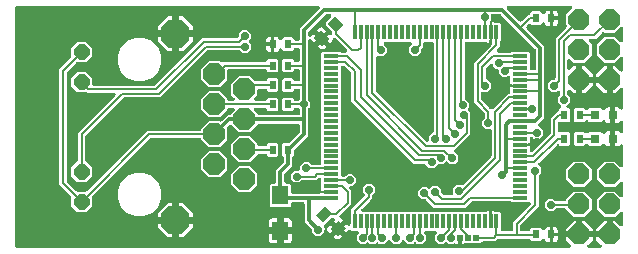
<source format=gbr>
G04 EAGLE Gerber X2 export*
G75*
%MOMM*%
%FSLAX34Y34*%
%LPD*%
%AMOC8*
5,1,8,0,0,1.08239X$1,22.5*%
G01*
%ADD10P,1.948302X8X292.500000*%
%ADD11P,2.597736X8X292.500000*%
%ADD12P,1.415766X8X292.500000*%
%ADD13R,0.558800X0.762000*%
%ADD14R,0.889000X1.016000*%
%ADD15P,1.924489X8X202.500000*%
%ADD16R,0.800000X0.800000*%
%ADD17R,1.250000X0.300000*%
%ADD18R,0.300000X1.250000*%
%ADD19R,1.400000X1.600000*%
%ADD20R,0.500000X0.500000*%
%ADD21P,0.654629X8X22.500000*%
%ADD22C,0.200000*%
%ADD23C,0.304800*%

G36*
X471716Y2552D02*
X471716Y2552D01*
X471817Y2554D01*
X471889Y2572D01*
X471963Y2581D01*
X472057Y2614D01*
X472155Y2639D01*
X472221Y2673D01*
X472291Y2698D01*
X472375Y2753D01*
X472464Y2799D01*
X472521Y2847D01*
X472583Y2887D01*
X472653Y2959D01*
X472730Y3024D01*
X472774Y3084D01*
X472826Y3138D01*
X472877Y3224D01*
X472937Y3305D01*
X472966Y3373D01*
X473005Y3437D01*
X473035Y3533D01*
X473075Y3625D01*
X473088Y3698D01*
X473111Y3769D01*
X473119Y3869D01*
X473137Y3968D01*
X473133Y4042D01*
X473139Y4116D01*
X473124Y4216D01*
X473119Y4316D01*
X473098Y4387D01*
X473087Y4461D01*
X473050Y4554D01*
X473022Y4651D01*
X472986Y4716D01*
X472958Y4785D01*
X472901Y4867D01*
X472852Y4955D01*
X472787Y5031D01*
X472759Y5071D01*
X472733Y5095D01*
X472693Y5141D01*
X468569Y9265D01*
X468569Y11461D01*
X478984Y11461D01*
X479010Y11464D01*
X479036Y11462D01*
X479183Y11484D01*
X479330Y11501D01*
X479355Y11509D01*
X479381Y11513D01*
X479518Y11568D01*
X479658Y11618D01*
X479680Y11632D01*
X479705Y11642D01*
X479826Y11727D01*
X479951Y11807D01*
X479969Y11826D01*
X479991Y11841D01*
X480005Y11857D01*
X480090Y11775D01*
X480113Y11761D01*
X480132Y11744D01*
X480262Y11672D01*
X480389Y11596D01*
X480414Y11588D01*
X480437Y11575D01*
X480580Y11535D01*
X480721Y11490D01*
X480747Y11487D01*
X480772Y11480D01*
X481016Y11461D01*
X491431Y11461D01*
X491431Y9265D01*
X487307Y5141D01*
X487244Y5063D01*
X487174Y4990D01*
X487136Y4926D01*
X487090Y4868D01*
X487047Y4777D01*
X486995Y4691D01*
X486973Y4620D01*
X486941Y4553D01*
X486920Y4455D01*
X486889Y4359D01*
X486883Y4285D01*
X486868Y4212D01*
X486869Y4112D01*
X486861Y4012D01*
X486872Y3938D01*
X486874Y3864D01*
X486898Y3767D01*
X486913Y3667D01*
X486940Y3598D01*
X486959Y3526D01*
X487005Y3436D01*
X487042Y3343D01*
X487084Y3282D01*
X487118Y3216D01*
X487183Y3139D01*
X487241Y3057D01*
X487296Y3007D01*
X487344Y2951D01*
X487425Y2891D01*
X487499Y2824D01*
X487565Y2788D01*
X487624Y2743D01*
X487717Y2704D01*
X487804Y2655D01*
X487876Y2635D01*
X487944Y2605D01*
X488043Y2588D01*
X488140Y2560D01*
X488240Y2552D01*
X488287Y2544D01*
X488323Y2546D01*
X488384Y2541D01*
X497616Y2541D01*
X497716Y2552D01*
X497817Y2554D01*
X497889Y2572D01*
X497963Y2581D01*
X498057Y2614D01*
X498155Y2639D01*
X498221Y2673D01*
X498291Y2698D01*
X498375Y2753D01*
X498464Y2799D01*
X498521Y2847D01*
X498583Y2887D01*
X498653Y2959D01*
X498730Y3024D01*
X498774Y3084D01*
X498826Y3138D01*
X498877Y3224D01*
X498937Y3305D01*
X498966Y3373D01*
X499005Y3437D01*
X499035Y3533D01*
X499075Y3625D01*
X499088Y3698D01*
X499111Y3769D01*
X499119Y3869D01*
X499137Y3968D01*
X499133Y4042D01*
X499139Y4116D01*
X499124Y4216D01*
X499119Y4316D01*
X499098Y4387D01*
X499087Y4461D01*
X499050Y4554D01*
X499022Y4651D01*
X498986Y4716D01*
X498958Y4785D01*
X498901Y4867D01*
X498852Y4955D01*
X498787Y5031D01*
X498759Y5071D01*
X498733Y5095D01*
X498693Y5141D01*
X494569Y9265D01*
X494569Y11461D01*
X504984Y11461D01*
X505010Y11464D01*
X505036Y11462D01*
X505183Y11484D01*
X505330Y11501D01*
X505355Y11509D01*
X505381Y11513D01*
X505518Y11568D01*
X505658Y11618D01*
X505680Y11632D01*
X505705Y11642D01*
X505826Y11727D01*
X505951Y11807D01*
X505969Y11826D01*
X505991Y11841D01*
X506090Y11951D01*
X506193Y12058D01*
X506207Y12080D01*
X506224Y12100D01*
X506296Y12230D01*
X506372Y12357D01*
X506380Y12382D01*
X506393Y12405D01*
X506433Y12548D01*
X506478Y12689D01*
X506480Y12715D01*
X506487Y12740D01*
X506507Y12984D01*
X506507Y13493D01*
X507016Y13493D01*
X507042Y13496D01*
X507068Y13494D01*
X507215Y13516D01*
X507362Y13533D01*
X507387Y13542D01*
X507413Y13546D01*
X507551Y13600D01*
X507690Y13650D01*
X507712Y13665D01*
X507737Y13674D01*
X507858Y13759D01*
X507983Y13839D01*
X508001Y13858D01*
X508023Y13873D01*
X508122Y13983D01*
X508225Y14090D01*
X508239Y14113D01*
X508256Y14132D01*
X508328Y14262D01*
X508404Y14389D01*
X508412Y14414D01*
X508425Y14437D01*
X508465Y14580D01*
X508510Y14721D01*
X508512Y14747D01*
X508520Y14772D01*
X508539Y15016D01*
X508539Y25431D01*
X510735Y25431D01*
X514859Y21307D01*
X514937Y21244D01*
X515010Y21174D01*
X515074Y21136D01*
X515132Y21090D01*
X515223Y21047D01*
X515309Y20995D01*
X515380Y20973D01*
X515447Y20941D01*
X515545Y20920D01*
X515641Y20889D01*
X515715Y20883D01*
X515788Y20868D01*
X515888Y20869D01*
X515988Y20861D01*
X516062Y20872D01*
X516136Y20874D01*
X516233Y20898D01*
X516333Y20913D01*
X516402Y20940D01*
X516474Y20959D01*
X516564Y21005D01*
X516657Y21042D01*
X516718Y21084D01*
X516784Y21118D01*
X516861Y21183D01*
X516943Y21241D01*
X516993Y21296D01*
X517049Y21344D01*
X517109Y21425D01*
X517176Y21499D01*
X517212Y21565D01*
X517257Y21624D01*
X517296Y21717D01*
X517345Y21804D01*
X517365Y21876D01*
X517395Y21944D01*
X517412Y22043D01*
X517440Y22140D01*
X517448Y22240D01*
X517456Y22287D01*
X517454Y22323D01*
X517459Y22384D01*
X517459Y31780D01*
X517448Y31880D01*
X517446Y31980D01*
X517428Y32052D01*
X517419Y32126D01*
X517386Y32221D01*
X517361Y32318D01*
X517327Y32384D01*
X517302Y32454D01*
X517247Y32539D01*
X517201Y32628D01*
X517153Y32685D01*
X517113Y32747D01*
X517041Y32817D01*
X516976Y32893D01*
X516916Y32938D01*
X516862Y32989D01*
X516776Y33041D01*
X516695Y33101D01*
X516627Y33130D01*
X516563Y33168D01*
X516467Y33199D01*
X516375Y33239D01*
X516302Y33252D01*
X516231Y33274D01*
X516131Y33282D01*
X516032Y33300D01*
X515958Y33296D01*
X515884Y33302D01*
X515784Y33287D01*
X515684Y33282D01*
X515613Y33262D01*
X515539Y33251D01*
X515446Y33214D01*
X515349Y33186D01*
X515284Y33149D01*
X515215Y33122D01*
X515133Y33065D01*
X515045Y33016D01*
X514969Y32950D01*
X514929Y32923D01*
X514905Y32897D01*
X514859Y32857D01*
X510511Y28509D01*
X501489Y28509D01*
X495109Y34889D01*
X495109Y43911D01*
X501489Y50291D01*
X510511Y50291D01*
X514859Y45943D01*
X514937Y45881D01*
X515010Y45811D01*
X515074Y45772D01*
X515132Y45726D01*
X515223Y45683D01*
X515309Y45632D01*
X515380Y45609D01*
X515447Y45577D01*
X515545Y45556D01*
X515641Y45526D01*
X515715Y45520D01*
X515788Y45504D01*
X515888Y45506D01*
X515988Y45498D01*
X516062Y45509D01*
X516136Y45510D01*
X516233Y45534D01*
X516333Y45549D01*
X516402Y45577D01*
X516474Y45595D01*
X516564Y45641D01*
X516657Y45678D01*
X516718Y45720D01*
X516784Y45755D01*
X516861Y45820D01*
X516943Y45877D01*
X516993Y45932D01*
X517049Y45980D01*
X517109Y46061D01*
X517176Y46136D01*
X517212Y46201D01*
X517257Y46261D01*
X517296Y46353D01*
X517345Y46441D01*
X517365Y46512D01*
X517395Y46581D01*
X517412Y46679D01*
X517440Y46776D01*
X517448Y46876D01*
X517456Y46924D01*
X517454Y46959D01*
X517459Y47020D01*
X517459Y57180D01*
X517448Y57280D01*
X517446Y57380D01*
X517428Y57452D01*
X517419Y57526D01*
X517386Y57621D01*
X517361Y57718D01*
X517327Y57784D01*
X517302Y57854D01*
X517247Y57939D01*
X517201Y58028D01*
X517153Y58085D01*
X517113Y58147D01*
X517041Y58217D01*
X516976Y58293D01*
X516916Y58338D01*
X516862Y58389D01*
X516776Y58441D01*
X516695Y58501D01*
X516627Y58530D01*
X516563Y58568D01*
X516467Y58599D01*
X516375Y58639D01*
X516302Y58652D01*
X516231Y58674D01*
X516131Y58682D01*
X516032Y58700D01*
X515958Y58696D01*
X515884Y58702D01*
X515784Y58687D01*
X515684Y58682D01*
X515613Y58662D01*
X515539Y58651D01*
X515446Y58614D01*
X515349Y58586D01*
X515284Y58549D01*
X515215Y58522D01*
X515133Y58465D01*
X515045Y58416D01*
X514969Y58350D01*
X514929Y58323D01*
X514905Y58297D01*
X514859Y58257D01*
X510511Y53909D01*
X501489Y53909D01*
X495109Y60289D01*
X495109Y69311D01*
X501489Y75691D01*
X510511Y75691D01*
X514859Y71343D01*
X514937Y71281D01*
X515010Y71211D01*
X515074Y71172D01*
X515132Y71126D01*
X515223Y71083D01*
X515309Y71032D01*
X515380Y71009D01*
X515447Y70977D01*
X515545Y70956D01*
X515641Y70926D01*
X515715Y70920D01*
X515788Y70904D01*
X515888Y70906D01*
X515988Y70898D01*
X516062Y70909D01*
X516136Y70910D01*
X516233Y70934D01*
X516333Y70949D01*
X516402Y70977D01*
X516474Y70995D01*
X516564Y71041D01*
X516657Y71078D01*
X516718Y71120D01*
X516784Y71155D01*
X516861Y71220D01*
X516943Y71277D01*
X516993Y71332D01*
X517049Y71380D01*
X517109Y71461D01*
X517176Y71536D01*
X517212Y71601D01*
X517257Y71661D01*
X517296Y71753D01*
X517345Y71841D01*
X517365Y71912D01*
X517395Y71981D01*
X517412Y72079D01*
X517440Y72176D01*
X517448Y72276D01*
X517456Y72324D01*
X517454Y72359D01*
X517459Y72420D01*
X517459Y88823D01*
X517445Y88948D01*
X517439Y89073D01*
X517425Y89120D01*
X517419Y89170D01*
X517377Y89288D01*
X517343Y89408D01*
X517319Y89451D01*
X517302Y89498D01*
X517234Y89603D01*
X517173Y89712D01*
X517140Y89749D01*
X517113Y89791D01*
X517023Y89878D01*
X516939Y89970D01*
X516898Y89998D01*
X516862Y90033D01*
X516755Y90097D01*
X516652Y90168D01*
X516606Y90186D01*
X516563Y90212D01*
X516444Y90250D01*
X516328Y90296D01*
X516279Y90303D01*
X516231Y90318D01*
X516106Y90328D01*
X515983Y90346D01*
X515933Y90342D01*
X515884Y90346D01*
X515760Y90327D01*
X515635Y90317D01*
X515588Y90301D01*
X515539Y90294D01*
X515423Y90248D01*
X515304Y90209D01*
X515261Y90184D01*
X515215Y90165D01*
X515113Y90094D01*
X515005Y90029D01*
X514970Y89995D01*
X514929Y89966D01*
X514845Y89874D01*
X514756Y89786D01*
X514720Y89735D01*
X514696Y89708D01*
X514673Y89666D01*
X514617Y89585D01*
X514533Y89440D01*
X514060Y88967D01*
X513481Y88632D01*
X512835Y88459D01*
X510499Y88459D01*
X510499Y94524D01*
X510496Y94550D01*
X510498Y94576D01*
X510476Y94723D01*
X510459Y94870D01*
X510451Y94895D01*
X510447Y94921D01*
X510414Y95002D01*
X510425Y95040D01*
X510470Y95181D01*
X510472Y95207D01*
X510480Y95232D01*
X510499Y95476D01*
X510499Y101541D01*
X512835Y101541D01*
X513481Y101368D01*
X514060Y101033D01*
X514533Y100560D01*
X514617Y100415D01*
X514691Y100314D01*
X514759Y100209D01*
X514795Y100175D01*
X514824Y100135D01*
X514920Y100054D01*
X515010Y99967D01*
X515052Y99942D01*
X515090Y99910D01*
X515202Y99853D01*
X515309Y99788D01*
X515356Y99773D01*
X515400Y99751D01*
X515522Y99720D01*
X515641Y99682D01*
X515690Y99678D01*
X515738Y99666D01*
X515864Y99664D01*
X515988Y99654D01*
X516037Y99662D01*
X516087Y99661D01*
X516209Y99687D01*
X516333Y99706D01*
X516379Y99724D01*
X516427Y99735D01*
X516541Y99788D01*
X516657Y99835D01*
X516697Y99863D01*
X516742Y99884D01*
X516840Y99962D01*
X516943Y100034D01*
X516976Y100070D01*
X517015Y100101D01*
X517093Y100200D01*
X517176Y100292D01*
X517200Y100336D01*
X517231Y100375D01*
X517284Y100488D01*
X517345Y100597D01*
X517358Y100645D01*
X517379Y100690D01*
X517406Y100812D01*
X517440Y100933D01*
X517445Y100995D01*
X517452Y101031D01*
X517451Y101078D01*
X517459Y101177D01*
X517459Y108823D01*
X517445Y108948D01*
X517439Y109073D01*
X517425Y109120D01*
X517419Y109170D01*
X517377Y109288D01*
X517343Y109408D01*
X517319Y109451D01*
X517302Y109498D01*
X517234Y109603D01*
X517173Y109712D01*
X517140Y109749D01*
X517113Y109791D01*
X517023Y109878D01*
X516939Y109970D01*
X516898Y109998D01*
X516862Y110033D01*
X516755Y110097D01*
X516652Y110168D01*
X516606Y110186D01*
X516563Y110212D01*
X516444Y110250D01*
X516328Y110296D01*
X516279Y110303D01*
X516231Y110318D01*
X516106Y110328D01*
X515983Y110346D01*
X515933Y110342D01*
X515884Y110346D01*
X515760Y110327D01*
X515635Y110317D01*
X515588Y110301D01*
X515539Y110294D01*
X515423Y110248D01*
X515304Y110209D01*
X515261Y110184D01*
X515215Y110165D01*
X515113Y110094D01*
X515005Y110029D01*
X514970Y109995D01*
X514929Y109966D01*
X514845Y109874D01*
X514756Y109786D01*
X514720Y109735D01*
X514696Y109708D01*
X514673Y109666D01*
X514617Y109585D01*
X514533Y109440D01*
X514060Y108967D01*
X513481Y108632D01*
X512835Y108459D01*
X510499Y108459D01*
X510499Y114524D01*
X510496Y114550D01*
X510498Y114576D01*
X510476Y114723D01*
X510459Y114870D01*
X510451Y114895D01*
X510447Y114921D01*
X510414Y115002D01*
X510425Y115040D01*
X510470Y115181D01*
X510472Y115207D01*
X510480Y115232D01*
X510499Y115476D01*
X510499Y121541D01*
X512835Y121541D01*
X513481Y121368D01*
X514060Y121033D01*
X514533Y120560D01*
X514617Y120415D01*
X514691Y120314D01*
X514759Y120209D01*
X514795Y120175D01*
X514824Y120135D01*
X514920Y120054D01*
X515010Y119967D01*
X515052Y119942D01*
X515090Y119910D01*
X515202Y119853D01*
X515309Y119788D01*
X515356Y119773D01*
X515400Y119751D01*
X515522Y119720D01*
X515641Y119682D01*
X515690Y119678D01*
X515738Y119666D01*
X515864Y119664D01*
X515988Y119654D01*
X516037Y119662D01*
X516087Y119661D01*
X516209Y119687D01*
X516333Y119706D01*
X516379Y119724D01*
X516427Y119735D01*
X516541Y119788D01*
X516657Y119835D01*
X516697Y119863D01*
X516742Y119884D01*
X516840Y119962D01*
X516943Y120034D01*
X516976Y120070D01*
X517015Y120101D01*
X517093Y120200D01*
X517176Y120292D01*
X517200Y120336D01*
X517231Y120375D01*
X517284Y120488D01*
X517345Y120597D01*
X517358Y120645D01*
X517379Y120690D01*
X517406Y120812D01*
X517440Y120933D01*
X517445Y120995D01*
X517452Y121031D01*
X517451Y121078D01*
X517459Y121177D01*
X517459Y136616D01*
X517458Y136630D01*
X517458Y136639D01*
X517451Y136688D01*
X517448Y136716D01*
X517446Y136817D01*
X517428Y136889D01*
X517419Y136963D01*
X517386Y137057D01*
X517361Y137155D01*
X517327Y137221D01*
X517302Y137291D01*
X517247Y137375D01*
X517201Y137464D01*
X517153Y137521D01*
X517113Y137583D01*
X517041Y137653D01*
X516976Y137730D01*
X516916Y137774D01*
X516862Y137826D01*
X516776Y137877D01*
X516695Y137937D01*
X516627Y137966D01*
X516563Y138005D01*
X516467Y138035D01*
X516375Y138075D01*
X516302Y138088D01*
X516231Y138111D01*
X516131Y138119D01*
X516032Y138137D01*
X515958Y138133D01*
X515884Y138139D01*
X515784Y138124D01*
X515684Y138119D01*
X515613Y138098D01*
X515539Y138087D01*
X515446Y138050D01*
X515349Y138022D01*
X515284Y137986D01*
X515215Y137958D01*
X515133Y137901D01*
X515045Y137852D01*
X514969Y137787D01*
X514929Y137759D01*
X514905Y137733D01*
X514859Y137693D01*
X510735Y133569D01*
X508539Y133569D01*
X508539Y143984D01*
X508536Y144010D01*
X508538Y144036D01*
X508516Y144183D01*
X508499Y144330D01*
X508491Y144355D01*
X508487Y144381D01*
X508432Y144518D01*
X508382Y144658D01*
X508368Y144680D01*
X508358Y144705D01*
X508273Y144826D01*
X508193Y144951D01*
X508174Y144969D01*
X508159Y144991D01*
X508143Y145005D01*
X508225Y145090D01*
X508239Y145113D01*
X508256Y145132D01*
X508328Y145262D01*
X508404Y145389D01*
X508412Y145414D01*
X508425Y145437D01*
X508465Y145580D01*
X508510Y145721D01*
X508512Y145747D01*
X508520Y145772D01*
X508539Y146016D01*
X508539Y156431D01*
X510735Y156431D01*
X514859Y152307D01*
X514937Y152244D01*
X515010Y152174D01*
X515074Y152136D01*
X515132Y152090D01*
X515223Y152047D01*
X515309Y151995D01*
X515380Y151973D01*
X515447Y151941D01*
X515545Y151920D01*
X515641Y151889D01*
X515715Y151883D01*
X515788Y151868D01*
X515888Y151869D01*
X515988Y151861D01*
X516062Y151872D01*
X516136Y151874D01*
X516233Y151898D01*
X516333Y151913D01*
X516402Y151940D01*
X516474Y151959D01*
X516564Y152005D01*
X516657Y152042D01*
X516718Y152084D01*
X516784Y152118D01*
X516861Y152183D01*
X516943Y152241D01*
X516993Y152296D01*
X517049Y152344D01*
X517109Y152425D01*
X517176Y152499D01*
X517212Y152565D01*
X517257Y152624D01*
X517296Y152717D01*
X517345Y152804D01*
X517365Y152876D01*
X517395Y152944D01*
X517412Y153043D01*
X517440Y153140D01*
X517448Y153240D01*
X517456Y153287D01*
X517454Y153323D01*
X517459Y153384D01*
X517459Y162780D01*
X517448Y162880D01*
X517446Y162980D01*
X517428Y163052D01*
X517419Y163126D01*
X517386Y163221D01*
X517361Y163318D01*
X517327Y163384D01*
X517302Y163454D01*
X517247Y163539D01*
X517201Y163628D01*
X517153Y163685D01*
X517113Y163747D01*
X517041Y163817D01*
X516976Y163893D01*
X516916Y163938D01*
X516862Y163989D01*
X516776Y164041D01*
X516695Y164101D01*
X516627Y164130D01*
X516563Y164168D01*
X516467Y164199D01*
X516375Y164239D01*
X516302Y164252D01*
X516231Y164274D01*
X516131Y164282D01*
X516032Y164300D01*
X515958Y164296D01*
X515884Y164302D01*
X515784Y164287D01*
X515684Y164282D01*
X515613Y164262D01*
X515539Y164251D01*
X515446Y164214D01*
X515349Y164186D01*
X515284Y164149D01*
X515215Y164122D01*
X515133Y164065D01*
X515045Y164016D01*
X514969Y163950D01*
X514929Y163923D01*
X514905Y163897D01*
X514859Y163857D01*
X510511Y159509D01*
X501489Y159509D01*
X495109Y165889D01*
X495109Y174911D01*
X501489Y181291D01*
X510511Y181291D01*
X514859Y176943D01*
X514937Y176881D01*
X515010Y176811D01*
X515074Y176772D01*
X515132Y176726D01*
X515223Y176683D01*
X515309Y176632D01*
X515380Y176609D01*
X515447Y176577D01*
X515545Y176556D01*
X515641Y176526D01*
X515715Y176520D01*
X515788Y176504D01*
X515888Y176506D01*
X515988Y176498D01*
X516062Y176509D01*
X516136Y176510D01*
X516233Y176534D01*
X516333Y176549D01*
X516402Y176577D01*
X516474Y176595D01*
X516564Y176641D01*
X516657Y176678D01*
X516718Y176720D01*
X516784Y176755D01*
X516861Y176820D01*
X516943Y176877D01*
X516993Y176932D01*
X517049Y176980D01*
X517109Y177061D01*
X517176Y177136D01*
X517212Y177201D01*
X517257Y177261D01*
X517296Y177353D01*
X517345Y177441D01*
X517365Y177512D01*
X517395Y177581D01*
X517412Y177679D01*
X517440Y177776D01*
X517448Y177876D01*
X517456Y177924D01*
X517454Y177959D01*
X517459Y178020D01*
X517459Y188180D01*
X517448Y188280D01*
X517446Y188380D01*
X517428Y188452D01*
X517419Y188526D01*
X517386Y188621D01*
X517361Y188718D01*
X517327Y188784D01*
X517302Y188854D01*
X517247Y188939D01*
X517201Y189028D01*
X517153Y189085D01*
X517113Y189147D01*
X517041Y189217D01*
X516976Y189293D01*
X516916Y189338D01*
X516862Y189389D01*
X516776Y189441D01*
X516695Y189501D01*
X516627Y189530D01*
X516563Y189568D01*
X516467Y189599D01*
X516375Y189639D01*
X516302Y189652D01*
X516231Y189674D01*
X516131Y189682D01*
X516032Y189700D01*
X515958Y189696D01*
X515884Y189702D01*
X515784Y189687D01*
X515684Y189682D01*
X515613Y189662D01*
X515539Y189651D01*
X515446Y189614D01*
X515349Y189586D01*
X515284Y189549D01*
X515215Y189522D01*
X515133Y189465D01*
X515045Y189416D01*
X514969Y189350D01*
X514929Y189323D01*
X514905Y189297D01*
X514859Y189257D01*
X510511Y184909D01*
X501487Y184909D01*
X501478Y184916D01*
X501460Y184936D01*
X501370Y185003D01*
X501321Y185048D01*
X501292Y185064D01*
X501225Y185117D01*
X501201Y185128D01*
X501180Y185144D01*
X501044Y185202D01*
X501023Y185212D01*
X501016Y185216D01*
X501013Y185217D01*
X500910Y185266D01*
X500884Y185271D01*
X500860Y185282D01*
X500714Y185308D01*
X500569Y185339D01*
X500543Y185339D01*
X500517Y185343D01*
X500369Y185336D01*
X500221Y185333D01*
X500195Y185327D01*
X500169Y185325D01*
X500027Y185284D01*
X499883Y185248D01*
X499860Y185236D01*
X499834Y185229D01*
X499742Y185177D01*
X499731Y185173D01*
X499705Y185156D01*
X499704Y185156D01*
X499573Y185089D01*
X499553Y185072D01*
X499530Y185059D01*
X499457Y184996D01*
X499438Y184984D01*
X499417Y184963D01*
X499344Y184900D01*
X496447Y182003D01*
X494243Y179799D01*
X489680Y179799D01*
X489580Y179788D01*
X489480Y179786D01*
X489408Y179768D01*
X489334Y179759D01*
X489239Y179726D01*
X489142Y179701D01*
X489076Y179667D01*
X489006Y179642D01*
X488921Y179587D01*
X488832Y179541D01*
X488775Y179493D01*
X488713Y179453D01*
X488643Y179381D01*
X488567Y179316D01*
X488522Y179256D01*
X488471Y179202D01*
X488419Y179116D01*
X488359Y179035D01*
X488330Y178967D01*
X488292Y178903D01*
X488261Y178807D01*
X488221Y178715D01*
X488208Y178642D01*
X488186Y178571D01*
X488178Y178471D01*
X488160Y178372D01*
X488164Y178298D01*
X488158Y178224D01*
X488173Y178124D01*
X488178Y178024D01*
X488198Y177953D01*
X488209Y177879D01*
X488246Y177786D01*
X488274Y177689D01*
X488311Y177624D01*
X488338Y177555D01*
X488395Y177473D01*
X488444Y177385D01*
X488510Y177309D01*
X488537Y177269D01*
X488563Y177245D01*
X488603Y177199D01*
X490891Y174911D01*
X490891Y165889D01*
X484511Y159509D01*
X475489Y159509D01*
X472601Y162397D01*
X472523Y162459D01*
X472450Y162529D01*
X472386Y162568D01*
X472328Y162614D01*
X472237Y162657D01*
X472151Y162708D01*
X472080Y162731D01*
X472013Y162763D01*
X471915Y162784D01*
X471819Y162814D01*
X471745Y162820D01*
X471672Y162836D01*
X471572Y162834D01*
X471472Y162842D01*
X471398Y162831D01*
X471324Y162830D01*
X471227Y162806D01*
X471127Y162791D01*
X471058Y162763D01*
X470986Y162745D01*
X470897Y162699D01*
X470803Y162662D01*
X470742Y162619D01*
X470676Y162585D01*
X470600Y162520D01*
X470517Y162463D01*
X470467Y162408D01*
X470411Y162360D01*
X470351Y162279D01*
X470284Y162204D01*
X470248Y162139D01*
X470203Y162079D01*
X470164Y161987D01*
X470115Y161899D01*
X470095Y161828D01*
X470065Y161759D01*
X470048Y161661D01*
X470020Y161564D01*
X470012Y161464D01*
X470004Y161416D01*
X470006Y161381D01*
X470001Y161320D01*
X470001Y154844D01*
X470003Y154827D01*
X470002Y154814D01*
X470012Y154743D01*
X470014Y154643D01*
X470032Y154571D01*
X470041Y154497D01*
X470074Y154403D01*
X470099Y154305D01*
X470133Y154239D01*
X470158Y154169D01*
X470213Y154085D01*
X470259Y153996D01*
X470307Y153939D01*
X470347Y153877D01*
X470419Y153807D01*
X470484Y153730D01*
X470544Y153686D01*
X470598Y153634D01*
X470684Y153583D01*
X470765Y153523D01*
X470833Y153494D01*
X470897Y153455D01*
X470993Y153425D01*
X471085Y153385D01*
X471158Y153372D01*
X471229Y153349D01*
X471329Y153341D01*
X471428Y153323D01*
X471502Y153327D01*
X471576Y153321D01*
X471676Y153336D01*
X471776Y153341D01*
X471847Y153362D01*
X471921Y153373D01*
X472014Y153410D01*
X472111Y153438D01*
X472176Y153474D01*
X472245Y153502D01*
X472327Y153559D01*
X472415Y153608D01*
X472491Y153673D01*
X472531Y153701D01*
X472555Y153727D01*
X472601Y153767D01*
X475265Y156431D01*
X477461Y156431D01*
X477461Y146016D01*
X477464Y145990D01*
X477462Y145964D01*
X477484Y145817D01*
X477501Y145670D01*
X477509Y145645D01*
X477513Y145619D01*
X477568Y145482D01*
X477618Y145342D01*
X477632Y145320D01*
X477642Y145295D01*
X477727Y145174D01*
X477807Y145049D01*
X477826Y145031D01*
X477841Y145009D01*
X477857Y144995D01*
X477775Y144910D01*
X477761Y144887D01*
X477744Y144868D01*
X477672Y144738D01*
X477596Y144611D01*
X477588Y144586D01*
X477575Y144563D01*
X477535Y144420D01*
X477490Y144279D01*
X477487Y144253D01*
X477480Y144228D01*
X477461Y143984D01*
X477461Y133569D01*
X475265Y133569D01*
X472601Y136233D01*
X472523Y136296D01*
X472450Y136366D01*
X472386Y136404D01*
X472328Y136450D01*
X472237Y136493D01*
X472151Y136545D01*
X472080Y136567D01*
X472013Y136599D01*
X471915Y136620D01*
X471819Y136651D01*
X471745Y136657D01*
X471672Y136672D01*
X471572Y136671D01*
X471472Y136679D01*
X471398Y136668D01*
X471324Y136666D01*
X471227Y136642D01*
X471127Y136627D01*
X471058Y136600D01*
X470986Y136581D01*
X470897Y136535D01*
X470803Y136498D01*
X470742Y136456D01*
X470676Y136422D01*
X470600Y136357D01*
X470517Y136299D01*
X470467Y136244D01*
X470411Y136196D01*
X470351Y136115D01*
X470284Y136041D01*
X470248Y135975D01*
X470203Y135916D01*
X470164Y135823D01*
X470115Y135736D01*
X470095Y135664D01*
X470065Y135596D01*
X470048Y135497D01*
X470020Y135400D01*
X470012Y135300D01*
X470004Y135253D01*
X470006Y135217D01*
X470001Y135156D01*
X470001Y132736D01*
X470015Y132611D01*
X470022Y132484D01*
X470035Y132438D01*
X470041Y132390D01*
X470083Y132271D01*
X470118Y132150D01*
X470142Y132107D01*
X470158Y132062D01*
X470227Y131956D01*
X470288Y131845D01*
X470328Y131799D01*
X470347Y131769D01*
X470382Y131736D01*
X470447Y131659D01*
X472025Y130081D01*
X472025Y125919D01*
X469517Y123411D01*
X469455Y123333D01*
X469385Y123260D01*
X469347Y123196D01*
X469300Y123138D01*
X469258Y123047D01*
X469206Y122961D01*
X469183Y122890D01*
X469152Y122823D01*
X469130Y122725D01*
X469100Y122629D01*
X469094Y122555D01*
X469078Y122482D01*
X469080Y122382D01*
X469072Y122282D01*
X469083Y122208D01*
X469084Y122134D01*
X469109Y122037D01*
X469124Y121937D01*
X469151Y121868D01*
X469169Y121796D01*
X469215Y121707D01*
X469252Y121613D01*
X469295Y121552D01*
X469329Y121486D01*
X469394Y121410D01*
X469451Y121327D01*
X469506Y121277D01*
X469555Y121221D01*
X469635Y121161D01*
X469710Y121094D01*
X469775Y121058D01*
X469835Y121013D01*
X469927Y120974D01*
X470015Y120925D01*
X470087Y120905D01*
X470155Y120875D01*
X470254Y120858D01*
X470350Y120830D01*
X470450Y120822D01*
X470498Y120814D01*
X470534Y120816D01*
X470594Y120811D01*
X471123Y120811D01*
X472295Y119639D01*
X472295Y110361D01*
X471123Y109189D01*
X463524Y109189D01*
X463498Y109186D01*
X463472Y109188D01*
X463325Y109166D01*
X463178Y109149D01*
X463153Y109141D01*
X463127Y109137D01*
X462989Y109082D01*
X462850Y109032D01*
X462828Y109018D01*
X462803Y109008D01*
X462682Y108923D01*
X462557Y108843D01*
X462539Y108824D01*
X462517Y108809D01*
X462418Y108699D01*
X462315Y108592D01*
X462301Y108570D01*
X462284Y108550D01*
X462212Y108420D01*
X462136Y108293D01*
X462128Y108268D01*
X462115Y108245D01*
X462075Y108102D01*
X462030Y107961D01*
X462028Y107935D01*
X462020Y107910D01*
X462001Y107666D01*
X462001Y102334D01*
X462004Y102308D01*
X462002Y102282D01*
X462024Y102135D01*
X462041Y101988D01*
X462049Y101963D01*
X462053Y101937D01*
X462108Y101799D01*
X462158Y101660D01*
X462172Y101638D01*
X462182Y101613D01*
X462267Y101492D01*
X462347Y101367D01*
X462366Y101349D01*
X462381Y101327D01*
X462491Y101228D01*
X462598Y101125D01*
X462620Y101111D01*
X462640Y101094D01*
X462770Y101022D01*
X462897Y100946D01*
X462922Y100938D01*
X462945Y100925D01*
X463088Y100885D01*
X463229Y100840D01*
X463255Y100838D01*
X463280Y100830D01*
X463524Y100811D01*
X471123Y100811D01*
X472295Y99639D01*
X472295Y90361D01*
X471123Y89189D01*
X463877Y89189D01*
X463232Y89834D01*
X463212Y89851D01*
X463195Y89871D01*
X463075Y89959D01*
X462959Y90051D01*
X462936Y90062D01*
X462914Y90078D01*
X462778Y90137D01*
X462644Y90200D01*
X462618Y90205D01*
X462594Y90216D01*
X462448Y90242D01*
X462303Y90273D01*
X462277Y90273D01*
X462251Y90277D01*
X462103Y90270D01*
X461955Y90267D01*
X461929Y90261D01*
X461903Y90260D01*
X461761Y90218D01*
X461617Y90182D01*
X461594Y90170D01*
X461568Y90163D01*
X461439Y90091D01*
X461307Y90023D01*
X461287Y90006D01*
X461264Y89993D01*
X461078Y89834D01*
X445752Y74508D01*
X445736Y74488D01*
X445716Y74471D01*
X445627Y74351D01*
X445535Y74235D01*
X445524Y74212D01*
X445509Y74190D01*
X445450Y74054D01*
X445386Y73920D01*
X445381Y73895D01*
X445371Y73870D01*
X445344Y73724D01*
X445313Y73579D01*
X445313Y73553D01*
X445309Y73527D01*
X445316Y73379D01*
X445319Y73231D01*
X445325Y73206D01*
X445327Y73179D01*
X445368Y73037D01*
X445404Y72893D01*
X445416Y72870D01*
X445423Y72845D01*
X445496Y72715D01*
X445564Y72583D01*
X445581Y72563D01*
X445593Y72540D01*
X445752Y72354D01*
X448025Y70081D01*
X448025Y65919D01*
X446447Y64341D01*
X446368Y64242D01*
X446284Y64148D01*
X446260Y64106D01*
X446230Y64068D01*
X446176Y63954D01*
X446115Y63843D01*
X446102Y63796D01*
X446081Y63753D01*
X446055Y63629D01*
X446020Y63508D01*
X446015Y63447D01*
X446008Y63412D01*
X446009Y63364D01*
X446001Y63264D01*
X446001Y37757D01*
X430447Y22203D01*
X430368Y22104D01*
X430284Y22010D01*
X430260Y21968D01*
X430230Y21930D01*
X430176Y21816D01*
X430115Y21705D01*
X430102Y21659D01*
X430081Y21615D01*
X430055Y21492D01*
X430020Y21370D01*
X430015Y21309D01*
X430008Y21274D01*
X430009Y21226D01*
X430001Y21126D01*
X430001Y18024D01*
X430004Y17998D01*
X430002Y17972D01*
X430024Y17825D01*
X430041Y17678D01*
X430049Y17653D01*
X430053Y17627D01*
X430108Y17489D01*
X430158Y17350D01*
X430172Y17328D01*
X430182Y17303D01*
X430267Y17182D01*
X430347Y17057D01*
X430366Y17039D01*
X430381Y17017D01*
X430491Y16918D01*
X430598Y16815D01*
X430620Y16801D01*
X430640Y16784D01*
X430770Y16712D01*
X430897Y16636D01*
X430922Y16628D01*
X430945Y16615D01*
X431088Y16575D01*
X431229Y16530D01*
X431255Y16528D01*
X431280Y16520D01*
X431524Y16501D01*
X437182Y16501D01*
X437208Y16504D01*
X437234Y16502D01*
X437381Y16524D01*
X437528Y16541D01*
X437553Y16549D01*
X437579Y16553D01*
X437717Y16608D01*
X437856Y16658D01*
X437878Y16672D01*
X437903Y16682D01*
X438024Y16766D01*
X438149Y16847D01*
X438167Y16866D01*
X438189Y16881D01*
X438288Y16991D01*
X438391Y17098D01*
X438405Y17120D01*
X438422Y17140D01*
X438494Y17270D01*
X438570Y17397D01*
X438578Y17422D01*
X438591Y17445D01*
X438631Y17588D01*
X438676Y17729D01*
X438678Y17755D01*
X438686Y17780D01*
X438705Y18024D01*
X438705Y18639D01*
X439877Y19811D01*
X447123Y19811D01*
X448366Y18567D01*
X448385Y18514D01*
X448431Y18372D01*
X448444Y18351D01*
X448452Y18327D01*
X448533Y18202D01*
X448610Y18073D01*
X448628Y18055D01*
X448641Y18035D01*
X448749Y17930D01*
X448853Y17823D01*
X448874Y17810D01*
X448892Y17792D01*
X449020Y17715D01*
X449146Y17635D01*
X449170Y17626D01*
X449191Y17614D01*
X449333Y17568D01*
X449475Y17518D01*
X449499Y17515D01*
X449523Y17507D01*
X449672Y17495D01*
X449821Y17478D01*
X449846Y17481D01*
X449870Y17479D01*
X450018Y17502D01*
X450167Y17519D01*
X450190Y17527D01*
X450215Y17531D01*
X450354Y17586D01*
X450495Y17637D01*
X450516Y17651D01*
X450539Y17660D01*
X450662Y17745D01*
X450787Y17827D01*
X450805Y17845D01*
X450825Y17859D01*
X450925Y17970D01*
X451029Y18078D01*
X451042Y18099D01*
X451058Y18117D01*
X451131Y18249D01*
X451207Y18377D01*
X451217Y18405D01*
X451227Y18422D01*
X451240Y18468D01*
X451289Y18608D01*
X451338Y18791D01*
X451673Y19370D01*
X452146Y19843D01*
X452725Y20178D01*
X453371Y20351D01*
X454977Y20351D01*
X454977Y14000D01*
X454977Y7649D01*
X453371Y7649D01*
X452725Y7822D01*
X452146Y8157D01*
X451673Y8630D01*
X451338Y9209D01*
X451289Y9392D01*
X451234Y9532D01*
X451184Y9673D01*
X451170Y9693D01*
X451161Y9717D01*
X451076Y9840D01*
X450995Y9965D01*
X450977Y9983D01*
X450963Y10003D01*
X450852Y10104D01*
X450744Y10208D01*
X450723Y10220D01*
X450705Y10237D01*
X450573Y10310D01*
X450445Y10386D01*
X450421Y10394D01*
X450400Y10406D01*
X450256Y10447D01*
X450113Y10493D01*
X450088Y10495D01*
X450065Y10501D01*
X449915Y10509D01*
X449766Y10521D01*
X449741Y10517D01*
X449716Y10518D01*
X449569Y10491D01*
X449421Y10469D01*
X449398Y10460D01*
X449374Y10455D01*
X449236Y10396D01*
X449097Y10340D01*
X449077Y10326D01*
X449054Y10316D01*
X448934Y10226D01*
X448811Y10141D01*
X448795Y10123D01*
X448775Y10108D01*
X448678Y9993D01*
X448578Y9883D01*
X448566Y9861D01*
X448550Y9842D01*
X448481Y9708D01*
X448409Y9578D01*
X448402Y9554D01*
X448391Y9532D01*
X448367Y9433D01*
X447123Y8189D01*
X439877Y8189D01*
X438626Y9441D01*
X438598Y9511D01*
X438548Y9650D01*
X438534Y9672D01*
X438524Y9697D01*
X438439Y9818D01*
X438359Y9943D01*
X438340Y9961D01*
X438325Y9983D01*
X438215Y10082D01*
X438108Y10185D01*
X438086Y10199D01*
X438066Y10216D01*
X437936Y10288D01*
X437809Y10364D01*
X437784Y10372D01*
X437761Y10385D01*
X437618Y10425D01*
X437477Y10470D01*
X437451Y10472D01*
X437426Y10480D01*
X437182Y10499D01*
X411874Y10499D01*
X411748Y10485D01*
X411622Y10478D01*
X411576Y10465D01*
X411528Y10459D01*
X411409Y10417D01*
X411287Y10382D01*
X411245Y10358D01*
X411200Y10342D01*
X411093Y10273D01*
X410983Y10212D01*
X410937Y10172D01*
X410907Y10153D01*
X410873Y10118D01*
X410797Y10053D01*
X408743Y7999D01*
X398460Y7999D01*
X398334Y7985D01*
X398208Y7978D01*
X398161Y7965D01*
X398113Y7959D01*
X397995Y7917D01*
X397873Y7882D01*
X397831Y7858D01*
X397785Y7842D01*
X397679Y7773D01*
X397569Y7712D01*
X397523Y7672D01*
X397493Y7653D01*
X397459Y7618D01*
X397383Y7553D01*
X396329Y6499D01*
X383524Y6499D01*
X383423Y6488D01*
X383321Y6486D01*
X383250Y6468D01*
X383178Y6459D01*
X383082Y6425D01*
X382983Y6400D01*
X382895Y6358D01*
X382850Y6342D01*
X382819Y6322D01*
X382763Y6295D01*
X382481Y6132D01*
X381835Y5959D01*
X380523Y5959D01*
X380523Y11000D01*
X380520Y11026D01*
X380522Y11052D01*
X380500Y11199D01*
X380484Y11346D01*
X380475Y11371D01*
X380471Y11397D01*
X380416Y11534D01*
X380366Y11674D01*
X380352Y11696D01*
X380342Y11720D01*
X380258Y11842D01*
X380177Y11967D01*
X380158Y11985D01*
X380143Y12007D01*
X380033Y12106D01*
X379926Y12209D01*
X379904Y12222D01*
X379884Y12240D01*
X379754Y12312D01*
X379627Y12388D01*
X379602Y12396D01*
X379579Y12409D01*
X379436Y12449D01*
X379295Y12494D01*
X379269Y12496D01*
X379244Y12503D01*
X379000Y12523D01*
X378974Y12520D01*
X378948Y12522D01*
X378801Y12500D01*
X378654Y12483D01*
X378629Y12474D01*
X378603Y12470D01*
X378465Y12416D01*
X378326Y12366D01*
X378303Y12351D01*
X378279Y12342D01*
X378158Y12257D01*
X378033Y12177D01*
X378014Y12158D01*
X377993Y12143D01*
X377894Y12033D01*
X377791Y11926D01*
X377777Y11903D01*
X377759Y11884D01*
X377688Y11754D01*
X377612Y11627D01*
X377604Y11602D01*
X377591Y11579D01*
X377551Y11436D01*
X377505Y11295D01*
X377503Y11269D01*
X377496Y11243D01*
X377477Y11000D01*
X377477Y5959D01*
X376165Y5959D01*
X375519Y6132D01*
X375403Y6200D01*
X375401Y6200D01*
X375400Y6201D01*
X375244Y6269D01*
X375083Y6338D01*
X375081Y6339D01*
X375080Y6339D01*
X374908Y6370D01*
X374740Y6401D01*
X374739Y6401D01*
X374737Y6401D01*
X374564Y6392D01*
X374392Y6383D01*
X374390Y6383D01*
X374389Y6383D01*
X374227Y6336D01*
X374057Y6287D01*
X374055Y6287D01*
X374054Y6286D01*
X373909Y6205D01*
X373752Y6118D01*
X373751Y6117D01*
X373750Y6116D01*
X373584Y5975D01*
X369419Y5975D01*
X368327Y7067D01*
X368307Y7083D01*
X368290Y7103D01*
X368170Y7191D01*
X368054Y7283D01*
X368030Y7295D01*
X368009Y7310D01*
X367873Y7369D01*
X367739Y7432D01*
X367713Y7438D01*
X367689Y7448D01*
X367543Y7475D01*
X367398Y7506D01*
X367372Y7505D01*
X367346Y7510D01*
X367198Y7502D01*
X367050Y7500D01*
X367024Y7493D01*
X366998Y7492D01*
X366856Y7451D01*
X366712Y7415D01*
X366689Y7403D01*
X366663Y7396D01*
X366534Y7323D01*
X366402Y7255D01*
X366382Y7238D01*
X366359Y7225D01*
X366173Y7067D01*
X365081Y5975D01*
X360919Y5975D01*
X357975Y8919D01*
X357975Y13081D01*
X359043Y14149D01*
X359105Y14228D01*
X359175Y14300D01*
X359213Y14364D01*
X359260Y14422D01*
X359302Y14513D01*
X359354Y14599D01*
X359377Y14670D01*
X359408Y14737D01*
X359430Y14835D01*
X359460Y14931D01*
X359466Y15005D01*
X359482Y15078D01*
X359480Y15178D01*
X359488Y15278D01*
X359477Y15352D01*
X359476Y15426D01*
X359451Y15523D01*
X359436Y15623D01*
X359409Y15692D01*
X359391Y15764D01*
X359345Y15853D01*
X359308Y15947D01*
X359265Y16008D01*
X359231Y16074D01*
X359166Y16150D01*
X359109Y16233D01*
X359054Y16283D01*
X359005Y16339D01*
X358925Y16399D01*
X358850Y16466D01*
X358785Y16502D01*
X358725Y16547D01*
X358633Y16586D01*
X358545Y16635D01*
X358473Y16655D01*
X358405Y16685D01*
X358306Y16702D01*
X358210Y16730D01*
X358110Y16738D01*
X358062Y16746D01*
X358026Y16744D01*
X357966Y16749D01*
X350034Y16749D01*
X349934Y16738D01*
X349834Y16736D01*
X349762Y16718D01*
X349688Y16709D01*
X349594Y16676D01*
X349496Y16651D01*
X349430Y16617D01*
X349360Y16592D01*
X349276Y16537D01*
X349186Y16491D01*
X349130Y16443D01*
X349067Y16403D01*
X348997Y16331D01*
X348921Y16266D01*
X348877Y16206D01*
X348825Y16152D01*
X348773Y16066D01*
X348714Y15985D01*
X348684Y15917D01*
X348646Y15853D01*
X348615Y15757D01*
X348576Y15665D01*
X348563Y15592D01*
X348540Y15521D01*
X348532Y15421D01*
X348514Y15322D01*
X348518Y15248D01*
X348512Y15174D01*
X348527Y15074D01*
X348532Y14974D01*
X348553Y14903D01*
X348564Y14829D01*
X348601Y14736D01*
X348628Y14639D01*
X348665Y14574D01*
X348692Y14505D01*
X348750Y14423D01*
X348799Y14335D01*
X348864Y14259D01*
X348891Y14219D01*
X348918Y14195D01*
X348957Y14149D01*
X350025Y13081D01*
X350025Y8919D01*
X347081Y5975D01*
X342919Y5975D01*
X342077Y6817D01*
X342057Y6833D01*
X342040Y6853D01*
X341920Y6941D01*
X341804Y7033D01*
X341780Y7045D01*
X341759Y7060D01*
X341623Y7119D01*
X341489Y7182D01*
X341463Y7188D01*
X341439Y7198D01*
X341293Y7225D01*
X341148Y7256D01*
X341122Y7255D01*
X341096Y7260D01*
X340948Y7252D01*
X340800Y7250D01*
X340774Y7243D01*
X340748Y7242D01*
X340606Y7201D01*
X340462Y7165D01*
X340439Y7153D01*
X340413Y7146D01*
X340284Y7073D01*
X340152Y7005D01*
X340132Y6988D01*
X340109Y6975D01*
X339923Y6817D01*
X339081Y5975D01*
X334919Y5975D01*
X332077Y8817D01*
X332057Y8833D01*
X332040Y8853D01*
X331920Y8941D01*
X331804Y9033D01*
X331780Y9045D01*
X331759Y9060D01*
X331623Y9119D01*
X331489Y9182D01*
X331463Y9188D01*
X331439Y9198D01*
X331293Y9225D01*
X331148Y9256D01*
X331122Y9255D01*
X331096Y9260D01*
X330948Y9252D01*
X330800Y9250D01*
X330774Y9243D01*
X330748Y9242D01*
X330606Y9201D01*
X330462Y9165D01*
X330439Y9153D01*
X330413Y9146D01*
X330284Y9073D01*
X330152Y9005D01*
X330132Y8988D01*
X330109Y8975D01*
X329923Y8817D01*
X327081Y5975D01*
X322919Y5975D01*
X320077Y8817D01*
X320057Y8833D01*
X320040Y8853D01*
X319920Y8941D01*
X319804Y9033D01*
X319780Y9045D01*
X319759Y9060D01*
X319623Y9119D01*
X319489Y9182D01*
X319463Y9188D01*
X319439Y9198D01*
X319293Y9225D01*
X319148Y9256D01*
X319122Y9255D01*
X319096Y9260D01*
X318948Y9252D01*
X318800Y9250D01*
X318774Y9243D01*
X318748Y9242D01*
X318606Y9201D01*
X318462Y9165D01*
X318439Y9153D01*
X318413Y9146D01*
X318284Y9073D01*
X318152Y9005D01*
X318132Y8988D01*
X318109Y8975D01*
X317923Y8817D01*
X315081Y5975D01*
X310919Y5975D01*
X310077Y6817D01*
X310057Y6833D01*
X310040Y6853D01*
X309920Y6941D01*
X309804Y7033D01*
X309780Y7045D01*
X309759Y7060D01*
X309623Y7119D01*
X309489Y7182D01*
X309463Y7188D01*
X309439Y7198D01*
X309293Y7225D01*
X309148Y7256D01*
X309122Y7255D01*
X309096Y7260D01*
X308948Y7252D01*
X308800Y7250D01*
X308774Y7243D01*
X308748Y7242D01*
X308606Y7201D01*
X308462Y7165D01*
X308439Y7153D01*
X308413Y7146D01*
X308284Y7073D01*
X308152Y7005D01*
X308132Y6988D01*
X308109Y6975D01*
X307923Y6817D01*
X307081Y5975D01*
X302919Y5975D01*
X302077Y6817D01*
X302057Y6833D01*
X302040Y6853D01*
X301920Y6941D01*
X301804Y7033D01*
X301780Y7045D01*
X301759Y7060D01*
X301623Y7119D01*
X301489Y7182D01*
X301463Y7188D01*
X301439Y7198D01*
X301293Y7225D01*
X301148Y7256D01*
X301122Y7255D01*
X301096Y7260D01*
X300948Y7252D01*
X300800Y7250D01*
X300774Y7243D01*
X300748Y7242D01*
X300606Y7201D01*
X300462Y7165D01*
X300439Y7153D01*
X300413Y7146D01*
X300284Y7073D01*
X300152Y7005D01*
X300132Y6988D01*
X300109Y6975D01*
X299923Y6817D01*
X299081Y5975D01*
X294919Y5975D01*
X291975Y8919D01*
X291975Y13081D01*
X293043Y14149D01*
X293105Y14228D01*
X293175Y14300D01*
X293213Y14364D01*
X293260Y14422D01*
X293302Y14513D01*
X293354Y14599D01*
X293377Y14670D01*
X293408Y14737D01*
X293430Y14835D01*
X293460Y14931D01*
X293466Y15005D01*
X293482Y15078D01*
X293480Y15178D01*
X293488Y15278D01*
X293477Y15352D01*
X293476Y15426D01*
X293451Y15523D01*
X293436Y15623D01*
X293409Y15692D01*
X293391Y15764D01*
X293345Y15853D01*
X293308Y15947D01*
X293265Y16008D01*
X293231Y16074D01*
X293166Y16150D01*
X293109Y16233D01*
X293054Y16283D01*
X293005Y16339D01*
X292925Y16399D01*
X292850Y16466D01*
X292785Y16502D01*
X292725Y16547D01*
X292633Y16586D01*
X292545Y16635D01*
X292473Y16655D01*
X292405Y16685D01*
X292306Y16702D01*
X292210Y16730D01*
X292110Y16738D01*
X292062Y16746D01*
X292026Y16744D01*
X291966Y16749D01*
X287671Y16749D01*
X286737Y17683D01*
X286717Y17699D01*
X286700Y17719D01*
X286580Y17808D01*
X286464Y17900D01*
X286441Y17911D01*
X286420Y17927D01*
X286283Y17985D01*
X286149Y18049D01*
X286124Y18054D01*
X286100Y18065D01*
X285953Y18091D01*
X285809Y18122D01*
X285783Y18122D01*
X285757Y18126D01*
X285608Y18119D01*
X285460Y18116D01*
X285435Y18110D01*
X285409Y18108D01*
X285266Y18067D01*
X285122Y18031D01*
X285099Y18019D01*
X285074Y18012D01*
X284944Y17939D01*
X284812Y17871D01*
X284792Y17854D01*
X284769Y17842D01*
X284583Y17683D01*
X282521Y15621D01*
X279152Y18990D01*
X282970Y22807D01*
X283899Y21878D01*
X283977Y21816D01*
X284050Y21746D01*
X284114Y21708D01*
X284172Y21662D01*
X284263Y21619D01*
X284349Y21567D01*
X284420Y21545D01*
X284487Y21513D01*
X284585Y21492D01*
X284681Y21461D01*
X284755Y21455D01*
X284828Y21439D01*
X284928Y21441D01*
X285028Y21433D01*
X285102Y21444D01*
X285176Y21445D01*
X285274Y21470D01*
X285373Y21485D01*
X285442Y21512D01*
X285514Y21530D01*
X285604Y21576D01*
X285697Y21614D01*
X285758Y21656D01*
X285824Y21690D01*
X285901Y21755D01*
X285983Y21812D01*
X286033Y21868D01*
X286089Y21916D01*
X286149Y21997D01*
X286216Y22071D01*
X286252Y22136D01*
X286297Y22196D01*
X286336Y22288D01*
X286385Y22376D01*
X286405Y22448D01*
X286435Y22516D01*
X286452Y22615D01*
X286480Y22712D01*
X286488Y22812D01*
X286496Y22859D01*
X286494Y22895D01*
X286499Y22955D01*
X286499Y32079D01*
X286553Y32133D01*
X286632Y32232D01*
X286716Y32325D01*
X286740Y32368D01*
X286770Y32406D01*
X286824Y32520D01*
X286885Y32631D01*
X286898Y32677D01*
X286919Y32721D01*
X286945Y32844D01*
X286980Y32966D01*
X286985Y33027D01*
X286992Y33061D01*
X286991Y33109D01*
X286999Y33210D01*
X286999Y35243D01*
X298248Y46492D01*
X298264Y46512D01*
X298284Y46529D01*
X298373Y46649D01*
X298465Y46765D01*
X298476Y46788D01*
X298491Y46810D01*
X298550Y46946D01*
X298614Y47080D01*
X298619Y47105D01*
X298629Y47130D01*
X298656Y47276D01*
X298687Y47420D01*
X298687Y47447D01*
X298691Y47473D01*
X298684Y47621D01*
X298681Y47769D01*
X298675Y47794D01*
X298673Y47821D01*
X298632Y47963D01*
X298596Y48107D01*
X298584Y48130D01*
X298577Y48155D01*
X298504Y48285D01*
X298436Y48417D01*
X298419Y48437D01*
X298407Y48460D01*
X298248Y48646D01*
X296975Y49919D01*
X296975Y54081D01*
X299919Y57025D01*
X304081Y57025D01*
X307025Y54081D01*
X307025Y49919D01*
X305447Y48341D01*
X305368Y48242D01*
X305284Y48148D01*
X305260Y48106D01*
X305230Y48068D01*
X305176Y47954D01*
X305115Y47843D01*
X305102Y47796D01*
X305081Y47753D01*
X305055Y47629D01*
X305020Y47508D01*
X305015Y47447D01*
X305008Y47412D01*
X305009Y47364D01*
X305001Y47264D01*
X305001Y44757D01*
X302797Y42553D01*
X296095Y35851D01*
X296032Y35773D01*
X295963Y35700D01*
X295924Y35636D01*
X295878Y35578D01*
X295835Y35487D01*
X295784Y35401D01*
X295761Y35330D01*
X295729Y35263D01*
X295708Y35165D01*
X295677Y35069D01*
X295671Y34995D01*
X295656Y34922D01*
X295658Y34822D01*
X295649Y34722D01*
X295661Y34648D01*
X295662Y34574D01*
X295686Y34477D01*
X295701Y34377D01*
X295729Y34308D01*
X295747Y34236D01*
X295793Y34146D01*
X295830Y34053D01*
X295872Y33992D01*
X295906Y33926D01*
X295972Y33849D01*
X296029Y33767D01*
X296084Y33717D01*
X296132Y33661D01*
X296213Y33601D01*
X296288Y33534D01*
X296353Y33498D01*
X296413Y33453D01*
X296505Y33414D01*
X296593Y33365D01*
X296664Y33345D01*
X296733Y33315D01*
X296831Y33298D01*
X296928Y33270D01*
X297028Y33262D01*
X297076Y33254D01*
X297111Y33256D01*
X297172Y33251D01*
X401476Y33251D01*
X401577Y33262D01*
X401679Y33264D01*
X401750Y33282D01*
X401822Y33291D01*
X401918Y33325D01*
X402017Y33350D01*
X402105Y33392D01*
X402150Y33408D01*
X402181Y33428D01*
X402237Y33455D01*
X402519Y33618D01*
X403165Y33791D01*
X403477Y33791D01*
X403477Y32734D01*
X403483Y32677D01*
X403481Y32619D01*
X403489Y32576D01*
X403490Y32534D01*
X403508Y32462D01*
X403516Y32388D01*
X403536Y32333D01*
X403547Y32277D01*
X403565Y32237D01*
X403575Y32196D01*
X403609Y32130D01*
X403634Y32060D01*
X403665Y32011D01*
X403689Y31959D01*
X403720Y31914D01*
X403735Y31886D01*
X403767Y31848D01*
X403812Y31783D01*
X403823Y31767D01*
X403826Y31764D01*
X403830Y31759D01*
X403899Y31693D01*
X403960Y31620D01*
X404020Y31576D01*
X404074Y31525D01*
X404078Y31522D01*
X404082Y31518D01*
X404164Y31470D01*
X404241Y31413D01*
X404310Y31383D01*
X404373Y31346D01*
X404377Y31344D01*
X404382Y31341D01*
X404473Y31313D01*
X404561Y31275D01*
X404635Y31262D01*
X404705Y31239D01*
X404709Y31239D01*
X404715Y31237D01*
X404810Y31230D01*
X404904Y31213D01*
X404979Y31217D01*
X405052Y31211D01*
X405057Y31212D01*
X405063Y31212D01*
X405157Y31226D01*
X405252Y31231D01*
X405324Y31252D01*
X405397Y31263D01*
X405401Y31265D01*
X405407Y31266D01*
X405495Y31302D01*
X405587Y31328D01*
X405652Y31365D01*
X405721Y31392D01*
X405725Y31395D01*
X405730Y31397D01*
X405808Y31452D01*
X405891Y31498D01*
X405968Y31563D01*
X406007Y31591D01*
X406010Y31595D01*
X406015Y31598D01*
X406036Y31622D01*
X406077Y31657D01*
X406156Y31756D01*
X406240Y31850D01*
X406243Y31854D01*
X406246Y31858D01*
X406267Y31896D01*
X406294Y31930D01*
X406348Y32044D01*
X406409Y32155D01*
X406410Y32160D01*
X406413Y32164D01*
X406424Y32205D01*
X406443Y32245D01*
X406469Y32368D01*
X406504Y32490D01*
X406504Y32497D01*
X406505Y32500D01*
X406506Y32516D01*
X406509Y32551D01*
X406516Y32586D01*
X406515Y32634D01*
X406523Y32734D01*
X406523Y33791D01*
X406835Y33791D01*
X407481Y33618D01*
X407763Y33455D01*
X407856Y33414D01*
X407945Y33365D01*
X408015Y33345D01*
X408082Y33316D01*
X408182Y33298D01*
X408280Y33270D01*
X408378Y33262D01*
X408425Y33254D01*
X408462Y33256D01*
X408524Y33251D01*
X412329Y33251D01*
X413501Y32079D01*
X413501Y18024D01*
X413504Y17998D01*
X413502Y17972D01*
X413524Y17825D01*
X413541Y17678D01*
X413549Y17653D01*
X413553Y17627D01*
X413608Y17489D01*
X413658Y17350D01*
X413672Y17328D01*
X413682Y17303D01*
X413767Y17182D01*
X413847Y17057D01*
X413866Y17039D01*
X413881Y17017D01*
X413991Y16918D01*
X414098Y16815D01*
X414120Y16801D01*
X414140Y16784D01*
X414270Y16712D01*
X414397Y16636D01*
X414422Y16628D01*
X414445Y16615D01*
X414588Y16575D01*
X414729Y16530D01*
X414755Y16528D01*
X414780Y16520D01*
X415024Y16501D01*
X422476Y16501D01*
X422502Y16504D01*
X422528Y16502D01*
X422675Y16524D01*
X422822Y16541D01*
X422847Y16549D01*
X422873Y16553D01*
X423011Y16608D01*
X423150Y16658D01*
X423172Y16672D01*
X423197Y16682D01*
X423318Y16766D01*
X423443Y16847D01*
X423461Y16866D01*
X423483Y16881D01*
X423582Y16991D01*
X423685Y17098D01*
X423699Y17120D01*
X423716Y17140D01*
X423788Y17270D01*
X423864Y17397D01*
X423872Y17422D01*
X423885Y17445D01*
X423925Y17588D01*
X423970Y17729D01*
X423972Y17755D01*
X423980Y17780D01*
X423999Y18024D01*
X423999Y24243D01*
X426203Y26447D01*
X438655Y38899D01*
X438718Y38977D01*
X438787Y39050D01*
X438826Y39114D01*
X438872Y39172D01*
X438915Y39263D01*
X438966Y39349D01*
X438989Y39420D01*
X439021Y39487D01*
X439042Y39585D01*
X439073Y39681D01*
X439079Y39755D01*
X439094Y39828D01*
X439092Y39928D01*
X439101Y40028D01*
X439089Y40102D01*
X439088Y40176D01*
X439064Y40273D01*
X439049Y40373D01*
X439021Y40442D01*
X439003Y40514D01*
X438957Y40604D01*
X438920Y40697D01*
X438878Y40758D01*
X438844Y40824D01*
X438778Y40901D01*
X438721Y40983D01*
X438666Y41033D01*
X438618Y41089D01*
X438537Y41149D01*
X438462Y41216D01*
X438397Y41252D01*
X438337Y41297D01*
X438245Y41336D01*
X438157Y41385D01*
X438086Y41405D01*
X438017Y41435D01*
X437919Y41452D01*
X437822Y41480D01*
X437722Y41488D01*
X437674Y41496D01*
X437639Y41494D01*
X437578Y41499D01*
X422921Y41499D01*
X422867Y41553D01*
X422768Y41632D01*
X422675Y41716D01*
X422632Y41740D01*
X422594Y41770D01*
X422480Y41824D01*
X422370Y41885D01*
X422323Y41898D01*
X422279Y41919D01*
X422156Y41945D01*
X422034Y41980D01*
X421973Y41985D01*
X421939Y41992D01*
X421891Y41991D01*
X421790Y41999D01*
X389498Y41999D01*
X389373Y41985D01*
X389247Y41978D01*
X389200Y41965D01*
X389152Y41959D01*
X389033Y41917D01*
X388912Y41882D01*
X388870Y41858D01*
X388824Y41842D01*
X388718Y41773D01*
X388608Y41712D01*
X388561Y41672D01*
X388531Y41653D01*
X388498Y41618D01*
X388421Y41553D01*
X383597Y36729D01*
X357027Y36729D01*
X350227Y43529D01*
X350128Y43608D01*
X350034Y43692D01*
X349992Y43716D01*
X349954Y43746D01*
X349840Y43800D01*
X349729Y43861D01*
X349683Y43874D01*
X349639Y43895D01*
X349516Y43921D01*
X349394Y43956D01*
X349333Y43961D01*
X349298Y43968D01*
X349250Y43967D01*
X349150Y43975D01*
X346919Y43975D01*
X343975Y46919D01*
X343975Y51081D01*
X346919Y54025D01*
X351081Y54025D01*
X351923Y53183D01*
X351943Y53167D01*
X351960Y53147D01*
X352080Y53058D01*
X352196Y52967D01*
X352220Y52955D01*
X352241Y52940D01*
X352377Y52881D01*
X352511Y52818D01*
X352537Y52812D01*
X352561Y52802D01*
X352707Y52775D01*
X352852Y52744D01*
X352878Y52745D01*
X352904Y52740D01*
X353052Y52748D01*
X353200Y52750D01*
X353226Y52757D01*
X353252Y52758D01*
X353394Y52799D01*
X353538Y52835D01*
X353561Y52847D01*
X353587Y52854D01*
X353716Y52927D01*
X353848Y52995D01*
X353868Y53012D01*
X353891Y53025D01*
X354077Y53183D01*
X355919Y55025D01*
X360081Y55025D01*
X363025Y52081D01*
X363025Y49850D01*
X363039Y49724D01*
X363046Y49598D01*
X363059Y49552D01*
X363065Y49504D01*
X363107Y49385D01*
X363142Y49263D01*
X363166Y49221D01*
X363182Y49176D01*
X363251Y49069D01*
X363312Y48959D01*
X363352Y48913D01*
X363371Y48883D01*
X363406Y48849D01*
X363471Y48773D01*
X364797Y47447D01*
X364896Y47368D01*
X364990Y47284D01*
X365032Y47260D01*
X365070Y47230D01*
X365184Y47176D01*
X365295Y47115D01*
X365341Y47102D01*
X365385Y47081D01*
X365508Y47055D01*
X365630Y47020D01*
X365691Y47015D01*
X365726Y47008D01*
X365774Y47009D01*
X365874Y47001D01*
X371452Y47001D01*
X371478Y47004D01*
X371504Y47002D01*
X371651Y47024D01*
X371798Y47041D01*
X371823Y47049D01*
X371849Y47053D01*
X371987Y47108D01*
X372126Y47158D01*
X372148Y47172D01*
X372173Y47182D01*
X372294Y47267D01*
X372419Y47347D01*
X372437Y47366D01*
X372459Y47381D01*
X372558Y47491D01*
X372661Y47598D01*
X372675Y47620D01*
X372692Y47640D01*
X372764Y47770D01*
X372840Y47897D01*
X372848Y47922D01*
X372861Y47945D01*
X372901Y48088D01*
X372946Y48229D01*
X372948Y48255D01*
X372956Y48280D01*
X372975Y48524D01*
X372975Y53081D01*
X375919Y56025D01*
X380150Y56025D01*
X380151Y56024D01*
X380172Y56009D01*
X380308Y55950D01*
X380442Y55886D01*
X380468Y55881D01*
X380492Y55871D01*
X380638Y55844D01*
X380783Y55813D01*
X380809Y55813D01*
X380835Y55809D01*
X380983Y55816D01*
X381131Y55819D01*
X381157Y55825D01*
X381183Y55827D01*
X381325Y55868D01*
X381469Y55904D01*
X381493Y55916D01*
X381518Y55923D01*
X381647Y55996D01*
X381779Y56064D01*
X381799Y56081D01*
X381822Y56093D01*
X382008Y56252D01*
X405553Y79797D01*
X405632Y79896D01*
X405716Y79990D01*
X405740Y80032D01*
X405770Y80070D01*
X405824Y80184D01*
X405885Y80295D01*
X405898Y80341D01*
X405919Y80385D01*
X405945Y80508D01*
X405980Y80630D01*
X405985Y80691D01*
X405992Y80726D01*
X405991Y80774D01*
X405999Y80874D01*
X405999Y101452D01*
X405996Y101478D01*
X405998Y101504D01*
X405976Y101651D01*
X405959Y101798D01*
X405951Y101823D01*
X405947Y101849D01*
X405892Y101987D01*
X405842Y102126D01*
X405828Y102148D01*
X405818Y102173D01*
X405733Y102294D01*
X405653Y102419D01*
X405634Y102437D01*
X405619Y102459D01*
X405509Y102558D01*
X405402Y102661D01*
X405380Y102675D01*
X405360Y102692D01*
X405230Y102764D01*
X405103Y102840D01*
X405078Y102848D01*
X405055Y102861D01*
X404912Y102901D01*
X404771Y102946D01*
X404745Y102948D01*
X404720Y102956D01*
X404476Y102975D01*
X400919Y102975D01*
X397975Y105919D01*
X397975Y110081D01*
X399553Y111659D01*
X399632Y111758D01*
X399716Y111852D01*
X399740Y111894D01*
X399770Y111932D01*
X399824Y112046D01*
X399885Y112157D01*
X399898Y112204D01*
X399919Y112247D01*
X399945Y112371D01*
X399980Y112492D01*
X399985Y112553D01*
X399992Y112588D01*
X399991Y112636D01*
X399999Y112736D01*
X399999Y116126D01*
X399985Y116252D01*
X399978Y116378D01*
X399965Y116424D01*
X399959Y116472D01*
X399917Y116591D01*
X399882Y116713D01*
X399858Y116755D01*
X399842Y116800D01*
X399773Y116907D01*
X399712Y117017D01*
X399672Y117063D01*
X399653Y117093D01*
X399618Y117127D01*
X399553Y117203D01*
X390999Y125757D01*
X390999Y159243D01*
X405365Y173609D01*
X405428Y173687D01*
X405497Y173760D01*
X405536Y173824D01*
X405582Y173882D01*
X405625Y173973D01*
X405655Y174023D01*
X405685Y174042D01*
X405721Y174056D01*
X405832Y174133D01*
X405948Y174206D01*
X405983Y174238D01*
X406007Y174255D01*
X406040Y174292D01*
X406127Y174373D01*
X406180Y174447D01*
X406240Y174514D01*
X406281Y174588D01*
X406331Y174656D01*
X406365Y174740D01*
X406409Y174819D01*
X406432Y174900D01*
X406464Y174978D01*
X406479Y175067D01*
X406504Y175154D01*
X406513Y175273D01*
X406521Y175322D01*
X406520Y175351D01*
X406523Y175398D01*
X406523Y177266D01*
X406519Y177308D01*
X406521Y177351D01*
X406511Y177409D01*
X406510Y177466D01*
X406492Y177538D01*
X406484Y177612D01*
X406469Y177652D01*
X406462Y177694D01*
X406439Y177748D01*
X406425Y177804D01*
X406391Y177870D01*
X406366Y177940D01*
X406343Y177976D01*
X406327Y178015D01*
X406284Y178078D01*
X406265Y178114D01*
X406237Y178148D01*
X406190Y178218D01*
X406189Y178218D01*
X406182Y178225D01*
X406177Y178233D01*
X406105Y178303D01*
X406040Y178380D01*
X405988Y178418D01*
X405942Y178463D01*
X405933Y178469D01*
X405926Y178475D01*
X405841Y178527D01*
X405759Y178587D01*
X405700Y178612D01*
X405645Y178646D01*
X405635Y178649D01*
X405627Y178654D01*
X405533Y178685D01*
X405439Y178725D01*
X405376Y178736D01*
X405315Y178757D01*
X405304Y178758D01*
X405295Y178761D01*
X405197Y178768D01*
X405096Y178787D01*
X405032Y178783D01*
X404968Y178789D01*
X404957Y178788D01*
X404948Y178789D01*
X404948Y178788D01*
X404850Y178774D01*
X404748Y178769D01*
X404686Y178751D01*
X404623Y178742D01*
X404612Y178738D01*
X404603Y178737D01*
X404511Y178700D01*
X404413Y178672D01*
X404357Y178641D01*
X404297Y178618D01*
X404288Y178612D01*
X404279Y178608D01*
X404197Y178551D01*
X404109Y178502D01*
X404045Y178447D01*
X404008Y178422D01*
X404001Y178415D01*
X403993Y178409D01*
X403969Y178383D01*
X403923Y178343D01*
X403850Y178252D01*
X403771Y178167D01*
X403766Y178158D01*
X403759Y178150D01*
X403736Y178108D01*
X403706Y178070D01*
X403656Y177964D01*
X403599Y177864D01*
X403596Y177855D01*
X403591Y177845D01*
X403578Y177799D01*
X403557Y177755D01*
X403532Y177640D01*
X403500Y177530D01*
X403499Y177520D01*
X403496Y177510D01*
X403491Y177449D01*
X403484Y177414D01*
X403485Y177366D01*
X403477Y177266D01*
X403477Y176209D01*
X403165Y176209D01*
X402519Y176382D01*
X402237Y176545D01*
X402144Y176586D01*
X402055Y176635D01*
X401985Y176655D01*
X401918Y176684D01*
X401818Y176702D01*
X401720Y176730D01*
X401622Y176738D01*
X401575Y176746D01*
X401538Y176744D01*
X401476Y176749D01*
X384524Y176749D01*
X384498Y176746D01*
X384472Y176748D01*
X384325Y176726D01*
X384178Y176709D01*
X384153Y176701D01*
X384127Y176697D01*
X383989Y176642D01*
X383850Y176592D01*
X383828Y176578D01*
X383803Y176568D01*
X383681Y176483D01*
X383557Y176403D01*
X383539Y176384D01*
X383517Y176369D01*
X383418Y176259D01*
X383315Y176152D01*
X383301Y176130D01*
X383284Y176110D01*
X383212Y175980D01*
X383136Y175853D01*
X383128Y175828D01*
X383115Y175805D01*
X383075Y175662D01*
X383030Y175521D01*
X383028Y175495D01*
X383020Y175470D01*
X383001Y175226D01*
X383001Y129736D01*
X383015Y129611D01*
X383022Y129484D01*
X383035Y129438D01*
X383041Y129390D01*
X383083Y129271D01*
X383118Y129150D01*
X383142Y129107D01*
X383158Y129062D01*
X383227Y128956D01*
X383288Y128845D01*
X383328Y128799D01*
X383347Y128769D01*
X383382Y128736D01*
X383447Y128659D01*
X386525Y125581D01*
X386525Y121419D01*
X385927Y120821D01*
X385910Y120800D01*
X385890Y120783D01*
X385802Y120664D01*
X385710Y120548D01*
X385699Y120524D01*
X385683Y120503D01*
X385624Y120367D01*
X385561Y120232D01*
X385556Y120207D01*
X385545Y120183D01*
X385519Y120037D01*
X385488Y119892D01*
X385488Y119866D01*
X385483Y119840D01*
X385491Y119691D01*
X385494Y119543D01*
X385500Y119518D01*
X385501Y119492D01*
X385542Y119349D01*
X385579Y119205D01*
X385591Y119182D01*
X385598Y119157D01*
X385670Y119027D01*
X385738Y118896D01*
X385755Y118876D01*
X385768Y118853D01*
X385927Y118666D01*
X387268Y117325D01*
X387268Y115093D01*
X387283Y114968D01*
X387289Y114841D01*
X387303Y114795D01*
X387308Y114747D01*
X387351Y114628D01*
X387386Y114507D01*
X387409Y114465D01*
X387426Y114419D01*
X387494Y114313D01*
X387556Y114202D01*
X387595Y114156D01*
X387615Y114126D01*
X387649Y114093D01*
X387714Y114016D01*
X388001Y113730D01*
X388001Y98757D01*
X374936Y85693D01*
X374875Y85653D01*
X374805Y85581D01*
X374728Y85516D01*
X374684Y85456D01*
X374633Y85402D01*
X374581Y85316D01*
X374521Y85235D01*
X374492Y85167D01*
X374454Y85103D01*
X374423Y85007D01*
X374383Y84915D01*
X374370Y84842D01*
X374347Y84771D01*
X374339Y84671D01*
X374322Y84572D01*
X374325Y84498D01*
X374319Y84424D01*
X374334Y84324D01*
X374340Y84224D01*
X374360Y84153D01*
X374371Y84079D01*
X374408Y83986D01*
X374436Y83889D01*
X374472Y83824D01*
X374500Y83755D01*
X374557Y83673D01*
X374606Y83585D01*
X374671Y83509D01*
X374699Y83469D01*
X374725Y83445D01*
X374765Y83399D01*
X377525Y80639D01*
X377525Y76476D01*
X374581Y73533D01*
X370419Y73533D01*
X368606Y75346D01*
X368585Y75362D01*
X368568Y75382D01*
X368449Y75470D01*
X368333Y75562D01*
X368309Y75573D01*
X368288Y75589D01*
X368152Y75648D01*
X368018Y75711D01*
X367992Y75717D01*
X367968Y75727D01*
X367822Y75753D01*
X367677Y75785D01*
X367651Y75784D01*
X367625Y75789D01*
X367477Y75781D01*
X367329Y75779D01*
X367303Y75772D01*
X367277Y75771D01*
X367135Y75730D01*
X366991Y75694D01*
X366967Y75682D01*
X366942Y75674D01*
X366813Y75602D01*
X366681Y75534D01*
X366661Y75517D01*
X366638Y75504D01*
X366452Y75346D01*
X365081Y73975D01*
X361548Y73975D01*
X361522Y73972D01*
X361496Y73974D01*
X361349Y73952D01*
X361202Y73935D01*
X361177Y73927D01*
X361151Y73923D01*
X361013Y73868D01*
X360874Y73818D01*
X360852Y73804D01*
X360827Y73794D01*
X360706Y73709D01*
X360581Y73629D01*
X360563Y73610D01*
X360541Y73595D01*
X360442Y73485D01*
X360339Y73378D01*
X360325Y73356D01*
X360308Y73336D01*
X360236Y73206D01*
X360160Y73079D01*
X360152Y73054D01*
X360141Y73035D01*
X357081Y69975D01*
X352919Y69975D01*
X349859Y73035D01*
X349818Y73150D01*
X349804Y73172D01*
X349794Y73197D01*
X349709Y73318D01*
X349629Y73443D01*
X349610Y73461D01*
X349595Y73483D01*
X349485Y73582D01*
X349378Y73685D01*
X349356Y73699D01*
X349336Y73716D01*
X349206Y73788D01*
X349079Y73864D01*
X349054Y73872D01*
X349031Y73885D01*
X348888Y73925D01*
X348747Y73970D01*
X348721Y73972D01*
X348696Y73980D01*
X348452Y73999D01*
X339757Y73999D01*
X286999Y126757D01*
X286999Y150126D01*
X286985Y150252D01*
X286978Y150378D01*
X286965Y150424D01*
X286959Y150472D01*
X286917Y150591D01*
X286882Y150713D01*
X286858Y150755D01*
X286842Y150800D01*
X286773Y150907D01*
X286712Y151017D01*
X286672Y151063D01*
X286653Y151093D01*
X286618Y151127D01*
X286553Y151203D01*
X281203Y156553D01*
X281104Y156632D01*
X281010Y156716D01*
X280968Y156740D01*
X280930Y156770D01*
X280816Y156824D01*
X280705Y156885D01*
X280659Y156898D01*
X280615Y156919D01*
X280492Y156945D01*
X280370Y156980D01*
X280309Y156985D01*
X280274Y156992D01*
X280226Y156991D01*
X280126Y156999D01*
X279774Y156999D01*
X279748Y156996D01*
X279722Y156998D01*
X279575Y156976D01*
X279428Y156959D01*
X279403Y156951D01*
X279377Y156947D01*
X279239Y156892D01*
X279100Y156842D01*
X279078Y156828D01*
X279053Y156818D01*
X278932Y156733D01*
X278807Y156653D01*
X278789Y156634D01*
X278767Y156619D01*
X278668Y156509D01*
X278565Y156402D01*
X278551Y156380D01*
X278534Y156360D01*
X278462Y156230D01*
X278386Y156103D01*
X278378Y156078D01*
X278365Y156055D01*
X278325Y155912D01*
X278280Y155771D01*
X278278Y155745D01*
X278270Y155720D01*
X278251Y155476D01*
X278251Y64524D01*
X278254Y64498D01*
X278252Y64472D01*
X278274Y64325D01*
X278291Y64178D01*
X278299Y64153D01*
X278303Y64127D01*
X278358Y63989D01*
X278408Y63850D01*
X278422Y63828D01*
X278432Y63803D01*
X278517Y63682D01*
X278597Y63557D01*
X278616Y63539D01*
X278631Y63517D01*
X278741Y63418D01*
X278848Y63315D01*
X278870Y63301D01*
X278890Y63284D01*
X279020Y63212D01*
X279147Y63136D01*
X279172Y63128D01*
X279195Y63115D01*
X279338Y63075D01*
X279479Y63030D01*
X279505Y63028D01*
X279530Y63020D01*
X279774Y63001D01*
X281264Y63001D01*
X281389Y63015D01*
X281516Y63022D01*
X281562Y63035D01*
X281610Y63041D01*
X281729Y63083D01*
X281850Y63118D01*
X281893Y63142D01*
X281938Y63158D01*
X282044Y63227D01*
X282155Y63288D01*
X282201Y63328D01*
X282231Y63347D01*
X282264Y63382D01*
X282341Y63447D01*
X283919Y65025D01*
X288081Y65025D01*
X291025Y62081D01*
X291025Y57919D01*
X288081Y54975D01*
X286946Y54975D01*
X286846Y54964D01*
X286746Y54962D01*
X286673Y54944D01*
X286600Y54935D01*
X286505Y54902D01*
X286408Y54877D01*
X286342Y54843D01*
X286272Y54818D01*
X286187Y54763D01*
X286098Y54717D01*
X286041Y54669D01*
X285979Y54629D01*
X285909Y54557D01*
X285832Y54492D01*
X285788Y54432D01*
X285737Y54378D01*
X285685Y54292D01*
X285625Y54211D01*
X285596Y54143D01*
X285558Y54079D01*
X285527Y53983D01*
X285487Y53891D01*
X285474Y53818D01*
X285451Y53747D01*
X285443Y53647D01*
X285426Y53548D01*
X285429Y53474D01*
X285423Y53400D01*
X285438Y53300D01*
X285444Y53200D01*
X285464Y53129D01*
X285475Y53055D01*
X285512Y52962D01*
X285540Y52865D01*
X285576Y52800D01*
X285604Y52731D01*
X285661Y52649D01*
X285710Y52561D01*
X285775Y52484D01*
X285803Y52445D01*
X285829Y52421D01*
X285869Y52375D01*
X287001Y51243D01*
X287001Y39757D01*
X277510Y30266D01*
X277478Y30226D01*
X277440Y30192D01*
X277370Y30090D01*
X277293Y29993D01*
X277271Y29947D01*
X277242Y29905D01*
X277197Y29790D01*
X277144Y29678D01*
X277134Y29628D01*
X277115Y29581D01*
X277097Y29458D01*
X277071Y29337D01*
X277072Y29286D01*
X277064Y29236D01*
X277075Y29112D01*
X277077Y28989D01*
X277089Y28940D01*
X277094Y28888D01*
X277132Y28771D01*
X277162Y28651D01*
X277185Y28606D01*
X277201Y28557D01*
X277265Y28451D01*
X277322Y28341D01*
X277355Y28302D01*
X277381Y28258D01*
X277467Y28170D01*
X277547Y28076D01*
X277588Y28045D01*
X277624Y28009D01*
X277825Y27870D01*
X277828Y27869D01*
X278019Y27758D01*
X279828Y25949D01*
X276010Y22132D01*
X272642Y25500D01*
X272682Y25541D01*
X272753Y25629D01*
X272830Y25713D01*
X272861Y25766D01*
X272899Y25814D01*
X272947Y25916D01*
X273004Y26015D01*
X273022Y26073D01*
X273048Y26129D01*
X273072Y26240D01*
X273104Y26349D01*
X273108Y26410D01*
X273121Y26469D01*
X273119Y26583D01*
X273126Y26696D01*
X273116Y26757D01*
X273115Y26818D01*
X273087Y26928D01*
X273069Y27040D01*
X273045Y27096D01*
X273030Y27156D01*
X272978Y27257D01*
X272934Y27362D01*
X272899Y27411D01*
X272871Y27466D01*
X272797Y27552D01*
X272730Y27644D01*
X272684Y27685D01*
X272645Y27731D01*
X272553Y27799D01*
X272468Y27873D01*
X272414Y27902D01*
X272364Y27938D01*
X272260Y27983D01*
X272160Y28036D01*
X272100Y28052D01*
X272044Y28076D01*
X271933Y28096D01*
X271823Y28125D01*
X271744Y28130D01*
X271701Y28138D01*
X271658Y28136D01*
X271579Y28141D01*
X270827Y28128D01*
X270715Y28113D01*
X270602Y28107D01*
X270543Y28090D01*
X270482Y28082D01*
X270376Y28042D01*
X270267Y28010D01*
X270213Y27980D01*
X270156Y27959D01*
X270062Y27896D01*
X269963Y27840D01*
X269902Y27789D01*
X269866Y27765D01*
X269837Y27733D01*
X269777Y27682D01*
X264178Y22083D01*
X264161Y22062D01*
X264141Y22045D01*
X264053Y21926D01*
X263961Y21810D01*
X263950Y21786D01*
X263934Y21765D01*
X263875Y21629D01*
X263812Y21495D01*
X263806Y21469D01*
X263796Y21445D01*
X263770Y21299D01*
X263739Y21154D01*
X263739Y21128D01*
X263734Y21102D01*
X263742Y20953D01*
X263745Y20805D01*
X263751Y20780D01*
X263752Y20754D01*
X263793Y20611D01*
X263830Y20467D01*
X263842Y20444D01*
X263849Y20419D01*
X263921Y20289D01*
X263989Y20158D01*
X264006Y20138D01*
X264019Y20115D01*
X264039Y20092D01*
X264039Y20089D01*
X264045Y19964D01*
X264059Y19916D01*
X264065Y19867D01*
X264107Y19749D01*
X264141Y19629D01*
X264165Y19585D01*
X264182Y19538D01*
X264250Y19433D01*
X264311Y19324D01*
X264344Y19287D01*
X264371Y19246D01*
X264461Y19159D01*
X264545Y19066D01*
X264586Y19038D01*
X264622Y19003D01*
X264729Y18939D01*
X264832Y18868D01*
X264878Y18850D01*
X264921Y18825D01*
X265040Y18786D01*
X265156Y18741D01*
X265206Y18733D01*
X265253Y18718D01*
X265377Y18708D01*
X265501Y18690D01*
X265551Y18694D01*
X265600Y18690D01*
X265724Y18709D01*
X265848Y18719D01*
X265896Y18735D01*
X265945Y18742D01*
X266061Y18788D01*
X266180Y18827D01*
X266223Y18852D01*
X266269Y18871D01*
X266371Y18942D01*
X266479Y19007D01*
X266514Y19041D01*
X266555Y19070D01*
X266639Y19163D01*
X266728Y19250D01*
X266764Y19301D01*
X266788Y19329D01*
X266811Y19370D01*
X266867Y19451D01*
X267242Y20101D01*
X269500Y22358D01*
X272868Y18990D01*
X269051Y15172D01*
X267242Y16980D01*
X266867Y17630D01*
X266793Y17730D01*
X266725Y17836D01*
X266689Y17870D01*
X266660Y17910D01*
X266564Y17991D01*
X266474Y18078D01*
X266432Y18103D01*
X266394Y18135D01*
X266282Y18192D01*
X266175Y18257D01*
X266128Y18272D01*
X266084Y18294D01*
X265962Y18325D01*
X265843Y18363D01*
X265794Y18367D01*
X265745Y18379D01*
X265620Y18381D01*
X265496Y18391D01*
X265447Y18383D01*
X265397Y18384D01*
X265275Y18358D01*
X265151Y18339D01*
X265105Y18321D01*
X265056Y18310D01*
X264943Y18256D01*
X264827Y18210D01*
X264787Y18182D01*
X264742Y18161D01*
X264644Y18083D01*
X264541Y18011D01*
X264508Y17975D01*
X264469Y17944D01*
X264391Y17845D01*
X264308Y17753D01*
X264284Y17709D01*
X264253Y17670D01*
X264200Y17557D01*
X264139Y17448D01*
X264126Y17400D01*
X264104Y17355D01*
X264078Y17232D01*
X264044Y17112D01*
X264039Y17050D01*
X264032Y17014D01*
X264033Y16966D01*
X264025Y16868D01*
X264025Y15919D01*
X261081Y12975D01*
X256919Y12975D01*
X253975Y15919D01*
X253975Y17409D01*
X253961Y17535D01*
X253954Y17661D01*
X253941Y17707D01*
X253935Y17755D01*
X253893Y17874D01*
X253858Y17996D01*
X253834Y18038D01*
X253818Y18083D01*
X253749Y18190D01*
X253688Y18300D01*
X253648Y18346D01*
X253629Y18376D01*
X253594Y18410D01*
X253529Y18486D01*
X247475Y24540D01*
X247475Y39952D01*
X247472Y39978D01*
X247474Y40004D01*
X247452Y40151D01*
X247435Y40298D01*
X247427Y40323D01*
X247423Y40349D01*
X247368Y40487D01*
X247318Y40626D01*
X247304Y40648D01*
X247294Y40673D01*
X247209Y40794D01*
X247129Y40919D01*
X247110Y40937D01*
X247095Y40959D01*
X246985Y41058D01*
X246878Y41161D01*
X246856Y41175D01*
X246836Y41192D01*
X246706Y41264D01*
X246579Y41340D01*
X246554Y41348D01*
X246531Y41361D01*
X246388Y41401D01*
X246247Y41446D01*
X246221Y41448D01*
X246196Y41456D01*
X245952Y41475D01*
X237524Y41475D01*
X237498Y41472D01*
X237472Y41474D01*
X237325Y41452D01*
X237178Y41435D01*
X237153Y41427D01*
X237127Y41423D01*
X236989Y41368D01*
X236850Y41318D01*
X236828Y41304D01*
X236803Y41294D01*
X236682Y41209D01*
X236557Y41129D01*
X236539Y41110D01*
X236517Y41095D01*
X236418Y40985D01*
X236315Y40878D01*
X236301Y40856D01*
X236284Y40836D01*
X236212Y40706D01*
X236136Y40579D01*
X236128Y40554D01*
X236115Y40531D01*
X236075Y40388D01*
X236030Y40247D01*
X236028Y40221D01*
X236020Y40196D01*
X236001Y39952D01*
X236001Y38171D01*
X234829Y36999D01*
X219171Y36999D01*
X217999Y38171D01*
X217999Y55829D01*
X219171Y57001D01*
X221952Y57001D01*
X221978Y57004D01*
X222004Y57002D01*
X222151Y57024D01*
X222298Y57041D01*
X222323Y57049D01*
X222349Y57053D01*
X222487Y57108D01*
X222626Y57158D01*
X222648Y57172D01*
X222673Y57182D01*
X222794Y57267D01*
X222919Y57347D01*
X222937Y57366D01*
X222959Y57381D01*
X223058Y57491D01*
X223161Y57598D01*
X223175Y57620D01*
X223192Y57640D01*
X223264Y57770D01*
X223340Y57897D01*
X223348Y57922D01*
X223361Y57945D01*
X223401Y58088D01*
X223446Y58229D01*
X223448Y58255D01*
X223456Y58280D01*
X223475Y58524D01*
X223475Y68460D01*
X225986Y70971D01*
X229529Y74514D01*
X229608Y74613D01*
X229692Y74707D01*
X229716Y74749D01*
X229746Y74787D01*
X229800Y74901D01*
X229861Y75012D01*
X229874Y75058D01*
X229895Y75102D01*
X229921Y75225D01*
X229956Y75347D01*
X229961Y75408D01*
X229968Y75443D01*
X229967Y75491D01*
X229975Y75591D01*
X229975Y78960D01*
X229961Y79086D01*
X229954Y79212D01*
X229941Y79259D01*
X229935Y79307D01*
X229893Y79425D01*
X229858Y79547D01*
X229834Y79589D01*
X229818Y79635D01*
X229749Y79741D01*
X229688Y79851D01*
X229648Y79897D01*
X229629Y79927D01*
X229594Y79961D01*
X229529Y80037D01*
X228705Y80861D01*
X228705Y90139D01*
X229877Y91311D01*
X233695Y91311D01*
X233821Y91325D01*
X233947Y91332D01*
X233993Y91345D01*
X234041Y91351D01*
X234160Y91393D01*
X234282Y91428D01*
X234324Y91452D01*
X234369Y91468D01*
X234476Y91537D01*
X234586Y91598D01*
X234632Y91638D01*
X234662Y91657D01*
X234696Y91692D01*
X234772Y91757D01*
X243029Y100014D01*
X243108Y100113D01*
X243192Y100207D01*
X243216Y100249D01*
X243246Y100287D01*
X243300Y100401D01*
X243361Y100512D01*
X243374Y100558D01*
X243395Y100602D01*
X243421Y100725D01*
X243456Y100847D01*
X243461Y100908D01*
X243468Y100943D01*
X243467Y100991D01*
X243475Y101091D01*
X243475Y106302D01*
X243472Y106328D01*
X243474Y106354D01*
X243452Y106501D01*
X243435Y106648D01*
X243427Y106673D01*
X243423Y106699D01*
X243368Y106837D01*
X243318Y106976D01*
X243304Y106998D01*
X243294Y107023D01*
X243209Y107144D01*
X243129Y107269D01*
X243110Y107287D01*
X243095Y107309D01*
X242985Y107408D01*
X242878Y107511D01*
X242856Y107525D01*
X242836Y107542D01*
X242706Y107614D01*
X242579Y107690D01*
X242554Y107698D01*
X242531Y107711D01*
X242388Y107751D01*
X242247Y107796D01*
X242221Y107798D01*
X242196Y107806D01*
X241952Y107825D01*
X209124Y107825D01*
X209098Y107822D01*
X209072Y107824D01*
X208925Y107802D01*
X208778Y107785D01*
X208753Y107777D01*
X208727Y107773D01*
X208589Y107718D01*
X208450Y107668D01*
X208428Y107654D01*
X208403Y107644D01*
X208282Y107559D01*
X208157Y107479D01*
X208139Y107460D01*
X208117Y107445D01*
X208018Y107335D01*
X207915Y107228D01*
X207901Y107206D01*
X207884Y107186D01*
X207812Y107056D01*
X207736Y106929D01*
X207735Y106928D01*
X201157Y100349D01*
X192043Y100349D01*
X186041Y106352D01*
X186020Y106368D01*
X186003Y106388D01*
X185884Y106476D01*
X185768Y106568D01*
X185744Y106580D01*
X185723Y106595D01*
X185587Y106654D01*
X185453Y106717D01*
X185427Y106723D01*
X185403Y106733D01*
X185257Y106760D01*
X185112Y106791D01*
X185086Y106790D01*
X185060Y106795D01*
X184911Y106787D01*
X184764Y106785D01*
X184738Y106778D01*
X184712Y106777D01*
X184569Y106736D01*
X184426Y106700D01*
X184402Y106688D01*
X184377Y106681D01*
X184248Y106608D01*
X184116Y106540D01*
X184096Y106523D01*
X184073Y106510D01*
X183887Y106352D01*
X182548Y105013D01*
X182532Y104993D01*
X182512Y104976D01*
X182424Y104856D01*
X182332Y104740D01*
X182320Y104717D01*
X182305Y104695D01*
X182246Y104559D01*
X182183Y104425D01*
X182177Y104400D01*
X182167Y104375D01*
X182140Y104230D01*
X182109Y104085D01*
X182110Y104058D01*
X182105Y104032D01*
X182113Y103884D01*
X182115Y103736D01*
X182122Y103711D01*
X182123Y103684D01*
X182164Y103542D01*
X182200Y103398D01*
X182201Y103397D01*
X182201Y94093D01*
X175757Y87649D01*
X166643Y87649D01*
X160199Y94093D01*
X160199Y94126D01*
X160196Y94152D01*
X160198Y94178D01*
X160176Y94325D01*
X160159Y94472D01*
X160151Y94497D01*
X160147Y94523D01*
X160092Y94661D01*
X160042Y94800D01*
X160028Y94822D01*
X160018Y94847D01*
X159933Y94968D01*
X159853Y95093D01*
X159834Y95111D01*
X159819Y95133D01*
X159709Y95232D01*
X159602Y95335D01*
X159580Y95349D01*
X159560Y95366D01*
X159430Y95438D01*
X159303Y95514D01*
X159278Y95522D01*
X159255Y95535D01*
X159112Y95575D01*
X158971Y95620D01*
X158945Y95622D01*
X158920Y95630D01*
X158676Y95649D01*
X117474Y95649D01*
X117348Y95635D01*
X117222Y95628D01*
X117176Y95615D01*
X117128Y95609D01*
X117009Y95567D01*
X116887Y95532D01*
X116845Y95508D01*
X116800Y95492D01*
X116693Y95423D01*
X116583Y95362D01*
X116537Y95322D01*
X116507Y95303D01*
X116473Y95268D01*
X116397Y95203D01*
X67687Y46493D01*
X67608Y46394D01*
X67524Y46300D01*
X67500Y46258D01*
X67470Y46220D01*
X67416Y46106D01*
X67355Y45995D01*
X67342Y45949D01*
X67321Y45905D01*
X67295Y45782D01*
X67260Y45660D01*
X67255Y45599D01*
X67248Y45564D01*
X67249Y45516D01*
X67241Y45416D01*
X67241Y38212D01*
X62238Y33209D01*
X55162Y33209D01*
X50159Y38212D01*
X50159Y45416D01*
X50145Y45542D01*
X50138Y45668D01*
X50125Y45714D01*
X50119Y45762D01*
X50077Y45881D01*
X50042Y46003D01*
X50018Y46045D01*
X50002Y46090D01*
X49933Y46197D01*
X49872Y46307D01*
X49832Y46353D01*
X49813Y46383D01*
X49778Y46417D01*
X49713Y46493D01*
X39999Y56207D01*
X39999Y153793D01*
X49713Y163507D01*
X49792Y163606D01*
X49876Y163700D01*
X49900Y163742D01*
X49930Y163780D01*
X49984Y163894D01*
X50045Y164005D01*
X50058Y164051D01*
X50079Y164095D01*
X50105Y164218D01*
X50140Y164340D01*
X50145Y164401D01*
X50152Y164436D01*
X50151Y164484D01*
X50159Y164584D01*
X50159Y171788D01*
X55162Y176791D01*
X62238Y176791D01*
X67241Y171788D01*
X67241Y164712D01*
X62238Y159709D01*
X55034Y159709D01*
X54908Y159695D01*
X54782Y159688D01*
X54736Y159675D01*
X54688Y159669D01*
X54569Y159627D01*
X54447Y159592D01*
X54405Y159568D01*
X54360Y159552D01*
X54253Y159483D01*
X54143Y159422D01*
X54097Y159382D01*
X54067Y159363D01*
X54033Y159328D01*
X53957Y159263D01*
X46447Y151753D01*
X46368Y151654D01*
X46284Y151560D01*
X46260Y151518D01*
X46230Y151480D01*
X46176Y151366D01*
X46115Y151255D01*
X46102Y151209D01*
X46081Y151165D01*
X46055Y151042D01*
X46020Y150920D01*
X46015Y150859D01*
X46008Y150824D01*
X46009Y150776D01*
X46001Y150676D01*
X46001Y59324D01*
X46015Y59198D01*
X46022Y59072D01*
X46035Y59026D01*
X46041Y58978D01*
X46083Y58859D01*
X46118Y58737D01*
X46142Y58695D01*
X46158Y58650D01*
X46227Y58543D01*
X46288Y58433D01*
X46328Y58387D01*
X46347Y58357D01*
X46382Y58323D01*
X46447Y58247D01*
X53957Y50737D01*
X54056Y50658D01*
X54150Y50574D01*
X54192Y50550D01*
X54230Y50520D01*
X54344Y50466D01*
X54455Y50405D01*
X54501Y50392D01*
X54545Y50371D01*
X54668Y50345D01*
X54790Y50310D01*
X54851Y50305D01*
X54886Y50298D01*
X54934Y50299D01*
X55034Y50291D01*
X62366Y50291D01*
X62492Y50305D01*
X62618Y50312D01*
X62664Y50325D01*
X62712Y50331D01*
X62831Y50373D01*
X62953Y50408D01*
X62995Y50432D01*
X63040Y50448D01*
X63147Y50517D01*
X63257Y50578D01*
X63303Y50618D01*
X63333Y50637D01*
X63367Y50672D01*
X63443Y50737D01*
X114357Y101651D01*
X158676Y101651D01*
X158702Y101654D01*
X158728Y101652D01*
X158875Y101674D01*
X159022Y101691D01*
X159047Y101699D01*
X159073Y101703D01*
X159211Y101758D01*
X159350Y101808D01*
X159372Y101822D01*
X159397Y101832D01*
X159518Y101917D01*
X159643Y101997D01*
X159661Y102016D01*
X159683Y102031D01*
X159782Y102141D01*
X159885Y102248D01*
X159899Y102270D01*
X159916Y102290D01*
X159988Y102420D01*
X160064Y102547D01*
X160072Y102572D01*
X160085Y102595D01*
X160125Y102738D01*
X160170Y102879D01*
X160172Y102905D01*
X160180Y102930D01*
X160199Y103174D01*
X160199Y103207D01*
X166643Y109651D01*
X175959Y109651D01*
X175997Y109633D01*
X176023Y109627D01*
X176047Y109617D01*
X176193Y109591D01*
X176338Y109559D01*
X176364Y109560D01*
X176390Y109555D01*
X176538Y109563D01*
X176686Y109565D01*
X176712Y109572D01*
X176738Y109573D01*
X176881Y109614D01*
X177024Y109650D01*
X177048Y109662D01*
X177073Y109669D01*
X177203Y109742D01*
X177334Y109810D01*
X177354Y109827D01*
X177377Y109840D01*
X177563Y109998D01*
X179929Y112364D01*
X182440Y114875D01*
X184076Y114875D01*
X184102Y114878D01*
X184128Y114876D01*
X184275Y114898D01*
X184422Y114915D01*
X184447Y114923D01*
X184473Y114927D01*
X184611Y114982D01*
X184750Y115032D01*
X184772Y115046D01*
X184797Y115056D01*
X184918Y115141D01*
X185043Y115221D01*
X185061Y115240D01*
X185083Y115255D01*
X185182Y115365D01*
X185285Y115472D01*
X185299Y115494D01*
X185316Y115514D01*
X185388Y115644D01*
X185464Y115771D01*
X185465Y115772D01*
X188142Y118449D01*
X188204Y118527D01*
X188274Y118600D01*
X188312Y118664D01*
X188358Y118722D01*
X188401Y118813D01*
X188453Y118899D01*
X188475Y118970D01*
X188507Y119037D01*
X188528Y119135D01*
X188559Y119231D01*
X188565Y119305D01*
X188580Y119378D01*
X188579Y119478D01*
X188587Y119578D01*
X188576Y119652D01*
X188574Y119726D01*
X188550Y119823D01*
X188535Y119923D01*
X188508Y119992D01*
X188489Y120064D01*
X188443Y120153D01*
X188406Y120247D01*
X188364Y120308D01*
X188330Y120374D01*
X188265Y120450D01*
X188207Y120533D01*
X188152Y120583D01*
X188104Y120639D01*
X188023Y120699D01*
X187949Y120766D01*
X187884Y120802D01*
X187824Y120847D01*
X187732Y120886D01*
X187644Y120935D01*
X187572Y120955D01*
X187504Y120985D01*
X187405Y121002D01*
X187308Y121030D01*
X187208Y121038D01*
X187161Y121046D01*
X187125Y121044D01*
X187064Y121049D01*
X183724Y121049D01*
X183698Y121046D01*
X183672Y121048D01*
X183525Y121026D01*
X183378Y121009D01*
X183353Y121001D01*
X183327Y120997D01*
X183189Y120942D01*
X183050Y120892D01*
X183028Y120878D01*
X183003Y120868D01*
X182882Y120783D01*
X182757Y120703D01*
X182739Y120684D01*
X182717Y120669D01*
X182618Y120559D01*
X182515Y120452D01*
X182501Y120430D01*
X182484Y120410D01*
X182412Y120280D01*
X182336Y120153D01*
X182328Y120128D01*
X182315Y120105D01*
X182275Y119962D01*
X182230Y119821D01*
X182228Y119795D01*
X182220Y119770D01*
X182201Y119526D01*
X182201Y119493D01*
X175757Y113049D01*
X166643Y113049D01*
X160199Y119493D01*
X160199Y128607D01*
X166643Y135051D01*
X175757Y135051D01*
X182201Y128607D01*
X182201Y128574D01*
X182204Y128548D01*
X182202Y128522D01*
X182224Y128375D01*
X182241Y128228D01*
X182249Y128203D01*
X182253Y128177D01*
X182308Y128039D01*
X182358Y127900D01*
X182372Y127878D01*
X182382Y127853D01*
X182467Y127732D01*
X182547Y127607D01*
X182566Y127589D01*
X182581Y127567D01*
X182691Y127468D01*
X182798Y127365D01*
X182820Y127351D01*
X182840Y127334D01*
X182970Y127262D01*
X183097Y127186D01*
X183122Y127178D01*
X183145Y127165D01*
X183288Y127125D01*
X183429Y127080D01*
X183455Y127078D01*
X183480Y127070D01*
X183724Y127051D01*
X187064Y127051D01*
X187164Y127062D01*
X187265Y127064D01*
X187337Y127082D01*
X187411Y127091D01*
X187505Y127124D01*
X187603Y127149D01*
X187669Y127183D01*
X187739Y127208D01*
X187823Y127263D01*
X187912Y127309D01*
X187969Y127357D01*
X188032Y127397D01*
X188101Y127469D01*
X188178Y127534D01*
X188222Y127594D01*
X188274Y127648D01*
X188325Y127734D01*
X188385Y127815D01*
X188414Y127883D01*
X188453Y127947D01*
X188483Y128043D01*
X188523Y128135D01*
X188536Y128208D01*
X188559Y128279D01*
X188567Y128379D01*
X188585Y128478D01*
X188581Y128552D01*
X188587Y128626D01*
X188572Y128726D01*
X188567Y128826D01*
X188546Y128897D01*
X188535Y128971D01*
X188498Y129064D01*
X188470Y129161D01*
X188434Y129226D01*
X188406Y129295D01*
X188349Y129377D01*
X188300Y129465D01*
X188235Y129541D01*
X188207Y129581D01*
X188181Y129605D01*
X188142Y129651D01*
X185599Y132193D01*
X185599Y141307D01*
X192043Y147751D01*
X201157Y147751D01*
X204961Y143947D01*
X205060Y143868D01*
X205153Y143784D01*
X205196Y143760D01*
X205234Y143730D01*
X205348Y143676D01*
X205458Y143615D01*
X205505Y143602D01*
X205549Y143581D01*
X205672Y143555D01*
X205794Y143520D01*
X205855Y143515D01*
X205889Y143508D01*
X205937Y143509D01*
X206038Y143501D01*
X214182Y143501D01*
X214208Y143504D01*
X214234Y143502D01*
X214381Y143524D01*
X214528Y143541D01*
X214553Y143549D01*
X214579Y143553D01*
X214717Y143608D01*
X214856Y143658D01*
X214878Y143672D01*
X214903Y143682D01*
X215024Y143767D01*
X215149Y143847D01*
X215167Y143866D01*
X215189Y143881D01*
X215288Y143991D01*
X215391Y144098D01*
X215405Y144120D01*
X215422Y144140D01*
X215494Y144270D01*
X215570Y144397D01*
X215578Y144422D01*
X215591Y144445D01*
X215631Y144588D01*
X215676Y144729D01*
X215678Y144755D01*
X215686Y144780D01*
X215705Y145024D01*
X215705Y145139D01*
X216877Y146311D01*
X224123Y146311D01*
X225295Y145139D01*
X225295Y135861D01*
X224123Y134689D01*
X216877Y134689D01*
X215705Y135861D01*
X215705Y135976D01*
X215702Y136002D01*
X215704Y136028D01*
X215682Y136175D01*
X215665Y136322D01*
X215657Y136347D01*
X215653Y136373D01*
X215598Y136511D01*
X215548Y136650D01*
X215534Y136672D01*
X215524Y136697D01*
X215439Y136818D01*
X215359Y136943D01*
X215340Y136961D01*
X215325Y136983D01*
X215215Y137082D01*
X215108Y137185D01*
X215086Y137199D01*
X215066Y137216D01*
X214936Y137288D01*
X214809Y137364D01*
X214784Y137372D01*
X214761Y137385D01*
X214618Y137425D01*
X214477Y137470D01*
X214451Y137472D01*
X214426Y137480D01*
X214182Y137499D01*
X209124Y137499D01*
X209098Y137496D01*
X209072Y137498D01*
X208925Y137476D01*
X208778Y137459D01*
X208753Y137451D01*
X208727Y137447D01*
X208589Y137392D01*
X208450Y137342D01*
X208428Y137328D01*
X208403Y137318D01*
X208282Y137233D01*
X208157Y137153D01*
X208139Y137134D01*
X208117Y137119D01*
X208018Y137009D01*
X207915Y136902D01*
X207901Y136880D01*
X207884Y136860D01*
X207812Y136730D01*
X207736Y136603D01*
X207728Y136578D01*
X207715Y136555D01*
X207675Y136412D01*
X207630Y136271D01*
X207628Y136245D01*
X207620Y136220D01*
X207601Y135976D01*
X207601Y132193D01*
X205058Y129651D01*
X204996Y129573D01*
X204926Y129500D01*
X204888Y129436D01*
X204842Y129378D01*
X204799Y129287D01*
X204747Y129201D01*
X204725Y129130D01*
X204693Y129063D01*
X204672Y128965D01*
X204641Y128869D01*
X204635Y128795D01*
X204620Y128722D01*
X204621Y128622D01*
X204613Y128522D01*
X204624Y128448D01*
X204626Y128374D01*
X204650Y128277D01*
X204665Y128177D01*
X204692Y128108D01*
X204711Y128036D01*
X204757Y127947D01*
X204794Y127853D01*
X204836Y127792D01*
X204870Y127726D01*
X204935Y127650D01*
X204993Y127567D01*
X205048Y127517D01*
X205096Y127461D01*
X205177Y127401D01*
X205251Y127334D01*
X205316Y127298D01*
X205376Y127253D01*
X205468Y127214D01*
X205556Y127165D01*
X205628Y127145D01*
X205696Y127115D01*
X205795Y127098D01*
X205892Y127070D01*
X205992Y127062D01*
X206039Y127054D01*
X206075Y127056D01*
X206136Y127051D01*
X214182Y127051D01*
X214208Y127054D01*
X214234Y127052D01*
X214381Y127074D01*
X214528Y127091D01*
X214553Y127099D01*
X214579Y127103D01*
X214717Y127158D01*
X214856Y127208D01*
X214878Y127222D01*
X214903Y127232D01*
X215024Y127317D01*
X215149Y127397D01*
X215167Y127416D01*
X215189Y127431D01*
X215288Y127541D01*
X215391Y127648D01*
X215405Y127670D01*
X215422Y127690D01*
X215494Y127820D01*
X215570Y127947D01*
X215578Y127972D01*
X215591Y127995D01*
X215631Y128138D01*
X215676Y128279D01*
X215678Y128305D01*
X215686Y128330D01*
X215705Y128574D01*
X215705Y128639D01*
X216877Y129811D01*
X224123Y129811D01*
X225295Y128639D01*
X225295Y119361D01*
X224123Y118189D01*
X216877Y118189D01*
X215705Y119361D01*
X215705Y119526D01*
X215702Y119552D01*
X215704Y119578D01*
X215682Y119725D01*
X215665Y119872D01*
X215657Y119897D01*
X215653Y119923D01*
X215598Y120061D01*
X215548Y120200D01*
X215534Y120222D01*
X215524Y120247D01*
X215439Y120368D01*
X215359Y120493D01*
X215340Y120511D01*
X215325Y120533D01*
X215215Y120632D01*
X215108Y120735D01*
X215086Y120749D01*
X215066Y120766D01*
X214936Y120838D01*
X214809Y120914D01*
X214784Y120922D01*
X214761Y120935D01*
X214618Y120975D01*
X214477Y121020D01*
X214451Y121022D01*
X214426Y121030D01*
X214182Y121049D01*
X206136Y121049D01*
X206036Y121038D01*
X205935Y121036D01*
X205863Y121018D01*
X205789Y121009D01*
X205695Y120976D01*
X205597Y120951D01*
X205531Y120917D01*
X205461Y120892D01*
X205377Y120837D01*
X205288Y120791D01*
X205231Y120743D01*
X205168Y120703D01*
X205099Y120631D01*
X205022Y120566D01*
X204978Y120506D01*
X204926Y120452D01*
X204875Y120366D01*
X204815Y120285D01*
X204786Y120217D01*
X204747Y120153D01*
X204717Y120057D01*
X204677Y119965D01*
X204664Y119892D01*
X204641Y119821D01*
X204633Y119721D01*
X204615Y119622D01*
X204619Y119548D01*
X204613Y119474D01*
X204628Y119374D01*
X204633Y119274D01*
X204654Y119203D01*
X204665Y119129D01*
X204702Y119036D01*
X204730Y118939D01*
X204766Y118874D01*
X204794Y118805D01*
X204851Y118723D01*
X204900Y118635D01*
X204965Y118559D01*
X204993Y118519D01*
X205019Y118495D01*
X205058Y118449D01*
X207744Y115764D01*
X207758Y115724D01*
X207772Y115702D01*
X207782Y115677D01*
X207867Y115556D01*
X207947Y115431D01*
X207966Y115413D01*
X207981Y115391D01*
X208091Y115292D01*
X208198Y115189D01*
X208220Y115175D01*
X208240Y115158D01*
X208370Y115086D01*
X208497Y115010D01*
X208522Y115002D01*
X208545Y114989D01*
X208688Y114949D01*
X208829Y114904D01*
X208855Y114902D01*
X208880Y114894D01*
X209124Y114875D01*
X241952Y114875D01*
X241978Y114878D01*
X242004Y114876D01*
X242151Y114898D01*
X242298Y114915D01*
X242323Y114923D01*
X242349Y114927D01*
X242487Y114982D01*
X242626Y115032D01*
X242648Y115046D01*
X242673Y115056D01*
X242794Y115141D01*
X242919Y115221D01*
X242937Y115240D01*
X242959Y115255D01*
X243058Y115365D01*
X243161Y115472D01*
X243175Y115494D01*
X243192Y115514D01*
X243264Y115644D01*
X243340Y115771D01*
X243348Y115796D01*
X243361Y115819D01*
X243401Y115962D01*
X243446Y116103D01*
X243448Y116129D01*
X243456Y116154D01*
X243475Y116398D01*
X243475Y119476D01*
X243472Y119502D01*
X243474Y119528D01*
X243452Y119675D01*
X243435Y119822D01*
X243427Y119847D01*
X243423Y119873D01*
X243368Y120011D01*
X243318Y120150D01*
X243304Y120172D01*
X243294Y120197D01*
X243209Y120318D01*
X243129Y120443D01*
X243110Y120461D01*
X243095Y120483D01*
X242985Y120582D01*
X242878Y120685D01*
X242856Y120699D01*
X242836Y120716D01*
X242706Y120788D01*
X242579Y120864D01*
X242554Y120872D01*
X242531Y120885D01*
X242388Y120925D01*
X242247Y120970D01*
X242221Y120972D01*
X242196Y120980D01*
X241952Y120999D01*
X239818Y120999D01*
X239792Y120996D01*
X239766Y120998D01*
X239619Y120976D01*
X239472Y120959D01*
X239447Y120951D01*
X239421Y120947D01*
X239283Y120892D01*
X239144Y120842D01*
X239122Y120828D01*
X239097Y120818D01*
X238976Y120733D01*
X238851Y120653D01*
X238833Y120634D01*
X238811Y120619D01*
X238712Y120509D01*
X238609Y120402D01*
X238595Y120380D01*
X238578Y120360D01*
X238506Y120230D01*
X238430Y120103D01*
X238422Y120078D01*
X238409Y120055D01*
X238369Y119912D01*
X238324Y119771D01*
X238322Y119745D01*
X238314Y119720D01*
X238295Y119476D01*
X238295Y119361D01*
X237123Y118189D01*
X229877Y118189D01*
X228705Y119361D01*
X228705Y128639D01*
X229877Y129811D01*
X237123Y129811D01*
X238295Y128639D01*
X238295Y128524D01*
X238298Y128498D01*
X238296Y128472D01*
X238318Y128325D01*
X238335Y128178D01*
X238343Y128153D01*
X238347Y128127D01*
X238402Y127989D01*
X238452Y127850D01*
X238466Y127828D01*
X238476Y127803D01*
X238561Y127682D01*
X238641Y127557D01*
X238660Y127539D01*
X238675Y127517D01*
X238785Y127418D01*
X238892Y127315D01*
X238914Y127301D01*
X238934Y127284D01*
X239064Y127212D01*
X239191Y127136D01*
X239216Y127128D01*
X239239Y127115D01*
X239382Y127075D01*
X239523Y127030D01*
X239549Y127028D01*
X239574Y127020D01*
X239818Y127001D01*
X241952Y127001D01*
X241978Y127004D01*
X242004Y127002D01*
X242151Y127024D01*
X242298Y127041D01*
X242323Y127049D01*
X242349Y127053D01*
X242487Y127108D01*
X242626Y127158D01*
X242648Y127172D01*
X242673Y127182D01*
X242794Y127267D01*
X242919Y127347D01*
X242937Y127366D01*
X242959Y127381D01*
X243058Y127491D01*
X243161Y127598D01*
X243175Y127620D01*
X243192Y127640D01*
X243264Y127770D01*
X243340Y127897D01*
X243348Y127922D01*
X243361Y127945D01*
X243401Y128088D01*
X243446Y128229D01*
X243448Y128255D01*
X243456Y128280D01*
X243475Y128524D01*
X243475Y135976D01*
X243472Y136002D01*
X243474Y136028D01*
X243452Y136175D01*
X243435Y136322D01*
X243427Y136347D01*
X243423Y136373D01*
X243368Y136511D01*
X243318Y136650D01*
X243304Y136672D01*
X243294Y136697D01*
X243209Y136818D01*
X243129Y136943D01*
X243110Y136961D01*
X243095Y136983D01*
X242985Y137082D01*
X242878Y137185D01*
X242856Y137199D01*
X242836Y137216D01*
X242706Y137288D01*
X242579Y137364D01*
X242554Y137372D01*
X242531Y137385D01*
X242388Y137425D01*
X242247Y137470D01*
X242221Y137472D01*
X242196Y137480D01*
X241952Y137499D01*
X239818Y137499D01*
X239792Y137496D01*
X239766Y137498D01*
X239619Y137476D01*
X239472Y137459D01*
X239447Y137451D01*
X239421Y137447D01*
X239283Y137392D01*
X239144Y137342D01*
X239122Y137328D01*
X239097Y137318D01*
X238976Y137233D01*
X238851Y137153D01*
X238833Y137134D01*
X238811Y137119D01*
X238712Y137009D01*
X238609Y136902D01*
X238595Y136880D01*
X238578Y136860D01*
X238506Y136730D01*
X238430Y136603D01*
X238422Y136578D01*
X238409Y136555D01*
X238369Y136412D01*
X238324Y136271D01*
X238322Y136245D01*
X238314Y136220D01*
X238295Y135976D01*
X238295Y135861D01*
X237123Y134689D01*
X229877Y134689D01*
X228705Y135861D01*
X228705Y145139D01*
X229877Y146311D01*
X237123Y146311D01*
X238295Y145139D01*
X238295Y145024D01*
X238298Y144998D01*
X238296Y144972D01*
X238318Y144825D01*
X238335Y144678D01*
X238343Y144653D01*
X238347Y144627D01*
X238402Y144489D01*
X238452Y144350D01*
X238466Y144328D01*
X238476Y144303D01*
X238561Y144182D01*
X238641Y144057D01*
X238660Y144039D01*
X238675Y144017D01*
X238785Y143918D01*
X238892Y143815D01*
X238914Y143801D01*
X238934Y143784D01*
X239064Y143712D01*
X239191Y143636D01*
X239216Y143628D01*
X239239Y143615D01*
X239382Y143575D01*
X239523Y143530D01*
X239549Y143528D01*
X239574Y143520D01*
X239818Y143501D01*
X241952Y143501D01*
X241978Y143504D01*
X242004Y143502D01*
X242151Y143524D01*
X242298Y143541D01*
X242323Y143549D01*
X242349Y143553D01*
X242487Y143608D01*
X242626Y143658D01*
X242648Y143672D01*
X242673Y143682D01*
X242794Y143767D01*
X242919Y143847D01*
X242937Y143866D01*
X242959Y143881D01*
X243058Y143991D01*
X243161Y144098D01*
X243175Y144120D01*
X243192Y144140D01*
X243264Y144270D01*
X243340Y144397D01*
X243348Y144422D01*
X243361Y144445D01*
X243401Y144588D01*
X243446Y144729D01*
X243448Y144755D01*
X243456Y144780D01*
X243475Y145024D01*
X243475Y152476D01*
X243472Y152502D01*
X243474Y152528D01*
X243452Y152675D01*
X243435Y152822D01*
X243427Y152847D01*
X243423Y152873D01*
X243368Y153011D01*
X243318Y153150D01*
X243304Y153172D01*
X243294Y153197D01*
X243209Y153318D01*
X243129Y153443D01*
X243110Y153461D01*
X243095Y153483D01*
X242985Y153582D01*
X242878Y153685D01*
X242856Y153699D01*
X242836Y153716D01*
X242706Y153788D01*
X242579Y153864D01*
X242554Y153872D01*
X242531Y153885D01*
X242388Y153925D01*
X242247Y153970D01*
X242221Y153972D01*
X242196Y153980D01*
X241952Y153999D01*
X239818Y153999D01*
X239792Y153996D01*
X239766Y153998D01*
X239619Y153976D01*
X239472Y153959D01*
X239447Y153951D01*
X239421Y153947D01*
X239283Y153892D01*
X239144Y153842D01*
X239122Y153828D01*
X239097Y153818D01*
X238976Y153733D01*
X238851Y153653D01*
X238833Y153634D01*
X238811Y153619D01*
X238712Y153509D01*
X238609Y153402D01*
X238595Y153380D01*
X238578Y153360D01*
X238506Y153230D01*
X238430Y153103D01*
X238422Y153078D01*
X238409Y153055D01*
X238369Y152912D01*
X238324Y152771D01*
X238322Y152745D01*
X238314Y152720D01*
X238295Y152476D01*
X238295Y152361D01*
X237123Y151189D01*
X229877Y151189D01*
X228705Y152361D01*
X228705Y161639D01*
X229877Y162811D01*
X237123Y162811D01*
X238295Y161639D01*
X238295Y161524D01*
X238298Y161498D01*
X238296Y161472D01*
X238318Y161325D01*
X238335Y161178D01*
X238343Y161153D01*
X238347Y161127D01*
X238402Y160989D01*
X238452Y160850D01*
X238466Y160828D01*
X238476Y160803D01*
X238561Y160682D01*
X238641Y160557D01*
X238660Y160539D01*
X238675Y160517D01*
X238785Y160418D01*
X238892Y160315D01*
X238914Y160301D01*
X238934Y160284D01*
X239064Y160212D01*
X239191Y160136D01*
X239216Y160128D01*
X239239Y160115D01*
X239382Y160075D01*
X239523Y160030D01*
X239549Y160028D01*
X239574Y160020D01*
X239818Y160001D01*
X241952Y160001D01*
X241978Y160004D01*
X242004Y160002D01*
X242151Y160024D01*
X242298Y160041D01*
X242323Y160049D01*
X242349Y160053D01*
X242487Y160108D01*
X242626Y160158D01*
X242648Y160172D01*
X242673Y160182D01*
X242794Y160267D01*
X242919Y160347D01*
X242937Y160366D01*
X242959Y160381D01*
X243058Y160491D01*
X243161Y160598D01*
X243175Y160620D01*
X243192Y160640D01*
X243264Y160770D01*
X243340Y160897D01*
X243348Y160922D01*
X243361Y160945D01*
X243401Y161088D01*
X243446Y161229D01*
X243448Y161255D01*
X243456Y161280D01*
X243475Y161524D01*
X243475Y170476D01*
X243472Y170502D01*
X243474Y170528D01*
X243452Y170675D01*
X243435Y170822D01*
X243427Y170847D01*
X243423Y170873D01*
X243368Y171011D01*
X243318Y171150D01*
X243304Y171172D01*
X243294Y171197D01*
X243209Y171318D01*
X243129Y171443D01*
X243110Y171461D01*
X243095Y171483D01*
X242985Y171582D01*
X242878Y171685D01*
X242856Y171699D01*
X242836Y171716D01*
X242706Y171788D01*
X242579Y171864D01*
X242554Y171872D01*
X242531Y171885D01*
X242388Y171925D01*
X242247Y171970D01*
X242221Y171972D01*
X242196Y171980D01*
X241952Y171999D01*
X239818Y171999D01*
X239792Y171996D01*
X239766Y171998D01*
X239619Y171976D01*
X239472Y171959D01*
X239447Y171951D01*
X239421Y171947D01*
X239283Y171892D01*
X239144Y171842D01*
X239122Y171828D01*
X239097Y171818D01*
X238976Y171733D01*
X238851Y171653D01*
X238833Y171634D01*
X238811Y171619D01*
X238712Y171509D01*
X238609Y171402D01*
X238595Y171380D01*
X238578Y171360D01*
X238506Y171230D01*
X238430Y171103D01*
X238422Y171078D01*
X238409Y171055D01*
X238369Y170912D01*
X238324Y170771D01*
X238322Y170745D01*
X238314Y170720D01*
X238295Y170476D01*
X238295Y170361D01*
X237123Y169189D01*
X229877Y169189D01*
X228634Y170433D01*
X228615Y170486D01*
X228569Y170628D01*
X228556Y170649D01*
X228548Y170673D01*
X228467Y170798D01*
X228390Y170927D01*
X228372Y170945D01*
X228359Y170965D01*
X228251Y171070D01*
X228147Y171177D01*
X228126Y171190D01*
X228108Y171208D01*
X227980Y171284D01*
X227854Y171365D01*
X227830Y171374D01*
X227809Y171386D01*
X227667Y171432D01*
X227525Y171482D01*
X227501Y171485D01*
X227477Y171493D01*
X227328Y171505D01*
X227179Y171522D01*
X227154Y171519D01*
X227130Y171521D01*
X226982Y171498D01*
X226833Y171481D01*
X226810Y171473D01*
X226785Y171469D01*
X226646Y171414D01*
X226505Y171363D01*
X226484Y171349D01*
X226461Y171340D01*
X226339Y171255D01*
X226213Y171173D01*
X226195Y171155D01*
X226175Y171141D01*
X226075Y171030D01*
X225971Y170922D01*
X225958Y170901D01*
X225942Y170883D01*
X225869Y170751D01*
X225793Y170623D01*
X225783Y170595D01*
X225773Y170577D01*
X225760Y170532D01*
X225711Y170392D01*
X225662Y170209D01*
X225327Y169630D01*
X224854Y169157D01*
X224275Y168822D01*
X223629Y168649D01*
X222023Y168649D01*
X222023Y175000D01*
X222023Y181351D01*
X223629Y181351D01*
X224275Y181178D01*
X224854Y180843D01*
X225327Y180370D01*
X225662Y179791D01*
X225711Y179608D01*
X225766Y179468D01*
X225816Y179327D01*
X225830Y179307D01*
X225839Y179283D01*
X225924Y179160D01*
X226005Y179035D01*
X226023Y179017D01*
X226037Y178997D01*
X226148Y178896D01*
X226256Y178792D01*
X226277Y178780D01*
X226295Y178763D01*
X226426Y178690D01*
X226555Y178614D01*
X226578Y178606D01*
X226600Y178594D01*
X226745Y178553D01*
X226887Y178507D01*
X226912Y178505D01*
X226935Y178499D01*
X227085Y178491D01*
X227234Y178479D01*
X227259Y178483D01*
X227284Y178482D01*
X227431Y178509D01*
X227579Y178531D01*
X227602Y178540D01*
X227626Y178545D01*
X227763Y178604D01*
X227903Y178660D01*
X227923Y178674D01*
X227946Y178684D01*
X228066Y178773D01*
X228189Y178859D01*
X228206Y178877D01*
X228225Y178892D01*
X228322Y179006D01*
X228422Y179117D01*
X228434Y179139D01*
X228450Y179158D01*
X228518Y179291D01*
X228591Y179423D01*
X228598Y179446D01*
X228609Y179469D01*
X228633Y179567D01*
X229877Y180811D01*
X237123Y180811D01*
X238295Y179639D01*
X238295Y179524D01*
X238298Y179498D01*
X238296Y179472D01*
X238318Y179325D01*
X238335Y179178D01*
X238343Y179153D01*
X238347Y179127D01*
X238402Y178989D01*
X238452Y178850D01*
X238466Y178828D01*
X238476Y178803D01*
X238561Y178682D01*
X238641Y178557D01*
X238660Y178539D01*
X238675Y178517D01*
X238785Y178418D01*
X238892Y178315D01*
X238914Y178301D01*
X238934Y178284D01*
X239064Y178212D01*
X239191Y178136D01*
X239216Y178128D01*
X239239Y178115D01*
X239382Y178075D01*
X239523Y178030D01*
X239549Y178028D01*
X239574Y178020D01*
X239818Y178001D01*
X241952Y178001D01*
X241978Y178004D01*
X242004Y178002D01*
X242151Y178024D01*
X242298Y178041D01*
X242323Y178049D01*
X242349Y178053D01*
X242487Y178108D01*
X242626Y178158D01*
X242648Y178172D01*
X242673Y178182D01*
X242794Y178267D01*
X242919Y178347D01*
X242937Y178366D01*
X242959Y178381D01*
X243058Y178491D01*
X243161Y178598D01*
X243175Y178620D01*
X243192Y178640D01*
X243264Y178770D01*
X243340Y178897D01*
X243348Y178922D01*
X243361Y178945D01*
X243401Y179088D01*
X243446Y179229D01*
X243448Y179255D01*
X243456Y179280D01*
X243475Y179524D01*
X243475Y188460D01*
X245986Y190971D01*
X259874Y204859D01*
X259937Y204937D01*
X260006Y205010D01*
X260045Y205074D01*
X260091Y205132D01*
X260134Y205223D01*
X260185Y205309D01*
X260208Y205380D01*
X260240Y205447D01*
X260261Y205545D01*
X260291Y205641D01*
X260297Y205715D01*
X260313Y205788D01*
X260311Y205888D01*
X260319Y205988D01*
X260308Y206062D01*
X260307Y206136D01*
X260283Y206233D01*
X260268Y206333D01*
X260240Y206402D01*
X260222Y206474D01*
X260176Y206564D01*
X260139Y206657D01*
X260097Y206718D01*
X260063Y206784D01*
X259997Y206861D01*
X259940Y206943D01*
X259885Y206993D01*
X259837Y207049D01*
X259756Y207109D01*
X259681Y207176D01*
X259616Y207212D01*
X259556Y207257D01*
X259464Y207296D01*
X259376Y207345D01*
X259305Y207365D01*
X259236Y207395D01*
X259138Y207412D01*
X259041Y207440D01*
X258941Y207448D01*
X258893Y207456D01*
X258858Y207454D01*
X258797Y207459D01*
X4064Y207459D01*
X4038Y207456D01*
X4012Y207458D01*
X3865Y207436D01*
X3718Y207419D01*
X3693Y207411D01*
X3667Y207407D01*
X3529Y207352D01*
X3390Y207302D01*
X3368Y207288D01*
X3343Y207278D01*
X3222Y207193D01*
X3097Y207113D01*
X3079Y207094D01*
X3057Y207079D01*
X2958Y206969D01*
X2855Y206862D01*
X2841Y206840D01*
X2824Y206820D01*
X2752Y206690D01*
X2676Y206563D01*
X2668Y206538D01*
X2655Y206515D01*
X2615Y206372D01*
X2570Y206231D01*
X2568Y206205D01*
X2560Y206180D01*
X2541Y205936D01*
X2541Y4064D01*
X2544Y4038D01*
X2542Y4012D01*
X2564Y3865D01*
X2581Y3718D01*
X2589Y3693D01*
X2593Y3667D01*
X2648Y3529D01*
X2698Y3390D01*
X2712Y3368D01*
X2722Y3343D01*
X2807Y3222D01*
X2887Y3097D01*
X2906Y3079D01*
X2921Y3057D01*
X3031Y2958D01*
X3138Y2855D01*
X3160Y2841D01*
X3180Y2824D01*
X3310Y2752D01*
X3437Y2676D01*
X3462Y2668D01*
X3485Y2655D01*
X3628Y2615D01*
X3769Y2570D01*
X3795Y2568D01*
X3820Y2560D01*
X4064Y2541D01*
X471616Y2541D01*
X471716Y2552D01*
G37*
G36*
X351578Y92435D02*
X351578Y92435D01*
X351652Y92436D01*
X351749Y92460D01*
X351849Y92475D01*
X351918Y92503D01*
X351990Y92521D01*
X352080Y92567D01*
X352173Y92604D01*
X352234Y92646D01*
X352300Y92680D01*
X352377Y92746D01*
X352459Y92803D01*
X352509Y92858D01*
X352565Y92906D01*
X352625Y92987D01*
X352692Y93062D01*
X352728Y93127D01*
X352773Y93187D01*
X352812Y93279D01*
X352861Y93367D01*
X352881Y93438D01*
X352911Y93507D01*
X352928Y93605D01*
X352956Y93702D01*
X352964Y93802D01*
X352972Y93850D01*
X352970Y93885D01*
X352975Y93946D01*
X352975Y97081D01*
X356035Y100141D01*
X356150Y100182D01*
X356172Y100196D01*
X356197Y100206D01*
X356318Y100291D01*
X356443Y100371D01*
X356461Y100390D01*
X356483Y100405D01*
X356582Y100515D01*
X356685Y100622D01*
X356699Y100644D01*
X356716Y100664D01*
X356788Y100794D01*
X356864Y100921D01*
X356872Y100946D01*
X356885Y100969D01*
X356925Y101112D01*
X356970Y101253D01*
X356972Y101279D01*
X356980Y101304D01*
X356999Y101548D01*
X356999Y175226D01*
X356996Y175252D01*
X356998Y175278D01*
X356976Y175425D01*
X356959Y175572D01*
X356951Y175597D01*
X356947Y175623D01*
X356892Y175761D01*
X356842Y175900D01*
X356828Y175922D01*
X356818Y175947D01*
X356733Y176068D01*
X356653Y176193D01*
X356634Y176211D01*
X356619Y176233D01*
X356509Y176332D01*
X356402Y176435D01*
X356380Y176449D01*
X356360Y176466D01*
X356230Y176538D01*
X356103Y176614D01*
X356078Y176622D01*
X356055Y176635D01*
X355912Y176675D01*
X355771Y176720D01*
X355745Y176722D01*
X355720Y176730D01*
X355476Y176749D01*
X349524Y176749D01*
X349498Y176746D01*
X349472Y176748D01*
X349325Y176726D01*
X349178Y176709D01*
X349153Y176701D01*
X349127Y176697D01*
X348989Y176642D01*
X348850Y176592D01*
X348828Y176578D01*
X348803Y176568D01*
X348681Y176483D01*
X348557Y176403D01*
X348539Y176384D01*
X348517Y176369D01*
X348418Y176259D01*
X348315Y176152D01*
X348301Y176130D01*
X348284Y176110D01*
X348212Y175980D01*
X348136Y175853D01*
X348128Y175828D01*
X348115Y175805D01*
X348075Y175662D01*
X348030Y175521D01*
X348028Y175495D01*
X348020Y175470D01*
X348001Y175226D01*
X348001Y172757D01*
X346471Y171227D01*
X346392Y171128D01*
X346308Y171034D01*
X346284Y170992D01*
X346254Y170954D01*
X346200Y170840D01*
X346139Y170729D01*
X346126Y170683D01*
X346105Y170639D01*
X346079Y170516D01*
X346044Y170394D01*
X346039Y170333D01*
X346032Y170298D01*
X346033Y170250D01*
X346025Y170150D01*
X346025Y167919D01*
X343081Y164975D01*
X338919Y164975D01*
X335975Y167919D01*
X335975Y172081D01*
X338043Y174149D01*
X338105Y174227D01*
X338175Y174300D01*
X338213Y174364D01*
X338260Y174422D01*
X338302Y174513D01*
X338354Y174599D01*
X338377Y174670D01*
X338408Y174737D01*
X338430Y174835D01*
X338460Y174931D01*
X338466Y175005D01*
X338482Y175078D01*
X338480Y175178D01*
X338488Y175278D01*
X338477Y175352D01*
X338476Y175426D01*
X338451Y175523D01*
X338436Y175623D01*
X338409Y175692D01*
X338391Y175764D01*
X338345Y175853D01*
X338308Y175947D01*
X338265Y176008D01*
X338231Y176074D01*
X338166Y176150D01*
X338109Y176233D01*
X338054Y176283D01*
X338005Y176339D01*
X337925Y176399D01*
X337850Y176466D01*
X337785Y176502D01*
X337725Y176547D01*
X337633Y176586D01*
X337545Y176635D01*
X337473Y176655D01*
X337405Y176685D01*
X337306Y176702D01*
X337210Y176730D01*
X337110Y176738D01*
X337062Y176746D01*
X337026Y176744D01*
X336966Y176749D01*
X316034Y176749D01*
X315934Y176738D01*
X315834Y176736D01*
X315762Y176718D01*
X315688Y176709D01*
X315594Y176676D01*
X315496Y176651D01*
X315430Y176617D01*
X315360Y176592D01*
X315276Y176537D01*
X315186Y176491D01*
X315130Y176443D01*
X315067Y176403D01*
X314997Y176331D01*
X314921Y176266D01*
X314877Y176206D01*
X314825Y176152D01*
X314773Y176066D01*
X314714Y175985D01*
X314684Y175917D01*
X314646Y175853D01*
X314615Y175757D01*
X314576Y175665D01*
X314563Y175592D01*
X314540Y175521D01*
X314532Y175421D01*
X314514Y175322D01*
X314518Y175248D01*
X314512Y175174D01*
X314527Y175074D01*
X314532Y174974D01*
X314553Y174903D01*
X314564Y174829D01*
X314601Y174736D01*
X314628Y174639D01*
X314665Y174574D01*
X314692Y174505D01*
X314750Y174423D01*
X314799Y174335D01*
X314864Y174259D01*
X314891Y174219D01*
X314918Y174195D01*
X314957Y174149D01*
X317025Y172081D01*
X317025Y167919D01*
X314081Y164975D01*
X309524Y164975D01*
X309498Y164972D01*
X309472Y164974D01*
X309325Y164952D01*
X309178Y164935D01*
X309153Y164927D01*
X309127Y164923D01*
X308989Y164868D01*
X308850Y164818D01*
X308828Y164804D01*
X308803Y164794D01*
X308682Y164709D01*
X308557Y164629D01*
X308539Y164610D01*
X308517Y164595D01*
X308418Y164485D01*
X308315Y164378D01*
X308301Y164356D01*
X308284Y164336D01*
X308212Y164206D01*
X308136Y164079D01*
X308128Y164054D01*
X308115Y164031D01*
X308075Y163888D01*
X308030Y163747D01*
X308028Y163721D01*
X308020Y163696D01*
X308001Y163452D01*
X308001Y135874D01*
X308015Y135748D01*
X308022Y135622D01*
X308035Y135576D01*
X308041Y135528D01*
X308083Y135409D01*
X308118Y135287D01*
X308142Y135245D01*
X308158Y135200D01*
X308227Y135093D01*
X308288Y134983D01*
X308328Y134937D01*
X308347Y134907D01*
X308382Y134873D01*
X308447Y134797D01*
X350375Y92869D01*
X350453Y92806D01*
X350526Y92737D01*
X350590Y92698D01*
X350648Y92652D01*
X350739Y92609D01*
X350825Y92558D01*
X350896Y92535D01*
X350963Y92503D01*
X351061Y92482D01*
X351157Y92451D01*
X351231Y92445D01*
X351304Y92430D01*
X351404Y92432D01*
X351504Y92423D01*
X351578Y92435D01*
G37*
%LPC*%
G36*
X55162Y58609D02*
X55162Y58609D01*
X50159Y63612D01*
X50159Y70688D01*
X55253Y75782D01*
X55332Y75881D01*
X55416Y75974D01*
X55440Y76017D01*
X55470Y76055D01*
X55524Y76169D01*
X55585Y76279D01*
X55598Y76326D01*
X55619Y76370D01*
X55645Y76493D01*
X55680Y76615D01*
X55685Y76676D01*
X55692Y76710D01*
X55691Y76758D01*
X55699Y76859D01*
X55699Y99943D01*
X87155Y131399D01*
X87218Y131477D01*
X87287Y131550D01*
X87326Y131614D01*
X87372Y131672D01*
X87415Y131763D01*
X87466Y131849D01*
X87489Y131920D01*
X87521Y131987D01*
X87542Y132085D01*
X87573Y132181D01*
X87579Y132255D01*
X87594Y132328D01*
X87592Y132428D01*
X87601Y132528D01*
X87589Y132602D01*
X87588Y132676D01*
X87564Y132773D01*
X87549Y132873D01*
X87521Y132942D01*
X87503Y133014D01*
X87457Y133104D01*
X87420Y133197D01*
X87378Y133258D01*
X87344Y133324D01*
X87278Y133401D01*
X87221Y133483D01*
X87166Y133533D01*
X87118Y133589D01*
X87037Y133649D01*
X86962Y133716D01*
X86897Y133752D01*
X86837Y133797D01*
X86745Y133836D01*
X86657Y133885D01*
X86586Y133905D01*
X86517Y133935D01*
X86419Y133952D01*
X86322Y133980D01*
X86222Y133988D01*
X86174Y133996D01*
X86139Y133994D01*
X86078Y133999D01*
X63280Y133999D01*
X63250Y134026D01*
X63208Y134050D01*
X63170Y134080D01*
X63056Y134134D01*
X62945Y134195D01*
X62899Y134208D01*
X62855Y134229D01*
X62732Y134255D01*
X62610Y134290D01*
X62549Y134295D01*
X62514Y134302D01*
X62466Y134301D01*
X62366Y134309D01*
X55162Y134309D01*
X50159Y139312D01*
X50159Y146388D01*
X55162Y151391D01*
X62238Y151391D01*
X67241Y146388D01*
X67241Y141524D01*
X67244Y141498D01*
X67242Y141472D01*
X67264Y141325D01*
X67281Y141178D01*
X67289Y141153D01*
X67293Y141127D01*
X67348Y140989D01*
X67398Y140850D01*
X67412Y140828D01*
X67422Y140803D01*
X67507Y140682D01*
X67587Y140557D01*
X67606Y140539D01*
X67621Y140517D01*
X67731Y140418D01*
X67838Y140315D01*
X67860Y140301D01*
X67880Y140284D01*
X68010Y140212D01*
X68137Y140136D01*
X68162Y140128D01*
X68185Y140115D01*
X68328Y140075D01*
X68469Y140030D01*
X68495Y140028D01*
X68520Y140020D01*
X68764Y140001D01*
X120126Y140001D01*
X120252Y140015D01*
X120378Y140022D01*
X120424Y140035D01*
X120472Y140041D01*
X120591Y140083D01*
X120713Y140118D01*
X120755Y140142D01*
X120800Y140158D01*
X120907Y140227D01*
X121017Y140288D01*
X121063Y140328D01*
X121093Y140347D01*
X121127Y140382D01*
X121203Y140447D01*
X160757Y180001D01*
X190126Y180001D01*
X190252Y180015D01*
X190378Y180022D01*
X190424Y180035D01*
X190472Y180041D01*
X190591Y180083D01*
X190713Y180118D01*
X190755Y180142D01*
X190800Y180158D01*
X190907Y180227D01*
X191017Y180288D01*
X191063Y180328D01*
X191093Y180347D01*
X191127Y180382D01*
X191203Y180447D01*
X191529Y180773D01*
X191608Y180872D01*
X191692Y180966D01*
X191716Y181008D01*
X191746Y181046D01*
X191800Y181160D01*
X191861Y181271D01*
X191874Y181317D01*
X191895Y181361D01*
X191921Y181484D01*
X191956Y181606D01*
X191961Y181667D01*
X191968Y181702D01*
X191967Y181750D01*
X191975Y181850D01*
X191975Y184081D01*
X194919Y187025D01*
X199081Y187025D01*
X202025Y184081D01*
X202025Y179919D01*
X200683Y178577D01*
X200667Y178557D01*
X200647Y178540D01*
X200559Y178420D01*
X200467Y178304D01*
X200455Y178280D01*
X200440Y178259D01*
X200381Y178123D01*
X200318Y177989D01*
X200312Y177963D01*
X200302Y177939D01*
X200275Y177793D01*
X200244Y177648D01*
X200245Y177622D01*
X200240Y177596D01*
X200248Y177448D01*
X200250Y177300D01*
X200257Y177274D01*
X200258Y177248D01*
X200299Y177106D01*
X200335Y176962D01*
X200347Y176939D01*
X200354Y176913D01*
X200427Y176784D01*
X200495Y176652D01*
X200512Y176632D01*
X200525Y176609D01*
X200683Y176423D01*
X202025Y175081D01*
X202025Y170919D01*
X199081Y167975D01*
X194919Y167975D01*
X193341Y169553D01*
X193242Y169632D01*
X193148Y169716D01*
X193106Y169740D01*
X193068Y169770D01*
X192954Y169824D01*
X192843Y169885D01*
X192796Y169898D01*
X192753Y169919D01*
X192629Y169945D01*
X192508Y169980D01*
X192447Y169985D01*
X192412Y169992D01*
X192364Y169991D01*
X192264Y169999D01*
X165874Y169999D01*
X165748Y169985D01*
X165622Y169978D01*
X165576Y169965D01*
X165528Y169959D01*
X165409Y169917D01*
X165287Y169882D01*
X165245Y169858D01*
X165200Y169842D01*
X165093Y169773D01*
X164983Y169712D01*
X164937Y169672D01*
X164907Y169653D01*
X164873Y169618D01*
X164797Y169553D01*
X125243Y129999D01*
X94874Y129999D01*
X94748Y129985D01*
X94622Y129978D01*
X94576Y129965D01*
X94528Y129959D01*
X94409Y129917D01*
X94287Y129882D01*
X94245Y129858D01*
X94200Y129842D01*
X94093Y129773D01*
X93983Y129712D01*
X93937Y129672D01*
X93907Y129653D01*
X93873Y129618D01*
X93797Y129553D01*
X62147Y97903D01*
X62068Y97804D01*
X61984Y97710D01*
X61960Y97668D01*
X61930Y97630D01*
X61876Y97516D01*
X61815Y97405D01*
X61802Y97359D01*
X61781Y97315D01*
X61755Y97192D01*
X61720Y97070D01*
X61715Y97009D01*
X61708Y96974D01*
X61709Y96926D01*
X61701Y96826D01*
X61701Y76859D01*
X61715Y76733D01*
X61722Y76607D01*
X61735Y76560D01*
X61741Y76512D01*
X61783Y76393D01*
X61818Y76272D01*
X61842Y76230D01*
X61858Y76184D01*
X61927Y76078D01*
X61988Y75968D01*
X62028Y75922D01*
X62047Y75892D01*
X62082Y75858D01*
X62147Y75782D01*
X67241Y70688D01*
X67241Y63612D01*
X62238Y58609D01*
X55162Y58609D01*
G37*
%LPD*%
G36*
X259712Y48528D02*
X259712Y48528D01*
X259738Y48526D01*
X259885Y48548D01*
X260032Y48565D01*
X260057Y48573D01*
X260083Y48577D01*
X260221Y48632D01*
X260360Y48682D01*
X260382Y48696D01*
X260407Y48706D01*
X260528Y48791D01*
X260653Y48871D01*
X260671Y48890D01*
X260693Y48905D01*
X260792Y49015D01*
X260895Y49122D01*
X260909Y49144D01*
X260926Y49164D01*
X260998Y49294D01*
X261074Y49421D01*
X261082Y49446D01*
X261095Y49469D01*
X261135Y49612D01*
X261180Y49753D01*
X261182Y49779D01*
X261190Y49804D01*
X261209Y50048D01*
X261209Y51835D01*
X261382Y52481D01*
X261545Y52763D01*
X261586Y52856D01*
X261635Y52945D01*
X261655Y53015D01*
X261684Y53082D01*
X261702Y53182D01*
X261730Y53280D01*
X261738Y53378D01*
X261746Y53425D01*
X261744Y53462D01*
X261749Y53524D01*
X261749Y60476D01*
X261746Y60502D01*
X261748Y60528D01*
X261726Y60675D01*
X261709Y60822D01*
X261701Y60847D01*
X261697Y60873D01*
X261642Y61011D01*
X261592Y61150D01*
X261578Y61172D01*
X261568Y61197D01*
X261483Y61318D01*
X261403Y61443D01*
X261384Y61461D01*
X261369Y61483D01*
X261259Y61582D01*
X261152Y61685D01*
X261130Y61699D01*
X261110Y61716D01*
X260980Y61788D01*
X260853Y61864D01*
X260828Y61872D01*
X260805Y61885D01*
X260662Y61925D01*
X260521Y61970D01*
X260495Y61972D01*
X260470Y61980D01*
X260226Y61999D01*
X259874Y61999D01*
X259748Y61985D01*
X259622Y61978D01*
X259576Y61965D01*
X259528Y61959D01*
X259409Y61917D01*
X259287Y61882D01*
X259245Y61858D01*
X259200Y61842D01*
X259093Y61773D01*
X258983Y61712D01*
X258937Y61672D01*
X258907Y61653D01*
X258873Y61618D01*
X258797Y61553D01*
X257243Y59999D01*
X245736Y59999D01*
X245611Y59985D01*
X245484Y59978D01*
X245438Y59965D01*
X245390Y59959D01*
X245271Y59917D01*
X245150Y59882D01*
X245107Y59858D01*
X245062Y59842D01*
X244956Y59773D01*
X244845Y59712D01*
X244799Y59672D01*
X244769Y59653D01*
X244736Y59618D01*
X244659Y59553D01*
X243081Y57975D01*
X238919Y57975D01*
X235975Y60919D01*
X235975Y65081D01*
X238919Y68025D01*
X242452Y68025D01*
X242478Y68028D01*
X242504Y68026D01*
X242651Y68048D01*
X242798Y68065D01*
X242823Y68073D01*
X242849Y68077D01*
X242987Y68132D01*
X243126Y68182D01*
X243148Y68196D01*
X243173Y68206D01*
X243294Y68291D01*
X243419Y68371D01*
X243437Y68390D01*
X243459Y68405D01*
X243558Y68515D01*
X243661Y68622D01*
X243675Y68644D01*
X243692Y68664D01*
X243764Y68794D01*
X243840Y68921D01*
X243848Y68946D01*
X243861Y68969D01*
X243901Y69112D01*
X243946Y69253D01*
X243948Y69279D01*
X243956Y69304D01*
X243975Y69548D01*
X243975Y72081D01*
X246919Y75025D01*
X251081Y75025D01*
X252659Y73447D01*
X252758Y73368D01*
X252852Y73284D01*
X252894Y73260D01*
X252932Y73230D01*
X253046Y73176D01*
X253157Y73115D01*
X253204Y73102D01*
X253247Y73081D01*
X253371Y73055D01*
X253492Y73020D01*
X253553Y73015D01*
X253588Y73008D01*
X253636Y73009D01*
X253736Y73001D01*
X260226Y73001D01*
X260252Y73004D01*
X260278Y73002D01*
X260425Y73024D01*
X260572Y73041D01*
X260597Y73049D01*
X260623Y73053D01*
X260761Y73108D01*
X260900Y73158D01*
X260922Y73172D01*
X260947Y73182D01*
X261068Y73267D01*
X261193Y73347D01*
X261211Y73366D01*
X261233Y73381D01*
X261332Y73491D01*
X261435Y73598D01*
X261449Y73620D01*
X261466Y73640D01*
X261538Y73770D01*
X261614Y73897D01*
X261622Y73922D01*
X261635Y73945D01*
X261675Y74088D01*
X261720Y74229D01*
X261722Y74255D01*
X261730Y74280D01*
X261749Y74524D01*
X261749Y167329D01*
X262628Y168208D01*
X262675Y168267D01*
X262730Y168320D01*
X262783Y168403D01*
X262845Y168481D01*
X262877Y168549D01*
X262918Y168613D01*
X262951Y168706D01*
X262994Y168796D01*
X263010Y168870D01*
X263035Y168941D01*
X263046Y169040D01*
X263067Y169137D01*
X263066Y169212D01*
X263074Y169288D01*
X263063Y169386D01*
X263061Y169485D01*
X263043Y169558D01*
X263034Y169634D01*
X263000Y169727D01*
X262976Y169823D01*
X262941Y169890D01*
X262916Y169962D01*
X262862Y170045D01*
X262817Y170133D01*
X262767Y170190D01*
X262726Y170254D01*
X262655Y170323D01*
X262591Y170398D01*
X262530Y170443D01*
X262475Y170496D01*
X262390Y170546D01*
X262310Y170605D01*
X262241Y170635D01*
X262176Y170674D01*
X262033Y170725D01*
X261990Y170743D01*
X261972Y170747D01*
X261945Y170756D01*
X261458Y170887D01*
X260878Y171221D01*
X258621Y173479D01*
X261990Y176848D01*
X265807Y173030D01*
X263878Y171101D01*
X263816Y171023D01*
X263746Y170950D01*
X263708Y170886D01*
X263662Y170828D01*
X263619Y170737D01*
X263567Y170651D01*
X263545Y170580D01*
X263513Y170513D01*
X263492Y170415D01*
X263461Y170319D01*
X263455Y170245D01*
X263439Y170172D01*
X263441Y170072D01*
X263433Y169972D01*
X263444Y169898D01*
X263445Y169824D01*
X263470Y169727D01*
X263485Y169627D01*
X263512Y169558D01*
X263530Y169486D01*
X263577Y169396D01*
X263614Y169303D01*
X263656Y169242D01*
X263690Y169176D01*
X263755Y169099D01*
X263812Y169017D01*
X263868Y168967D01*
X263916Y168911D01*
X263997Y168851D01*
X264071Y168784D01*
X264136Y168748D01*
X264196Y168703D01*
X264288Y168664D01*
X264376Y168615D01*
X264448Y168595D01*
X264516Y168565D01*
X264615Y168548D01*
X264712Y168520D01*
X264812Y168512D01*
X264859Y168504D01*
X264895Y168506D01*
X264955Y168501D01*
X277079Y168501D01*
X277133Y168447D01*
X277232Y168368D01*
X277325Y168284D01*
X277368Y168260D01*
X277406Y168230D01*
X277520Y168176D01*
X277630Y168115D01*
X277677Y168102D01*
X277721Y168081D01*
X277844Y168055D01*
X277966Y168020D01*
X278027Y168015D01*
X278061Y168008D01*
X278109Y168009D01*
X278210Y168001D01*
X282078Y168001D01*
X282178Y168012D01*
X282278Y168014D01*
X282350Y168032D01*
X282424Y168041D01*
X282519Y168074D01*
X282616Y168099D01*
X282682Y168133D01*
X282752Y168158D01*
X282837Y168213D01*
X282926Y168259D01*
X282983Y168307D01*
X283045Y168347D01*
X283115Y168419D01*
X283192Y168484D01*
X283236Y168544D01*
X283287Y168598D01*
X283339Y168684D01*
X283399Y168765D01*
X283428Y168833D01*
X283466Y168897D01*
X283497Y168993D01*
X283537Y169085D01*
X283550Y169158D01*
X283573Y169229D01*
X283581Y169329D01*
X283598Y169428D01*
X283595Y169502D01*
X283601Y169576D01*
X283586Y169676D01*
X283580Y169776D01*
X283560Y169847D01*
X283549Y169921D01*
X283512Y170014D01*
X283484Y170111D01*
X283448Y170176D01*
X283420Y170245D01*
X283363Y170327D01*
X283314Y170415D01*
X283249Y170491D01*
X283221Y170531D01*
X283195Y170555D01*
X283155Y170601D01*
X273825Y179931D01*
X273766Y179978D01*
X273713Y180033D01*
X273630Y180086D01*
X273552Y180148D01*
X273484Y180180D01*
X273420Y180221D01*
X273327Y180254D01*
X273237Y180297D01*
X273163Y180313D01*
X273092Y180338D01*
X272993Y180349D01*
X272896Y180370D01*
X272821Y180369D01*
X272745Y180377D01*
X272647Y180366D01*
X272548Y180364D01*
X272475Y180346D01*
X272399Y180337D01*
X272306Y180303D01*
X272210Y180279D01*
X272143Y180244D01*
X272071Y180219D01*
X271988Y180165D01*
X271900Y180119D01*
X271842Y180070D01*
X271779Y180029D01*
X271710Y179958D01*
X271635Y179894D01*
X271590Y179833D01*
X271537Y179778D01*
X271486Y179693D01*
X271428Y179613D01*
X271398Y179544D01*
X271359Y179479D01*
X271308Y179336D01*
X271290Y179293D01*
X271286Y179275D01*
X271277Y179248D01*
X271092Y178560D01*
X270758Y177980D01*
X268949Y176172D01*
X265132Y179990D01*
X268509Y183367D01*
X268560Y183317D01*
X268624Y183279D01*
X268682Y183232D01*
X268773Y183190D01*
X268859Y183138D01*
X268930Y183115D01*
X268997Y183084D01*
X269096Y183062D01*
X269191Y183032D01*
X269265Y183026D01*
X269338Y183010D01*
X269438Y183012D01*
X269539Y183004D01*
X269612Y183015D01*
X269687Y183016D01*
X269784Y183041D01*
X269883Y183056D01*
X269952Y183083D01*
X270025Y183101D01*
X270114Y183147D01*
X270207Y183184D01*
X270268Y183227D01*
X270334Y183261D01*
X270411Y183326D01*
X270493Y183383D01*
X270543Y183438D01*
X270600Y183487D01*
X270660Y183567D01*
X270727Y183642D01*
X270763Y183707D01*
X270807Y183767D01*
X270847Y183859D01*
X270895Y183947D01*
X270916Y184019D01*
X270945Y184087D01*
X270963Y184186D01*
X270990Y184282D01*
X270998Y184382D01*
X271007Y184430D01*
X271005Y184466D01*
X271010Y184526D01*
X271010Y185265D01*
X270995Y185390D01*
X270989Y185516D01*
X270975Y185563D01*
X270970Y185611D01*
X270927Y185730D01*
X270892Y185851D01*
X270869Y185893D01*
X270852Y185939D01*
X270784Y186045D01*
X270722Y186155D01*
X270683Y186202D01*
X270663Y186232D01*
X270629Y186265D01*
X270564Y186342D01*
X265274Y191631D01*
X265274Y193288D01*
X269861Y197875D01*
X269924Y197953D01*
X269993Y198026D01*
X270032Y198090D01*
X270078Y198148D01*
X270121Y198239D01*
X270172Y198325D01*
X270195Y198396D01*
X270227Y198463D01*
X270248Y198561D01*
X270279Y198657D01*
X270285Y198731D01*
X270300Y198804D01*
X270298Y198904D01*
X270307Y199004D01*
X270295Y199078D01*
X270294Y199152D01*
X270270Y199249D01*
X270255Y199349D01*
X270227Y199418D01*
X270209Y199490D01*
X270163Y199580D01*
X270126Y199673D01*
X270084Y199734D01*
X270050Y199800D01*
X269984Y199877D01*
X269927Y199959D01*
X269872Y200009D01*
X269824Y200065D01*
X269743Y200125D01*
X269668Y200192D01*
X269603Y200228D01*
X269543Y200273D01*
X269451Y200312D01*
X269363Y200361D01*
X269292Y200381D01*
X269223Y200411D01*
X269125Y200428D01*
X269028Y200456D01*
X268928Y200464D01*
X268880Y200472D01*
X268845Y200470D01*
X268784Y200475D01*
X266091Y200475D01*
X265965Y200461D01*
X265839Y200454D01*
X265793Y200441D01*
X265745Y200435D01*
X265626Y200393D01*
X265504Y200358D01*
X265462Y200334D01*
X265417Y200318D01*
X265310Y200249D01*
X265200Y200188D01*
X265154Y200148D01*
X265124Y200129D01*
X265090Y200094D01*
X265014Y200029D01*
X250971Y185986D01*
X250892Y185887D01*
X250808Y185793D01*
X250784Y185751D01*
X250754Y185713D01*
X250700Y185599D01*
X250639Y185488D01*
X250626Y185442D01*
X250605Y185398D01*
X250579Y185275D01*
X250544Y185153D01*
X250539Y185092D01*
X250532Y185057D01*
X250533Y185009D01*
X250525Y184909D01*
X250525Y182979D01*
X250536Y182880D01*
X250538Y182779D01*
X250556Y182707D01*
X250565Y182633D01*
X250598Y182539D01*
X250623Y182441D01*
X250657Y182375D01*
X250682Y182305D01*
X250737Y182221D01*
X250783Y182132D01*
X250831Y182075D01*
X250871Y182012D01*
X250943Y181943D01*
X251008Y181866D01*
X251068Y181822D01*
X251122Y181770D01*
X251208Y181719D01*
X251289Y181659D01*
X251357Y181629D01*
X251421Y181591D01*
X251517Y181561D01*
X251609Y181521D01*
X251682Y181508D01*
X251753Y181485D01*
X251853Y181477D01*
X251952Y181459D01*
X252026Y181463D01*
X252100Y181457D01*
X252200Y181472D01*
X252300Y181477D01*
X252371Y181498D01*
X252445Y181509D01*
X252538Y181546D01*
X252635Y181574D01*
X252700Y181610D01*
X252769Y181638D01*
X252851Y181695D01*
X252939Y181744D01*
X253015Y181809D01*
X253055Y181836D01*
X253079Y181863D01*
X253125Y181902D01*
X255030Y183807D01*
X258848Y179990D01*
X255479Y176621D01*
X253125Y178975D01*
X253046Y179037D01*
X252974Y179107D01*
X252910Y179145D01*
X252852Y179191D01*
X252761Y179234D01*
X252675Y179286D01*
X252604Y179308D01*
X252537Y179340D01*
X252439Y179361D01*
X252343Y179392D01*
X252269Y179398D01*
X252196Y179414D01*
X252096Y179412D01*
X251996Y179420D01*
X251922Y179409D01*
X251848Y179408D01*
X251751Y179383D01*
X251651Y179368D01*
X251582Y179341D01*
X251510Y179323D01*
X251421Y179277D01*
X251327Y179240D01*
X251266Y179197D01*
X251200Y179163D01*
X251124Y179098D01*
X251041Y179041D01*
X250991Y178985D01*
X250935Y178937D01*
X250875Y178856D01*
X250808Y178782D01*
X250772Y178717D01*
X250727Y178657D01*
X250688Y178565D01*
X250639Y178477D01*
X250619Y178405D01*
X250589Y178337D01*
X250572Y178238D01*
X250544Y178141D01*
X250536Y178041D01*
X250528Y177994D01*
X250530Y177958D01*
X250525Y177898D01*
X250525Y128212D01*
X250539Y128087D01*
X250546Y127960D01*
X250559Y127914D01*
X250565Y127866D01*
X250607Y127747D01*
X250642Y127626D01*
X250666Y127583D01*
X250682Y127538D01*
X250751Y127432D01*
X250812Y127321D01*
X250852Y127275D01*
X250871Y127245D01*
X250906Y127212D01*
X250971Y127135D01*
X252025Y126081D01*
X252025Y121919D01*
X250971Y120865D01*
X250902Y120778D01*
X250882Y120757D01*
X250877Y120749D01*
X250808Y120672D01*
X250784Y120630D01*
X250754Y120592D01*
X250700Y120478D01*
X250639Y120367D01*
X250626Y120320D01*
X250605Y120277D01*
X250579Y120153D01*
X250544Y120032D01*
X250539Y119971D01*
X250532Y119936D01*
X250533Y119888D01*
X250525Y119788D01*
X250525Y97540D01*
X238741Y85756D01*
X238662Y85657D01*
X238578Y85563D01*
X238554Y85521D01*
X238524Y85483D01*
X238470Y85369D01*
X238409Y85258D01*
X238396Y85212D01*
X238375Y85168D01*
X238349Y85045D01*
X238314Y84923D01*
X238309Y84862D01*
X238302Y84827D01*
X238303Y84779D01*
X238295Y84679D01*
X238295Y80861D01*
X237471Y80037D01*
X237392Y79938D01*
X237308Y79845D01*
X237284Y79802D01*
X237254Y79764D01*
X237200Y79650D01*
X237139Y79539D01*
X237126Y79493D01*
X237105Y79449D01*
X237079Y79326D01*
X237044Y79204D01*
X237039Y79143D01*
X237032Y79109D01*
X237033Y79061D01*
X237025Y78960D01*
X237025Y72040D01*
X230971Y65986D01*
X230892Y65887D01*
X230808Y65793D01*
X230784Y65751D01*
X230754Y65713D01*
X230700Y65599D01*
X230639Y65488D01*
X230626Y65442D01*
X230605Y65398D01*
X230579Y65275D01*
X230544Y65153D01*
X230539Y65092D01*
X230532Y65057D01*
X230533Y65009D01*
X230525Y64909D01*
X230525Y58524D01*
X230528Y58498D01*
X230526Y58472D01*
X230548Y58325D01*
X230565Y58178D01*
X230573Y58153D01*
X230577Y58127D01*
X230632Y57989D01*
X230682Y57850D01*
X230696Y57828D01*
X230706Y57803D01*
X230791Y57682D01*
X230871Y57557D01*
X230890Y57539D01*
X230905Y57517D01*
X231015Y57418D01*
X231122Y57315D01*
X231144Y57301D01*
X231164Y57284D01*
X231294Y57212D01*
X231421Y57136D01*
X231446Y57128D01*
X231469Y57115D01*
X231612Y57075D01*
X231753Y57030D01*
X231779Y57028D01*
X231804Y57020D01*
X232048Y57001D01*
X234829Y57001D01*
X236001Y55829D01*
X236001Y50048D01*
X236004Y50022D01*
X236002Y49996D01*
X236024Y49849D01*
X236041Y49702D01*
X236049Y49677D01*
X236053Y49651D01*
X236108Y49513D01*
X236158Y49374D01*
X236172Y49352D01*
X236182Y49327D01*
X236267Y49206D01*
X236347Y49081D01*
X236366Y49063D01*
X236381Y49041D01*
X236491Y48942D01*
X236598Y48839D01*
X236620Y48825D01*
X236640Y48808D01*
X236770Y48736D01*
X236897Y48660D01*
X236922Y48652D01*
X236945Y48639D01*
X237088Y48599D01*
X237229Y48554D01*
X237255Y48552D01*
X237280Y48544D01*
X237524Y48525D01*
X259686Y48525D01*
X259712Y48528D01*
G37*
G36*
X439926Y83664D02*
X439926Y83664D01*
X440026Y83670D01*
X440097Y83690D01*
X440171Y83701D01*
X440264Y83738D01*
X440361Y83766D01*
X440426Y83802D01*
X440495Y83830D01*
X440577Y83887D01*
X440665Y83936D01*
X440741Y84001D01*
X440781Y84029D01*
X440805Y84055D01*
X440851Y84095D01*
X455553Y98797D01*
X455632Y98896D01*
X455716Y98990D01*
X455740Y99032D01*
X455770Y99070D01*
X455824Y99184D01*
X455885Y99295D01*
X455898Y99341D01*
X455919Y99385D01*
X455945Y99508D01*
X455980Y99630D01*
X455985Y99691D01*
X455992Y99726D01*
X455991Y99774D01*
X455999Y99874D01*
X455999Y112243D01*
X458203Y114447D01*
X459553Y115797D01*
X462020Y118263D01*
X462024Y118267D01*
X462149Y118347D01*
X462167Y118366D01*
X462189Y118381D01*
X462288Y118491D01*
X462391Y118598D01*
X462405Y118620D01*
X462422Y118640D01*
X462494Y118770D01*
X462570Y118897D01*
X462578Y118922D01*
X462591Y118945D01*
X462631Y119088D01*
X462676Y119229D01*
X462678Y119255D01*
X462686Y119280D01*
X462705Y119524D01*
X462705Y119639D01*
X464009Y120942D01*
X464010Y120943D01*
X464080Y120968D01*
X464164Y121023D01*
X464254Y121069D01*
X464310Y121117D01*
X464373Y121157D01*
X464443Y121229D01*
X464519Y121294D01*
X464563Y121354D01*
X464615Y121408D01*
X464667Y121494D01*
X464726Y121575D01*
X464756Y121643D01*
X464794Y121707D01*
X464825Y121803D01*
X464864Y121895D01*
X464877Y121968D01*
X464900Y122039D01*
X464908Y122139D01*
X464926Y122238D01*
X464922Y122312D01*
X464928Y122386D01*
X464913Y122486D01*
X464908Y122586D01*
X464887Y122657D01*
X464876Y122731D01*
X464839Y122824D01*
X464812Y122921D01*
X464775Y122986D01*
X464748Y123055D01*
X464690Y123137D01*
X464641Y123225D01*
X464576Y123301D01*
X464549Y123341D01*
X464522Y123365D01*
X464483Y123411D01*
X461975Y125919D01*
X461975Y130081D01*
X463553Y131659D01*
X463632Y131758D01*
X463716Y131852D01*
X463740Y131894D01*
X463770Y131932D01*
X463824Y132046D01*
X463885Y132157D01*
X463898Y132204D01*
X463919Y132247D01*
X463945Y132371D01*
X463980Y132492D01*
X463985Y132553D01*
X463992Y132588D01*
X463991Y132636D01*
X463999Y132736D01*
X463999Y134216D01*
X463988Y134316D01*
X463986Y134416D01*
X463968Y134488D01*
X463959Y134562D01*
X463926Y134657D01*
X463901Y134754D01*
X463867Y134820D01*
X463842Y134890D01*
X463787Y134975D01*
X463741Y135064D01*
X463693Y135120D01*
X463653Y135183D01*
X463581Y135253D01*
X463516Y135329D01*
X463456Y135373D01*
X463402Y135425D01*
X463316Y135477D01*
X463235Y135536D01*
X463167Y135566D01*
X463103Y135604D01*
X463008Y135635D01*
X462915Y135674D01*
X462842Y135688D01*
X462771Y135710D01*
X462671Y135718D01*
X462572Y135736D01*
X462498Y135732D01*
X462424Y135738D01*
X462325Y135723D01*
X462224Y135718D01*
X462153Y135697D01*
X462079Y135686D01*
X461986Y135649D01*
X461889Y135622D01*
X461824Y135585D01*
X461755Y135558D01*
X461673Y135500D01*
X461585Y135451D01*
X461509Y135386D01*
X461469Y135359D01*
X461445Y135332D01*
X461399Y135293D01*
X461081Y134975D01*
X456919Y134975D01*
X453975Y137919D01*
X453975Y142081D01*
X456919Y145025D01*
X458476Y145025D01*
X458502Y145028D01*
X458528Y145026D01*
X458675Y145048D01*
X458822Y145065D01*
X458847Y145073D01*
X458873Y145077D01*
X459011Y145132D01*
X459150Y145182D01*
X459172Y145196D01*
X459197Y145206D01*
X459318Y145291D01*
X459443Y145371D01*
X459461Y145390D01*
X459483Y145405D01*
X459582Y145515D01*
X459685Y145622D01*
X459699Y145644D01*
X459716Y145664D01*
X459788Y145794D01*
X459864Y145921D01*
X459872Y145946D01*
X459885Y145969D01*
X459925Y146112D01*
X459970Y146253D01*
X459972Y146279D01*
X459980Y146304D01*
X459999Y146548D01*
X459999Y180043D01*
X462203Y182247D01*
X469100Y189144D01*
X469117Y189164D01*
X469136Y189181D01*
X469225Y189301D01*
X469317Y189417D01*
X469328Y189441D01*
X469344Y189462D01*
X469402Y189598D01*
X469466Y189732D01*
X469471Y189758D01*
X469482Y189782D01*
X469508Y189928D01*
X469539Y190073D01*
X469539Y190099D01*
X469543Y190125D01*
X469536Y190273D01*
X469533Y190421D01*
X469527Y190447D01*
X469525Y190473D01*
X469484Y190615D01*
X469448Y190759D01*
X469436Y190782D01*
X469429Y190808D01*
X469357Y190937D01*
X469288Y191069D01*
X469271Y191089D01*
X469259Y191112D01*
X469109Y191287D01*
X469109Y200311D01*
X473657Y204859D01*
X473719Y204937D01*
X473789Y205010D01*
X473828Y205074D01*
X473874Y205132D01*
X473917Y205223D01*
X473968Y205309D01*
X473991Y205380D01*
X474023Y205447D01*
X474044Y205545D01*
X474074Y205641D01*
X474080Y205715D01*
X474096Y205788D01*
X474094Y205888D01*
X474102Y205988D01*
X474091Y206062D01*
X474090Y206136D01*
X474066Y206233D01*
X474051Y206333D01*
X474023Y206402D01*
X474005Y206474D01*
X473959Y206564D01*
X473922Y206657D01*
X473880Y206718D01*
X473845Y206784D01*
X473780Y206861D01*
X473723Y206943D01*
X473668Y206993D01*
X473620Y207049D01*
X473539Y207109D01*
X473464Y207176D01*
X473399Y207212D01*
X473339Y207257D01*
X473247Y207296D01*
X473159Y207345D01*
X473088Y207365D01*
X473019Y207395D01*
X472921Y207412D01*
X472824Y207440D01*
X472724Y207448D01*
X472676Y207456D01*
X472641Y207454D01*
X472580Y207459D01*
X420203Y207459D01*
X420103Y207448D01*
X420003Y207446D01*
X419931Y207428D01*
X419857Y207419D01*
X419762Y207386D01*
X419665Y207361D01*
X419599Y207327D01*
X419529Y207302D01*
X419444Y207247D01*
X419355Y207201D01*
X419298Y207153D01*
X419236Y207113D01*
X419166Y207041D01*
X419090Y206976D01*
X419045Y206916D01*
X418994Y206862D01*
X418942Y206776D01*
X418882Y206695D01*
X418853Y206627D01*
X418815Y206563D01*
X418784Y206467D01*
X418744Y206375D01*
X418731Y206302D01*
X418709Y206231D01*
X418700Y206131D01*
X418683Y206032D01*
X418687Y205958D01*
X418681Y205884D01*
X418695Y205784D01*
X418701Y205684D01*
X418721Y205613D01*
X418732Y205539D01*
X418769Y205446D01*
X418797Y205349D01*
X418833Y205284D01*
X418861Y205215D01*
X418918Y205133D01*
X418967Y205045D01*
X419032Y204969D01*
X419060Y204929D01*
X419086Y204905D01*
X419126Y204859D01*
X429293Y194691D01*
X429314Y194675D01*
X429331Y194655D01*
X429450Y194567D01*
X429566Y194475D01*
X429590Y194463D01*
X429611Y194448D01*
X429747Y194389D01*
X429882Y194326D01*
X429907Y194320D01*
X429931Y194310D01*
X430078Y194284D01*
X430222Y194252D01*
X430248Y194253D01*
X430274Y194248D01*
X430423Y194256D01*
X430571Y194258D01*
X430596Y194265D01*
X430622Y194266D01*
X430765Y194307D01*
X430909Y194343D01*
X430932Y194355D01*
X430957Y194363D01*
X431087Y194435D01*
X431219Y194503D01*
X431239Y194520D01*
X431261Y194533D01*
X431448Y194691D01*
X436757Y200001D01*
X437182Y200001D01*
X437208Y200004D01*
X437234Y200002D01*
X437381Y200024D01*
X437528Y200041D01*
X437553Y200049D01*
X437579Y200053D01*
X437717Y200108D01*
X437856Y200158D01*
X437878Y200172D01*
X437903Y200182D01*
X438024Y200267D01*
X438149Y200347D01*
X438167Y200366D01*
X438189Y200381D01*
X438288Y200491D01*
X438391Y200598D01*
X438405Y200620D01*
X438422Y200640D01*
X438494Y200770D01*
X438570Y200897D01*
X438578Y200922D01*
X438591Y200945D01*
X438631Y201088D01*
X438676Y201229D01*
X438678Y201255D01*
X438686Y201280D01*
X438705Y201524D01*
X438705Y201639D01*
X439877Y202811D01*
X447123Y202811D01*
X448366Y201567D01*
X448385Y201514D01*
X448431Y201372D01*
X448444Y201351D01*
X448452Y201327D01*
X448533Y201202D01*
X448610Y201073D01*
X448628Y201055D01*
X448641Y201035D01*
X448749Y200930D01*
X448853Y200823D01*
X448874Y200810D01*
X448892Y200792D01*
X449020Y200716D01*
X449146Y200635D01*
X449170Y200626D01*
X449191Y200614D01*
X449333Y200568D01*
X449475Y200518D01*
X449499Y200515D01*
X449523Y200507D01*
X449672Y200495D01*
X449821Y200478D01*
X449846Y200481D01*
X449870Y200479D01*
X450018Y200502D01*
X450167Y200519D01*
X450190Y200527D01*
X450215Y200531D01*
X450354Y200586D01*
X450495Y200637D01*
X450516Y200651D01*
X450539Y200660D01*
X450661Y200745D01*
X450787Y200827D01*
X450805Y200845D01*
X450825Y200859D01*
X450925Y200970D01*
X451029Y201078D01*
X451042Y201099D01*
X451058Y201117D01*
X451131Y201249D01*
X451207Y201377D01*
X451217Y201405D01*
X451227Y201423D01*
X451240Y201468D01*
X451289Y201608D01*
X451338Y201791D01*
X451673Y202370D01*
X452146Y202843D01*
X452725Y203178D01*
X453371Y203351D01*
X454977Y203351D01*
X454977Y197000D01*
X454977Y190649D01*
X453371Y190649D01*
X452725Y190822D01*
X452146Y191157D01*
X451673Y191630D01*
X451338Y192209D01*
X451289Y192392D01*
X451234Y192531D01*
X451184Y192673D01*
X451170Y192693D01*
X451161Y192717D01*
X451076Y192840D01*
X450995Y192965D01*
X450977Y192983D01*
X450963Y193003D01*
X450852Y193104D01*
X450744Y193208D01*
X450723Y193220D01*
X450705Y193237D01*
X450574Y193310D01*
X450445Y193386D01*
X450422Y193394D01*
X450400Y193406D01*
X450255Y193447D01*
X450113Y193493D01*
X450088Y193495D01*
X450065Y193501D01*
X449915Y193509D01*
X449766Y193521D01*
X449741Y193517D01*
X449716Y193518D01*
X449569Y193491D01*
X449421Y193469D01*
X449398Y193460D01*
X449374Y193455D01*
X449237Y193396D01*
X449097Y193340D01*
X449077Y193326D01*
X449054Y193316D01*
X448934Y193227D01*
X448811Y193141D01*
X448794Y193123D01*
X448775Y193108D01*
X448678Y192994D01*
X448578Y192883D01*
X448566Y192861D01*
X448550Y192842D01*
X448482Y192709D01*
X448409Y192577D01*
X448402Y192554D01*
X448391Y192531D01*
X448367Y192433D01*
X447123Y191189D01*
X439877Y191189D01*
X439232Y191834D01*
X439212Y191851D01*
X439195Y191871D01*
X439075Y191959D01*
X438959Y192051D01*
X438936Y192062D01*
X438914Y192078D01*
X438778Y192137D01*
X438644Y192200D01*
X438618Y192205D01*
X438594Y192216D01*
X438448Y192242D01*
X438303Y192273D01*
X438277Y192273D01*
X438251Y192277D01*
X438103Y192270D01*
X437955Y192267D01*
X437929Y192261D01*
X437903Y192260D01*
X437761Y192218D01*
X437617Y192182D01*
X437594Y192170D01*
X437568Y192163D01*
X437439Y192091D01*
X437307Y192023D01*
X437287Y192006D01*
X437264Y191993D01*
X437078Y191834D01*
X435691Y190448D01*
X435675Y190427D01*
X435655Y190410D01*
X435567Y190291D01*
X435475Y190175D01*
X435463Y190151D01*
X435448Y190130D01*
X435389Y189994D01*
X435326Y189860D01*
X435320Y189834D01*
X435310Y189810D01*
X435284Y189664D01*
X435252Y189519D01*
X435253Y189493D01*
X435248Y189467D01*
X435256Y189318D01*
X435258Y189170D01*
X435265Y189145D01*
X435266Y189119D01*
X435307Y188976D01*
X435343Y188832D01*
X435355Y188809D01*
X435363Y188784D01*
X435435Y188655D01*
X435503Y188523D01*
X435520Y188503D01*
X435533Y188480D01*
X435691Y188293D01*
X450525Y173460D01*
X450525Y112540D01*
X445610Y107625D01*
X445547Y107547D01*
X445478Y107474D01*
X445439Y107410D01*
X445393Y107352D01*
X445350Y107261D01*
X445299Y107175D01*
X445276Y107104D01*
X445244Y107037D01*
X445223Y106939D01*
X445193Y106843D01*
X445187Y106769D01*
X445171Y106696D01*
X445173Y106596D01*
X445165Y106496D01*
X445176Y106422D01*
X445177Y106348D01*
X445201Y106251D01*
X445216Y106151D01*
X445244Y106082D01*
X445262Y106010D01*
X445308Y105920D01*
X445345Y105827D01*
X445387Y105766D01*
X445421Y105700D01*
X445487Y105623D01*
X445544Y105541D01*
X445599Y105491D01*
X445647Y105435D01*
X445728Y105375D01*
X445759Y105347D01*
X449025Y102081D01*
X449025Y97919D01*
X446081Y94975D01*
X441919Y94975D01*
X440851Y96043D01*
X440772Y96105D01*
X440700Y96175D01*
X440636Y96213D01*
X440578Y96260D01*
X440487Y96302D01*
X440401Y96354D01*
X440330Y96377D01*
X440263Y96408D01*
X440165Y96430D01*
X440069Y96460D01*
X439995Y96466D01*
X439922Y96482D01*
X439822Y96480D01*
X439722Y96488D01*
X439648Y96477D01*
X439574Y96476D01*
X439477Y96451D01*
X439377Y96436D01*
X439308Y96409D01*
X439236Y96391D01*
X439147Y96345D01*
X439053Y96308D01*
X438992Y96265D01*
X438926Y96231D01*
X438850Y96166D01*
X438767Y96109D01*
X438717Y96054D01*
X438661Y96005D01*
X438601Y95925D01*
X438534Y95850D01*
X438498Y95785D01*
X438453Y95725D01*
X438414Y95633D01*
X438365Y95545D01*
X438345Y95473D01*
X438315Y95405D01*
X438298Y95306D01*
X438270Y95210D01*
X438262Y95110D01*
X438254Y95062D01*
X438256Y95026D01*
X438251Y94966D01*
X438251Y93524D01*
X438262Y93423D01*
X438264Y93321D01*
X438282Y93250D01*
X438291Y93178D01*
X438325Y93082D01*
X438350Y92983D01*
X438392Y92895D01*
X438408Y92850D01*
X438428Y92819D01*
X438455Y92763D01*
X438618Y92481D01*
X438791Y91835D01*
X438791Y91523D01*
X437734Y91523D01*
X437608Y91509D01*
X437482Y91502D01*
X437440Y91490D01*
X437398Y91486D01*
X437393Y91484D01*
X437388Y91484D01*
X437269Y91441D01*
X437147Y91406D01*
X437109Y91385D01*
X437069Y91370D01*
X437065Y91368D01*
X437060Y91366D01*
X436953Y91297D01*
X436843Y91236D01*
X436802Y91201D01*
X436775Y91183D01*
X436771Y91180D01*
X436767Y91177D01*
X436733Y91142D01*
X436657Y91077D01*
X436597Y91003D01*
X436531Y90934D01*
X436528Y90930D01*
X436525Y90926D01*
X436486Y90863D01*
X436440Y90804D01*
X436399Y90718D01*
X436350Y90637D01*
X436348Y90631D01*
X436346Y90627D01*
X436323Y90557D01*
X436291Y90489D01*
X436271Y90396D01*
X436241Y90305D01*
X436241Y90300D01*
X436239Y90295D01*
X436234Y90222D01*
X436218Y90148D01*
X436219Y90053D01*
X436211Y89958D01*
X436212Y89952D01*
X436211Y89948D01*
X436212Y89947D01*
X436222Y89875D01*
X436224Y89800D01*
X436247Y89707D01*
X436260Y89613D01*
X436262Y89608D01*
X436263Y89603D01*
X436290Y89535D01*
X436309Y89462D01*
X436352Y89377D01*
X436387Y89288D01*
X436390Y89284D01*
X436392Y89279D01*
X436434Y89219D01*
X436468Y89152D01*
X436530Y89079D01*
X436584Y89001D01*
X436589Y88996D01*
X436591Y88993D01*
X436605Y88980D01*
X436662Y88924D01*
X436694Y88887D01*
X436720Y88867D01*
X436759Y88830D01*
X436807Y88798D01*
X436850Y88759D01*
X436915Y88723D01*
X436974Y88679D01*
X437014Y88662D01*
X437050Y88639D01*
X437104Y88619D01*
X437155Y88591D01*
X437227Y88571D01*
X437294Y88541D01*
X437336Y88534D01*
X437377Y88519D01*
X437435Y88512D01*
X437490Y88496D01*
X437591Y88488D01*
X437637Y88480D01*
X437672Y88482D01*
X437704Y88479D01*
X437723Y88477D01*
X437728Y88477D01*
X437734Y88477D01*
X438791Y88477D01*
X438791Y88165D01*
X438618Y87519D01*
X438455Y87237D01*
X438414Y87144D01*
X438365Y87055D01*
X438345Y86985D01*
X438316Y86918D01*
X438298Y86818D01*
X438270Y86720D01*
X438262Y86622D01*
X438254Y86575D01*
X438256Y86538D01*
X438251Y86476D01*
X438251Y85172D01*
X438262Y85072D01*
X438264Y84972D01*
X438282Y84900D01*
X438291Y84826D01*
X438324Y84731D01*
X438349Y84634D01*
X438383Y84568D01*
X438408Y84498D01*
X438463Y84413D01*
X438509Y84324D01*
X438557Y84267D01*
X438597Y84205D01*
X438669Y84135D01*
X438734Y84058D01*
X438794Y84014D01*
X438848Y83963D01*
X438934Y83911D01*
X439015Y83851D01*
X439083Y83822D01*
X439147Y83784D01*
X439243Y83753D01*
X439335Y83713D01*
X439408Y83700D01*
X439479Y83677D01*
X439579Y83669D01*
X439678Y83652D01*
X439752Y83655D01*
X439826Y83649D01*
X439926Y83664D01*
G37*
%LPC*%
G36*
X104062Y143859D02*
X104062Y143859D01*
X97339Y146644D01*
X92194Y151789D01*
X89409Y158512D01*
X89409Y165788D01*
X92194Y172511D01*
X97339Y177656D01*
X104062Y180441D01*
X111338Y180441D01*
X118061Y177656D01*
X123206Y172511D01*
X125991Y165788D01*
X125991Y158512D01*
X123206Y151789D01*
X118061Y146644D01*
X111338Y143859D01*
X104062Y143859D01*
G37*
%LPD*%
%LPC*%
G36*
X104062Y29559D02*
X104062Y29559D01*
X97339Y32344D01*
X92194Y37489D01*
X89409Y44212D01*
X89409Y51488D01*
X92194Y58211D01*
X97339Y63356D01*
X104062Y66141D01*
X111338Y66141D01*
X118061Y63356D01*
X123206Y58211D01*
X125991Y51488D01*
X125991Y44212D01*
X123206Y37489D01*
X118061Y32344D01*
X111338Y29559D01*
X104062Y29559D01*
G37*
%LPD*%
%LPC*%
G36*
X166643Y138449D02*
X166643Y138449D01*
X160199Y144893D01*
X160199Y154007D01*
X166643Y160451D01*
X175757Y160451D01*
X176280Y159928D01*
X176300Y159911D01*
X176317Y159891D01*
X176436Y159803D01*
X176553Y159711D01*
X176577Y159700D01*
X176598Y159684D01*
X176734Y159626D01*
X176868Y159562D01*
X176893Y159557D01*
X176918Y159546D01*
X177064Y159520D01*
X177209Y159489D01*
X177235Y159489D01*
X177261Y159484D01*
X177409Y159492D01*
X177557Y159495D01*
X177582Y159501D01*
X177609Y159502D01*
X177751Y159544D01*
X177895Y159580D01*
X177918Y159592D01*
X177944Y159599D01*
X178073Y159671D01*
X178205Y159739D01*
X178225Y159756D01*
X178248Y159769D01*
X178434Y159928D01*
X178585Y160079D01*
X179796Y160004D01*
X179831Y160006D01*
X179890Y160001D01*
X214182Y160001D01*
X214208Y160004D01*
X214234Y160002D01*
X214381Y160024D01*
X214528Y160041D01*
X214553Y160049D01*
X214579Y160053D01*
X214717Y160108D01*
X214856Y160158D01*
X214878Y160172D01*
X214903Y160182D01*
X215024Y160267D01*
X215149Y160347D01*
X215167Y160366D01*
X215189Y160381D01*
X215288Y160491D01*
X215391Y160598D01*
X215405Y160620D01*
X215422Y160640D01*
X215494Y160770D01*
X215570Y160897D01*
X215578Y160922D01*
X215591Y160945D01*
X215631Y161088D01*
X215676Y161229D01*
X215678Y161255D01*
X215686Y161280D01*
X215705Y161524D01*
X215705Y161639D01*
X216877Y162811D01*
X224123Y162811D01*
X225295Y161639D01*
X225295Y152361D01*
X224123Y151189D01*
X216877Y151189D01*
X215705Y152361D01*
X215705Y152476D01*
X215702Y152502D01*
X215704Y152528D01*
X215682Y152675D01*
X215665Y152822D01*
X215657Y152847D01*
X215653Y152873D01*
X215598Y153011D01*
X215548Y153150D01*
X215534Y153172D01*
X215524Y153197D01*
X215439Y153318D01*
X215359Y153443D01*
X215340Y153461D01*
X215325Y153483D01*
X215215Y153582D01*
X215108Y153685D01*
X215086Y153699D01*
X215066Y153716D01*
X214936Y153788D01*
X214809Y153864D01*
X214784Y153872D01*
X214761Y153885D01*
X214618Y153925D01*
X214477Y153970D01*
X214451Y153972D01*
X214426Y153980D01*
X214182Y153999D01*
X183724Y153999D01*
X183698Y153996D01*
X183672Y153998D01*
X183525Y153976D01*
X183378Y153959D01*
X183353Y153951D01*
X183327Y153947D01*
X183189Y153892D01*
X183050Y153842D01*
X183028Y153828D01*
X183003Y153818D01*
X182882Y153733D01*
X182757Y153653D01*
X182739Y153634D01*
X182717Y153619D01*
X182618Y153509D01*
X182515Y153402D01*
X182501Y153380D01*
X182484Y153360D01*
X182412Y153230D01*
X182336Y153103D01*
X182328Y153078D01*
X182315Y153055D01*
X182275Y152912D01*
X182230Y152771D01*
X182228Y152745D01*
X182220Y152720D01*
X182201Y152476D01*
X182201Y144893D01*
X175757Y138449D01*
X166643Y138449D01*
G37*
%LPD*%
G36*
X441978Y153004D02*
X441978Y153004D01*
X442004Y153002D01*
X442151Y153024D01*
X442298Y153041D01*
X442323Y153049D01*
X442349Y153053D01*
X442487Y153108D01*
X442626Y153158D01*
X442648Y153172D01*
X442673Y153182D01*
X442794Y153267D01*
X442919Y153347D01*
X442937Y153366D01*
X442959Y153381D01*
X443058Y153491D01*
X443161Y153598D01*
X443175Y153620D01*
X443192Y153640D01*
X443264Y153770D01*
X443340Y153897D01*
X443348Y153922D01*
X443361Y153945D01*
X443401Y154088D01*
X443446Y154229D01*
X443448Y154255D01*
X443456Y154280D01*
X443475Y154524D01*
X443475Y169909D01*
X443461Y170035D01*
X443454Y170161D01*
X443441Y170207D01*
X443435Y170255D01*
X443393Y170374D01*
X443358Y170496D01*
X443334Y170538D01*
X443318Y170583D01*
X443249Y170690D01*
X443188Y170800D01*
X443148Y170846D01*
X443129Y170876D01*
X443094Y170910D01*
X443029Y170986D01*
X413986Y200029D01*
X413887Y200108D01*
X413793Y200192D01*
X413751Y200216D01*
X413713Y200246D01*
X413599Y200300D01*
X413488Y200361D01*
X413442Y200374D01*
X413398Y200395D01*
X413275Y200421D01*
X413153Y200456D01*
X413092Y200461D01*
X413057Y200468D01*
X413009Y200467D01*
X412909Y200475D01*
X406548Y200475D01*
X406522Y200472D01*
X406496Y200474D01*
X406349Y200452D01*
X406202Y200435D01*
X406177Y200427D01*
X406151Y200423D01*
X406013Y200368D01*
X405874Y200318D01*
X405852Y200304D01*
X405827Y200294D01*
X405706Y200209D01*
X405581Y200129D01*
X405563Y200110D01*
X405541Y200095D01*
X405442Y199985D01*
X405339Y199878D01*
X405325Y199856D01*
X405308Y199836D01*
X405236Y199706D01*
X405160Y199579D01*
X405152Y199554D01*
X405139Y199531D01*
X405099Y199388D01*
X405054Y199247D01*
X405052Y199221D01*
X405044Y199196D01*
X405025Y198952D01*
X405025Y195314D01*
X405028Y195288D01*
X405026Y195262D01*
X405048Y195115D01*
X405065Y194968D01*
X405073Y194943D01*
X405077Y194917D01*
X405132Y194779D01*
X405182Y194640D01*
X405196Y194618D01*
X405206Y194593D01*
X405291Y194472D01*
X405371Y194347D01*
X405390Y194329D01*
X405405Y194307D01*
X405515Y194208D01*
X405622Y194105D01*
X405644Y194091D01*
X405664Y194074D01*
X405794Y194002D01*
X405921Y193926D01*
X405946Y193918D01*
X405969Y193905D01*
X406112Y193865D01*
X406253Y193820D01*
X406279Y193818D01*
X406304Y193810D01*
X406548Y193791D01*
X406835Y193791D01*
X407481Y193618D01*
X407763Y193455D01*
X407856Y193414D01*
X407945Y193365D01*
X408015Y193345D01*
X408082Y193316D01*
X408182Y193298D01*
X408280Y193270D01*
X408378Y193262D01*
X408425Y193254D01*
X408462Y193256D01*
X408524Y193251D01*
X412329Y193251D01*
X413501Y192079D01*
X413501Y177921D01*
X413447Y177867D01*
X413368Y177768D01*
X413284Y177675D01*
X413260Y177632D01*
X413230Y177594D01*
X413176Y177480D01*
X413115Y177369D01*
X413102Y177323D01*
X413081Y177279D01*
X413055Y177156D01*
X413020Y177034D01*
X413015Y176973D01*
X413008Y176939D01*
X413009Y176891D01*
X413001Y176790D01*
X413001Y172757D01*
X410845Y170601D01*
X410782Y170523D01*
X410713Y170450D01*
X410674Y170386D01*
X410628Y170328D01*
X410585Y170237D01*
X410534Y170151D01*
X410511Y170080D01*
X410479Y170013D01*
X410458Y169915D01*
X410427Y169819D01*
X410421Y169745D01*
X410406Y169672D01*
X410408Y169572D01*
X410399Y169472D01*
X410411Y169398D01*
X410412Y169324D01*
X410436Y169227D01*
X410451Y169127D01*
X410479Y169058D01*
X410497Y168986D01*
X410543Y168897D01*
X410580Y168803D01*
X410622Y168742D01*
X410656Y168676D01*
X410722Y168600D01*
X410779Y168517D01*
X410834Y168467D01*
X410882Y168411D01*
X410963Y168351D01*
X411038Y168284D01*
X411103Y168248D01*
X411163Y168203D01*
X411255Y168164D01*
X411343Y168115D01*
X411414Y168095D01*
X411483Y168065D01*
X411581Y168048D01*
X411678Y168020D01*
X411778Y168012D01*
X411826Y168004D01*
X411861Y168006D01*
X411922Y168001D01*
X421790Y168001D01*
X421916Y168015D01*
X422042Y168022D01*
X422089Y168035D01*
X422137Y168041D01*
X422255Y168083D01*
X422377Y168118D01*
X422419Y168142D01*
X422465Y168158D01*
X422571Y168227D01*
X422681Y168288D01*
X422727Y168328D01*
X422757Y168347D01*
X422791Y168382D01*
X422867Y168447D01*
X422921Y168501D01*
X437079Y168501D01*
X438251Y167329D01*
X438251Y154524D01*
X438254Y154498D01*
X438252Y154472D01*
X438274Y154325D01*
X438291Y154178D01*
X438299Y154153D01*
X438303Y154127D01*
X438358Y153989D01*
X438408Y153850D01*
X438422Y153828D01*
X438432Y153803D01*
X438517Y153682D01*
X438597Y153557D01*
X438616Y153539D01*
X438631Y153517D01*
X438741Y153418D01*
X438848Y153315D01*
X438870Y153301D01*
X438890Y153284D01*
X439020Y153212D01*
X439147Y153136D01*
X439172Y153128D01*
X439195Y153115D01*
X439338Y153075D01*
X439479Y153030D01*
X439505Y153028D01*
X439530Y153020D01*
X439774Y153001D01*
X441952Y153001D01*
X441978Y153004D01*
G37*
%LPC*%
G36*
X192043Y74949D02*
X192043Y74949D01*
X185599Y81393D01*
X185599Y90507D01*
X192043Y96951D01*
X201157Y96951D01*
X207601Y90507D01*
X207601Y90024D01*
X207604Y89998D01*
X207602Y89972D01*
X207624Y89825D01*
X207641Y89678D01*
X207649Y89653D01*
X207653Y89627D01*
X207708Y89489D01*
X207758Y89350D01*
X207772Y89328D01*
X207782Y89303D01*
X207867Y89182D01*
X207947Y89057D01*
X207966Y89039D01*
X207981Y89017D01*
X208091Y88918D01*
X208198Y88815D01*
X208220Y88801D01*
X208240Y88784D01*
X208370Y88712D01*
X208497Y88636D01*
X208522Y88628D01*
X208545Y88615D01*
X208688Y88575D01*
X208829Y88530D01*
X208855Y88528D01*
X208880Y88520D01*
X209124Y88501D01*
X214182Y88501D01*
X214208Y88504D01*
X214234Y88502D01*
X214381Y88524D01*
X214528Y88541D01*
X214553Y88549D01*
X214579Y88553D01*
X214717Y88608D01*
X214856Y88658D01*
X214878Y88672D01*
X214903Y88682D01*
X215024Y88767D01*
X215149Y88847D01*
X215167Y88866D01*
X215189Y88881D01*
X215288Y88991D01*
X215391Y89098D01*
X215405Y89120D01*
X215422Y89140D01*
X215494Y89270D01*
X215570Y89397D01*
X215578Y89422D01*
X215591Y89445D01*
X215631Y89588D01*
X215676Y89729D01*
X215678Y89755D01*
X215686Y89780D01*
X215705Y90024D01*
X215705Y90139D01*
X216877Y91311D01*
X224123Y91311D01*
X225295Y90139D01*
X225295Y80861D01*
X224123Y79689D01*
X216877Y79689D01*
X215705Y80861D01*
X215705Y80976D01*
X215702Y81002D01*
X215704Y81028D01*
X215682Y81175D01*
X215665Y81322D01*
X215657Y81347D01*
X215653Y81373D01*
X215598Y81511D01*
X215548Y81650D01*
X215534Y81672D01*
X215524Y81697D01*
X215439Y81818D01*
X215359Y81943D01*
X215340Y81961D01*
X215325Y81983D01*
X215215Y82082D01*
X215108Y82185D01*
X215086Y82199D01*
X215066Y82216D01*
X214936Y82288D01*
X214809Y82364D01*
X214784Y82372D01*
X214761Y82385D01*
X214618Y82425D01*
X214477Y82470D01*
X214451Y82472D01*
X214426Y82480D01*
X214182Y82499D01*
X209124Y82499D01*
X209098Y82496D01*
X209072Y82498D01*
X208925Y82476D01*
X208778Y82459D01*
X208753Y82451D01*
X208727Y82447D01*
X208589Y82392D01*
X208450Y82342D01*
X208428Y82328D01*
X208403Y82318D01*
X208282Y82233D01*
X208157Y82153D01*
X208139Y82134D01*
X208117Y82119D01*
X208018Y82009D01*
X207915Y81902D01*
X207901Y81880D01*
X207884Y81860D01*
X207812Y81730D01*
X207736Y81603D01*
X207728Y81578D01*
X207715Y81555D01*
X207696Y81489D01*
X201157Y74949D01*
X192043Y74949D01*
G37*
%LPD*%
G36*
X406052Y119885D02*
X406052Y119885D01*
X406200Y119888D01*
X406226Y119894D01*
X406252Y119896D01*
X406394Y119937D01*
X406538Y119973D01*
X406561Y119985D01*
X406587Y119992D01*
X406716Y120065D01*
X406848Y120132D01*
X406868Y120149D01*
X406891Y120162D01*
X407077Y120321D01*
X419757Y133001D01*
X420226Y133001D01*
X420252Y133004D01*
X420278Y133002D01*
X420425Y133024D01*
X420572Y133041D01*
X420597Y133049D01*
X420623Y133053D01*
X420761Y133108D01*
X420900Y133158D01*
X420922Y133172D01*
X420947Y133182D01*
X421068Y133267D01*
X421193Y133347D01*
X421211Y133366D01*
X421233Y133381D01*
X421332Y133491D01*
X421435Y133598D01*
X421449Y133620D01*
X421466Y133640D01*
X421538Y133770D01*
X421614Y133897D01*
X421622Y133922D01*
X421635Y133945D01*
X421675Y134088D01*
X421720Y134229D01*
X421722Y134255D01*
X421730Y134280D01*
X421749Y134524D01*
X421749Y136476D01*
X421738Y136577D01*
X421736Y136679D01*
X421718Y136750D01*
X421709Y136822D01*
X421675Y136918D01*
X421650Y137017D01*
X421608Y137105D01*
X421592Y137150D01*
X421572Y137181D01*
X421545Y137237D01*
X421382Y137519D01*
X421209Y138165D01*
X421209Y138477D01*
X422266Y138477D01*
X422368Y138488D01*
X422466Y138490D01*
X422491Y138496D01*
X422518Y138498D01*
X422564Y138511D01*
X422612Y138516D01*
X422708Y138551D01*
X422804Y138575D01*
X422827Y138587D01*
X422853Y138594D01*
X422895Y138618D01*
X422940Y138634D01*
X423025Y138689D01*
X423114Y138735D01*
X423134Y138751D01*
X423157Y138764D01*
X423203Y138804D01*
X423233Y138823D01*
X423267Y138858D01*
X423343Y138923D01*
X423360Y138943D01*
X423380Y138960D01*
X423424Y139020D01*
X423475Y139074D01*
X423514Y139137D01*
X423560Y139196D01*
X423571Y139220D01*
X423587Y139241D01*
X423616Y139309D01*
X423654Y139373D01*
X423677Y139443D01*
X423709Y139511D01*
X423714Y139537D01*
X423725Y139561D01*
X423738Y139635D01*
X423761Y139705D01*
X423766Y139778D01*
X423782Y139852D01*
X423782Y139878D01*
X423787Y139904D01*
X423783Y139979D01*
X423789Y140052D01*
X423788Y140052D01*
X423789Y140052D01*
X423778Y140125D01*
X423776Y140200D01*
X423770Y140226D01*
X423769Y140252D01*
X423748Y140324D01*
X423737Y140397D01*
X423710Y140465D01*
X423691Y140538D01*
X423679Y140561D01*
X423672Y140587D01*
X423635Y140652D01*
X423608Y140721D01*
X423566Y140781D01*
X423532Y140848D01*
X423515Y140868D01*
X423502Y140891D01*
X423437Y140968D01*
X423409Y141007D01*
X423383Y141031D01*
X423343Y141077D01*
X423323Y141093D01*
X423306Y141113D01*
X423225Y141173D01*
X423150Y141240D01*
X423108Y141264D01*
X423070Y141294D01*
X423046Y141305D01*
X423026Y141321D01*
X422934Y141360D01*
X422845Y141409D01*
X422799Y141422D01*
X422755Y141443D01*
X422729Y141448D01*
X422706Y141459D01*
X422608Y141476D01*
X422510Y141504D01*
X422449Y141509D01*
X422414Y141516D01*
X422388Y141516D01*
X422363Y141520D01*
X422328Y141518D01*
X422266Y141523D01*
X421209Y141523D01*
X421209Y141835D01*
X421382Y142481D01*
X421545Y142763D01*
X421586Y142856D01*
X421635Y142945D01*
X421655Y143015D01*
X421684Y143082D01*
X421702Y143182D01*
X421730Y143280D01*
X421738Y143378D01*
X421746Y143425D01*
X421744Y143462D01*
X421749Y143524D01*
X421749Y146672D01*
X421738Y146772D01*
X421736Y146872D01*
X421718Y146944D01*
X421709Y147018D01*
X421676Y147113D01*
X421651Y147210D01*
X421617Y147276D01*
X421592Y147346D01*
X421537Y147431D01*
X421491Y147520D01*
X421443Y147576D01*
X421403Y147639D01*
X421331Y147709D01*
X421266Y147785D01*
X421206Y147829D01*
X421152Y147881D01*
X421066Y147933D01*
X420985Y147992D01*
X420917Y148022D01*
X420853Y148060D01*
X420758Y148091D01*
X420665Y148130D01*
X420592Y148144D01*
X420521Y148166D01*
X420421Y148174D01*
X420322Y148192D01*
X420248Y148188D01*
X420174Y148194D01*
X420075Y148179D01*
X419974Y148174D01*
X419903Y148153D01*
X419829Y148142D01*
X419736Y148105D01*
X419639Y148078D01*
X419574Y148041D01*
X419505Y148014D01*
X419423Y147956D01*
X419335Y147907D01*
X419259Y147842D01*
X419219Y147815D01*
X419195Y147788D01*
X419149Y147749D01*
X419081Y147681D01*
X414919Y147681D01*
X411975Y150625D01*
X411975Y152452D01*
X411972Y152478D01*
X411974Y152504D01*
X411952Y152651D01*
X411935Y152798D01*
X411927Y152823D01*
X411923Y152849D01*
X411868Y152987D01*
X411818Y153126D01*
X411804Y153148D01*
X411794Y153173D01*
X411709Y153294D01*
X411629Y153419D01*
X411610Y153437D01*
X411595Y153459D01*
X411485Y153558D01*
X411378Y153661D01*
X411356Y153675D01*
X411336Y153692D01*
X411206Y153764D01*
X411079Y153840D01*
X411054Y153848D01*
X411031Y153861D01*
X410888Y153901D01*
X410747Y153946D01*
X410721Y153948D01*
X410696Y153956D01*
X410452Y153975D01*
X409919Y153975D01*
X406975Y156919D01*
X406975Y157054D01*
X406964Y157154D01*
X406962Y157254D01*
X406944Y157327D01*
X406935Y157400D01*
X406902Y157495D01*
X406877Y157592D01*
X406843Y157658D01*
X406818Y157728D01*
X406763Y157813D01*
X406717Y157902D01*
X406669Y157959D01*
X406629Y158021D01*
X406557Y158091D01*
X406492Y158168D01*
X406432Y158212D01*
X406378Y158263D01*
X406292Y158315D01*
X406211Y158375D01*
X406143Y158404D01*
X406079Y158442D01*
X405983Y158473D01*
X405891Y158513D01*
X405818Y158526D01*
X405747Y158549D01*
X405647Y158557D01*
X405548Y158574D01*
X405474Y158571D01*
X405400Y158577D01*
X405300Y158562D01*
X405200Y158556D01*
X405129Y158536D01*
X405055Y158525D01*
X404962Y158488D01*
X404865Y158460D01*
X404800Y158424D01*
X404731Y158396D01*
X404649Y158339D01*
X404561Y158290D01*
X404485Y158225D01*
X404445Y158197D01*
X404421Y158171D01*
X404375Y158131D01*
X401447Y155203D01*
X401368Y155104D01*
X401284Y155010D01*
X401260Y154968D01*
X401230Y154930D01*
X401176Y154816D01*
X401115Y154705D01*
X401102Y154659D01*
X401081Y154615D01*
X401055Y154492D01*
X401020Y154370D01*
X401015Y154309D01*
X401008Y154274D01*
X401009Y154226D01*
X401001Y154126D01*
X401001Y146548D01*
X401004Y146522D01*
X401002Y146496D01*
X401024Y146349D01*
X401041Y146202D01*
X401049Y146177D01*
X401053Y146151D01*
X401108Y146013D01*
X401158Y145874D01*
X401172Y145852D01*
X401182Y145827D01*
X401267Y145706D01*
X401347Y145581D01*
X401366Y145563D01*
X401381Y145541D01*
X401491Y145442D01*
X401598Y145339D01*
X401620Y145325D01*
X401640Y145308D01*
X401770Y145236D01*
X401897Y145160D01*
X401922Y145152D01*
X401945Y145139D01*
X401976Y145130D01*
X405025Y142081D01*
X405025Y137919D01*
X402081Y134975D01*
X398524Y134975D01*
X398498Y134972D01*
X398472Y134974D01*
X398325Y134952D01*
X398178Y134935D01*
X398153Y134927D01*
X398127Y134923D01*
X397989Y134868D01*
X397850Y134818D01*
X397828Y134804D01*
X397803Y134794D01*
X397682Y134709D01*
X397557Y134629D01*
X397539Y134610D01*
X397517Y134595D01*
X397418Y134485D01*
X397315Y134378D01*
X397301Y134356D01*
X397284Y134336D01*
X397212Y134206D01*
X397136Y134079D01*
X397128Y134054D01*
X397115Y134031D01*
X397075Y133888D01*
X397030Y133747D01*
X397028Y133721D01*
X397020Y133696D01*
X397001Y133452D01*
X397001Y128874D01*
X397015Y128748D01*
X397022Y128622D01*
X397035Y128576D01*
X397041Y128528D01*
X397083Y128409D01*
X397118Y128287D01*
X397142Y128245D01*
X397158Y128200D01*
X397227Y128093D01*
X397288Y127983D01*
X397328Y127937D01*
X397347Y127907D01*
X397382Y127873D01*
X397447Y127797D01*
X403797Y121447D01*
X404923Y120321D01*
X404943Y120304D01*
X404960Y120284D01*
X405079Y120197D01*
X405196Y120104D01*
X405220Y120093D01*
X405241Y120077D01*
X405377Y120019D01*
X405511Y119955D01*
X405537Y119950D01*
X405561Y119939D01*
X405707Y119913D01*
X405852Y119882D01*
X405878Y119882D01*
X405904Y119878D01*
X406052Y119885D01*
G37*
%LPC*%
G36*
X475489Y28509D02*
X475489Y28509D01*
X469011Y34987D01*
X469002Y35011D01*
X468952Y35150D01*
X468938Y35172D01*
X468928Y35197D01*
X468843Y35318D01*
X468763Y35443D01*
X468744Y35461D01*
X468729Y35483D01*
X468619Y35582D01*
X468512Y35685D01*
X468490Y35699D01*
X468470Y35716D01*
X468340Y35788D01*
X468213Y35864D01*
X468188Y35872D01*
X468165Y35885D01*
X468022Y35925D01*
X467881Y35970D01*
X467855Y35972D01*
X467830Y35980D01*
X467586Y35999D01*
X460736Y35999D01*
X460611Y35985D01*
X460484Y35978D01*
X460438Y35965D01*
X460390Y35959D01*
X460271Y35917D01*
X460150Y35882D01*
X460107Y35858D01*
X460062Y35842D01*
X459956Y35773D01*
X459845Y35712D01*
X459799Y35672D01*
X459769Y35653D01*
X459736Y35618D01*
X459659Y35553D01*
X458081Y33975D01*
X453919Y33975D01*
X450975Y36919D01*
X450975Y41081D01*
X453919Y44025D01*
X458081Y44025D01*
X459659Y42447D01*
X459758Y42368D01*
X459852Y42284D01*
X459894Y42260D01*
X459932Y42230D01*
X460046Y42176D01*
X460157Y42115D01*
X460204Y42102D01*
X460247Y42081D01*
X460371Y42055D01*
X460492Y42020D01*
X460553Y42015D01*
X460588Y42008D01*
X460636Y42009D01*
X460736Y42001D01*
X467586Y42001D01*
X467612Y42004D01*
X467638Y42002D01*
X467785Y42024D01*
X467932Y42041D01*
X467957Y42049D01*
X467983Y42053D01*
X468121Y42108D01*
X468260Y42158D01*
X468282Y42172D01*
X468307Y42182D01*
X468428Y42267D01*
X468553Y42347D01*
X468571Y42366D01*
X468593Y42381D01*
X468692Y42491D01*
X468795Y42598D01*
X468809Y42620D01*
X468826Y42640D01*
X468898Y42770D01*
X468974Y42897D01*
X468982Y42922D01*
X468995Y42945D01*
X469035Y43088D01*
X469080Y43229D01*
X469082Y43255D01*
X469090Y43280D01*
X469109Y43524D01*
X469109Y43911D01*
X475489Y50291D01*
X484511Y50291D01*
X490891Y43911D01*
X490891Y34889D01*
X484511Y28509D01*
X475489Y28509D01*
G37*
%LPD*%
%LPC*%
G36*
X166643Y62249D02*
X166643Y62249D01*
X160199Y68693D01*
X160199Y77807D01*
X166643Y84251D01*
X175757Y84251D01*
X182201Y77807D01*
X182201Y68693D01*
X175757Y62249D01*
X166643Y62249D01*
G37*
%LPD*%
%LPC*%
G36*
X192043Y49549D02*
X192043Y49549D01*
X185599Y55993D01*
X185599Y65107D01*
X192043Y71551D01*
X201157Y71551D01*
X207601Y65107D01*
X207601Y55993D01*
X201157Y49549D01*
X192043Y49549D01*
G37*
%LPD*%
%LPC*%
G36*
X475489Y53909D02*
X475489Y53909D01*
X469109Y60289D01*
X469109Y69311D01*
X475489Y75691D01*
X484511Y75691D01*
X490891Y69311D01*
X490891Y60289D01*
X484511Y53909D01*
X475489Y53909D01*
G37*
%LPD*%
%LPC*%
G36*
X504165Y88459D02*
X504165Y88459D01*
X503519Y88632D01*
X502940Y88967D01*
X502467Y89440D01*
X502106Y90065D01*
X502076Y90106D01*
X502052Y90151D01*
X501972Y90246D01*
X501898Y90345D01*
X501860Y90378D01*
X501826Y90417D01*
X501727Y90490D01*
X501633Y90570D01*
X501587Y90593D01*
X501546Y90624D01*
X501432Y90673D01*
X501323Y90729D01*
X501273Y90742D01*
X501226Y90762D01*
X501104Y90784D01*
X500984Y90814D01*
X500933Y90814D01*
X500883Y90823D01*
X500760Y90817D01*
X500636Y90819D01*
X500586Y90808D01*
X500535Y90806D01*
X500416Y90771D01*
X500295Y90745D01*
X500249Y90723D01*
X500200Y90709D01*
X500092Y90649D01*
X499981Y90596D01*
X499941Y90564D01*
X499896Y90539D01*
X499710Y90380D01*
X498329Y88999D01*
X488671Y88999D01*
X487379Y90291D01*
X487359Y90308D01*
X487342Y90328D01*
X487222Y90416D01*
X487106Y90508D01*
X487082Y90519D01*
X487061Y90535D01*
X486925Y90594D01*
X486791Y90657D01*
X486765Y90662D01*
X486741Y90673D01*
X486595Y90699D01*
X486450Y90730D01*
X486424Y90730D01*
X486398Y90735D01*
X486250Y90727D01*
X486102Y90724D01*
X486076Y90718D01*
X486050Y90717D01*
X485908Y90676D01*
X485764Y90639D01*
X485741Y90627D01*
X485715Y90620D01*
X485586Y90548D01*
X485454Y90480D01*
X485434Y90463D01*
X485411Y90450D01*
X485225Y90291D01*
X484123Y89189D01*
X476877Y89189D01*
X475705Y90361D01*
X475705Y99639D01*
X476877Y100811D01*
X484123Y100811D01*
X485225Y99709D01*
X485245Y99692D01*
X485262Y99672D01*
X485382Y99584D01*
X485498Y99492D01*
X485522Y99481D01*
X485543Y99465D01*
X485679Y99406D01*
X485813Y99343D01*
X485839Y99338D01*
X485863Y99327D01*
X486009Y99301D01*
X486154Y99270D01*
X486180Y99270D01*
X486206Y99265D01*
X486354Y99273D01*
X486502Y99276D01*
X486528Y99282D01*
X486554Y99283D01*
X486696Y99324D01*
X486840Y99361D01*
X486863Y99373D01*
X486889Y99380D01*
X487018Y99452D01*
X487150Y99520D01*
X487170Y99537D01*
X487193Y99550D01*
X487379Y99709D01*
X488671Y101001D01*
X498329Y101001D01*
X499710Y99620D01*
X499750Y99588D01*
X499784Y99550D01*
X499886Y99480D01*
X499983Y99403D01*
X500029Y99381D01*
X500071Y99352D01*
X500186Y99307D01*
X500298Y99254D01*
X500348Y99243D01*
X500395Y99225D01*
X500518Y99207D01*
X500639Y99181D01*
X500690Y99182D01*
X500740Y99174D01*
X500864Y99185D01*
X500987Y99187D01*
X501037Y99199D01*
X501087Y99203D01*
X501205Y99242D01*
X501325Y99272D01*
X501370Y99295D01*
X501419Y99311D01*
X501525Y99375D01*
X501635Y99431D01*
X501674Y99464D01*
X501717Y99491D01*
X501806Y99577D01*
X501900Y99657D01*
X501931Y99698D01*
X501967Y99734D01*
X502106Y99935D01*
X502107Y99937D01*
X502108Y99938D01*
X502467Y100560D01*
X502940Y101033D01*
X503519Y101368D01*
X504165Y101541D01*
X506501Y101541D01*
X506501Y95476D01*
X506504Y95450D01*
X506502Y95424D01*
X506524Y95277D01*
X506541Y95130D01*
X506549Y95105D01*
X506553Y95079D01*
X506586Y94998D01*
X506575Y94960D01*
X506530Y94819D01*
X506527Y94793D01*
X506520Y94768D01*
X506501Y94524D01*
X506501Y88459D01*
X504165Y88459D01*
G37*
%LPD*%
%LPC*%
G36*
X504165Y108459D02*
X504165Y108459D01*
X503519Y108632D01*
X502940Y108967D01*
X502467Y109440D01*
X502106Y110065D01*
X502076Y110106D01*
X502052Y110151D01*
X501972Y110246D01*
X501898Y110345D01*
X501860Y110378D01*
X501826Y110417D01*
X501727Y110490D01*
X501633Y110570D01*
X501587Y110593D01*
X501546Y110624D01*
X501432Y110673D01*
X501323Y110729D01*
X501273Y110742D01*
X501226Y110762D01*
X501104Y110784D01*
X500984Y110814D01*
X500933Y110814D01*
X500883Y110823D01*
X500760Y110817D01*
X500636Y110819D01*
X500586Y110808D01*
X500535Y110806D01*
X500416Y110771D01*
X500295Y110745D01*
X500249Y110723D01*
X500200Y110709D01*
X500092Y110649D01*
X499981Y110596D01*
X499941Y110564D01*
X499896Y110539D01*
X499710Y110380D01*
X498329Y108999D01*
X488671Y108999D01*
X487379Y110291D01*
X487359Y110308D01*
X487342Y110328D01*
X487233Y110408D01*
X487232Y110409D01*
X487222Y110416D01*
X487106Y110508D01*
X487082Y110519D01*
X487061Y110535D01*
X486925Y110594D01*
X486791Y110657D01*
X486765Y110662D01*
X486741Y110673D01*
X486595Y110699D01*
X486450Y110730D01*
X486424Y110730D01*
X486398Y110735D01*
X486250Y110727D01*
X486102Y110724D01*
X486076Y110718D01*
X486050Y110717D01*
X485908Y110676D01*
X485764Y110639D01*
X485741Y110627D01*
X485715Y110620D01*
X485586Y110548D01*
X485454Y110480D01*
X485434Y110463D01*
X485411Y110450D01*
X485225Y110291D01*
X484123Y109189D01*
X476877Y109189D01*
X475705Y110361D01*
X475705Y119639D01*
X476877Y120811D01*
X484123Y120811D01*
X485225Y119709D01*
X485245Y119692D01*
X485262Y119672D01*
X485382Y119584D01*
X485498Y119492D01*
X485522Y119481D01*
X485543Y119465D01*
X485679Y119406D01*
X485813Y119343D01*
X485839Y119338D01*
X485863Y119327D01*
X486009Y119301D01*
X486154Y119270D01*
X486180Y119270D01*
X486206Y119265D01*
X486354Y119273D01*
X486502Y119276D01*
X486528Y119282D01*
X486554Y119283D01*
X486696Y119324D01*
X486840Y119361D01*
X486863Y119373D01*
X486889Y119380D01*
X487018Y119452D01*
X487150Y119520D01*
X487170Y119537D01*
X487193Y119550D01*
X487379Y119709D01*
X488671Y121001D01*
X498329Y121001D01*
X499710Y119620D01*
X499750Y119588D01*
X499784Y119550D01*
X499886Y119480D01*
X499983Y119403D01*
X500029Y119381D01*
X500071Y119352D01*
X500186Y119307D01*
X500298Y119254D01*
X500348Y119243D01*
X500395Y119225D01*
X500518Y119207D01*
X500639Y119181D01*
X500690Y119182D01*
X500740Y119174D01*
X500864Y119185D01*
X500987Y119187D01*
X501037Y119199D01*
X501087Y119203D01*
X501205Y119242D01*
X501325Y119272D01*
X501370Y119295D01*
X501419Y119311D01*
X501525Y119375D01*
X501635Y119431D01*
X501674Y119464D01*
X501717Y119491D01*
X501806Y119577D01*
X501900Y119657D01*
X501931Y119698D01*
X501967Y119734D01*
X502106Y119935D01*
X502107Y119937D01*
X502108Y119938D01*
X502467Y120560D01*
X502940Y121033D01*
X503519Y121368D01*
X504165Y121541D01*
X506501Y121541D01*
X506501Y115476D01*
X506504Y115450D01*
X506502Y115424D01*
X506524Y115277D01*
X506541Y115130D01*
X506549Y115105D01*
X506553Y115079D01*
X506586Y114998D01*
X506575Y114960D01*
X506530Y114819D01*
X506527Y114793D01*
X506520Y114768D01*
X506501Y114524D01*
X506501Y108459D01*
X504165Y108459D01*
G37*
%LPD*%
%LPC*%
G36*
X141247Y29047D02*
X141247Y29047D01*
X141247Y40541D01*
X144223Y40541D01*
X152741Y32023D01*
X152741Y29047D01*
X141247Y29047D01*
G37*
%LPD*%
%LPC*%
G36*
X141247Y187047D02*
X141247Y187047D01*
X141247Y198541D01*
X144223Y198541D01*
X152741Y190023D01*
X152741Y187047D01*
X141247Y187047D01*
G37*
%LPD*%
%LPC*%
G36*
X123659Y29047D02*
X123659Y29047D01*
X123659Y32023D01*
X132177Y40541D01*
X135153Y40541D01*
X135153Y29047D01*
X123659Y29047D01*
G37*
%LPD*%
%LPC*%
G36*
X123659Y187047D02*
X123659Y187047D01*
X123659Y190023D01*
X132177Y198541D01*
X135153Y198541D01*
X135153Y187047D01*
X123659Y187047D01*
G37*
%LPD*%
%LPC*%
G36*
X141247Y169459D02*
X141247Y169459D01*
X141247Y180953D01*
X152741Y180953D01*
X152741Y177977D01*
X144223Y169459D01*
X141247Y169459D01*
G37*
%LPD*%
%LPC*%
G36*
X141247Y11459D02*
X141247Y11459D01*
X141247Y22953D01*
X152741Y22953D01*
X152741Y19977D01*
X144223Y11459D01*
X141247Y11459D01*
G37*
%LPD*%
%LPC*%
G36*
X132177Y169459D02*
X132177Y169459D01*
X123659Y177977D01*
X123659Y180953D01*
X135153Y180953D01*
X135153Y169459D01*
X132177Y169459D01*
G37*
%LPD*%
%LPC*%
G36*
X132177Y11459D02*
X132177Y11459D01*
X123659Y19977D01*
X123659Y22953D01*
X135153Y22953D01*
X135153Y11459D01*
X132177Y11459D01*
G37*
%LPD*%
%LPC*%
G36*
X482539Y16539D02*
X482539Y16539D01*
X482539Y25431D01*
X484735Y25431D01*
X491431Y18735D01*
X491431Y16539D01*
X482539Y16539D01*
G37*
%LPD*%
%LPC*%
G36*
X482539Y147539D02*
X482539Y147539D01*
X482539Y156431D01*
X484735Y156431D01*
X491431Y149735D01*
X491431Y147539D01*
X482539Y147539D01*
G37*
%LPD*%
%LPC*%
G36*
X482539Y133569D02*
X482539Y133569D01*
X482539Y142461D01*
X491431Y142461D01*
X491431Y140265D01*
X484735Y133569D01*
X482539Y133569D01*
G37*
%LPD*%
%LPC*%
G36*
X468569Y16539D02*
X468569Y16539D01*
X468569Y18735D01*
X475265Y25431D01*
X477461Y25431D01*
X477461Y16539D01*
X468569Y16539D01*
G37*
%LPD*%
%LPC*%
G36*
X494569Y147539D02*
X494569Y147539D01*
X494569Y149735D01*
X501265Y156431D01*
X503461Y156431D01*
X503461Y147539D01*
X494569Y147539D01*
G37*
%LPD*%
%LPC*%
G36*
X494569Y16539D02*
X494569Y16539D01*
X494569Y18735D01*
X501265Y25431D01*
X503461Y25431D01*
X503461Y16539D01*
X494569Y16539D01*
G37*
%LPD*%
%LPC*%
G36*
X501265Y133569D02*
X501265Y133569D01*
X494569Y140265D01*
X494569Y142461D01*
X503461Y142461D01*
X503461Y133569D01*
X501265Y133569D01*
G37*
%LPD*%
%LPC*%
G36*
X230047Y20047D02*
X230047Y20047D01*
X230047Y27541D01*
X234335Y27541D01*
X234981Y27368D01*
X235560Y27033D01*
X236033Y26560D01*
X236368Y25981D01*
X236541Y25335D01*
X236541Y20047D01*
X230047Y20047D01*
G37*
%LPD*%
%LPC*%
G36*
X230047Y6459D02*
X230047Y6459D01*
X230047Y13953D01*
X236541Y13953D01*
X236541Y8665D01*
X236368Y8019D01*
X236033Y7440D01*
X235560Y6967D01*
X234981Y6632D01*
X234335Y6459D01*
X230047Y6459D01*
G37*
%LPD*%
%LPC*%
G36*
X217459Y20047D02*
X217459Y20047D01*
X217459Y25335D01*
X217632Y25981D01*
X217967Y26560D01*
X218440Y27033D01*
X219019Y27368D01*
X219665Y27541D01*
X223953Y27541D01*
X223953Y20047D01*
X217459Y20047D01*
G37*
%LPD*%
%LPC*%
G36*
X219665Y6459D02*
X219665Y6459D01*
X219019Y6632D01*
X218440Y6967D01*
X217967Y7440D01*
X217632Y8019D01*
X217459Y8665D01*
X217459Y13953D01*
X223953Y13953D01*
X223953Y6459D01*
X219665Y6459D01*
G37*
%LPD*%
%LPC*%
G36*
X258172Y186949D02*
X258172Y186949D01*
X259980Y188758D01*
X260560Y189092D01*
X261206Y189265D01*
X261875Y189265D01*
X262521Y189092D01*
X263101Y188758D01*
X265358Y186500D01*
X261990Y183132D01*
X258172Y186949D01*
G37*
%LPD*%
%LPC*%
G36*
X275227Y9714D02*
X275227Y9714D01*
X274581Y9887D01*
X274001Y10221D01*
X272193Y12030D01*
X276010Y15848D01*
X279379Y12479D01*
X277121Y10221D01*
X276542Y9887D01*
X275896Y9714D01*
X275227Y9714D01*
G37*
%LPD*%
%LPC*%
G36*
X458023Y198523D02*
X458023Y198523D01*
X458023Y203351D01*
X459629Y203351D01*
X460275Y203178D01*
X460854Y202843D01*
X461327Y202370D01*
X461662Y201791D01*
X461835Y201145D01*
X461835Y198523D01*
X458023Y198523D01*
G37*
%LPD*%
%LPC*%
G36*
X458023Y15523D02*
X458023Y15523D01*
X458023Y20351D01*
X459629Y20351D01*
X460275Y20178D01*
X460854Y19843D01*
X461327Y19370D01*
X461662Y18791D01*
X461835Y18145D01*
X461835Y15523D01*
X458023Y15523D01*
G37*
%LPD*%
%LPC*%
G36*
X458023Y190649D02*
X458023Y190649D01*
X458023Y195477D01*
X461835Y195477D01*
X461835Y192855D01*
X461662Y192209D01*
X461327Y191630D01*
X460854Y191157D01*
X460275Y190822D01*
X459629Y190649D01*
X458023Y190649D01*
G37*
%LPD*%
%LPC*%
G36*
X458023Y7649D02*
X458023Y7649D01*
X458023Y12477D01*
X461835Y12477D01*
X461835Y9855D01*
X461662Y9209D01*
X461327Y8630D01*
X460854Y8157D01*
X460275Y7822D01*
X459629Y7649D01*
X458023Y7649D01*
G37*
%LPD*%
%LPC*%
G36*
X215165Y176523D02*
X215165Y176523D01*
X215165Y179145D01*
X215338Y179791D01*
X215673Y180370D01*
X216146Y180843D01*
X216725Y181178D01*
X217371Y181351D01*
X218977Y181351D01*
X218977Y176523D01*
X215165Y176523D01*
G37*
%LPD*%
%LPC*%
G36*
X217371Y168649D02*
X217371Y168649D01*
X216725Y168822D01*
X216146Y169157D01*
X215673Y169630D01*
X215338Y170209D01*
X215165Y170855D01*
X215165Y173477D01*
X218977Y173477D01*
X218977Y168649D01*
X217371Y168649D01*
G37*
%LPD*%
%LPC*%
G36*
X138199Y25999D02*
X138199Y25999D01*
X138199Y26001D01*
X138201Y26001D01*
X138201Y25999D01*
X138199Y25999D01*
G37*
%LPD*%
%LPC*%
G36*
X138199Y183999D02*
X138199Y183999D01*
X138199Y184001D01*
X138201Y184001D01*
X138201Y183999D01*
X138199Y183999D01*
G37*
%LPD*%
%LPC*%
G36*
X226999Y16999D02*
X226999Y16999D01*
X226999Y17001D01*
X227001Y17001D01*
X227001Y16999D01*
X226999Y16999D01*
G37*
%LPD*%
D10*
X196600Y60550D03*
X171200Y73250D03*
X196600Y85950D03*
X196600Y111350D03*
X196600Y136750D03*
X171200Y98650D03*
X171200Y124050D03*
X171200Y149450D03*
D11*
X138200Y184000D03*
X138200Y26000D03*
D12*
X58700Y168250D03*
X58700Y142850D03*
X58700Y67150D03*
X58700Y41750D03*
D13*
X233500Y85500D03*
X220500Y85500D03*
X233500Y124000D03*
X220500Y124000D03*
X233500Y140500D03*
X220500Y140500D03*
X233500Y157000D03*
X220500Y157000D03*
D14*
G36*
X263541Y24275D02*
X257255Y30561D01*
X264439Y37745D01*
X270725Y31459D01*
X263541Y24275D01*
G37*
G36*
X275561Y12255D02*
X269275Y18541D01*
X276459Y25725D01*
X282745Y19439D01*
X275561Y12255D01*
G37*
G36*
X267275Y192459D02*
X273561Y198745D01*
X280745Y191561D01*
X274459Y185275D01*
X267275Y192459D01*
G37*
G36*
X255255Y180439D02*
X261541Y186725D01*
X268725Y179541D01*
X262439Y173255D01*
X255255Y180439D01*
G37*
D15*
X506000Y145000D03*
X506000Y170400D03*
X506000Y195800D03*
X480000Y145000D03*
X480000Y170400D03*
X480000Y195800D03*
X506000Y14000D03*
X506000Y39400D03*
X506000Y64800D03*
X480000Y14000D03*
X480000Y39400D03*
X480000Y64800D03*
D16*
X508500Y115000D03*
X493500Y115000D03*
X508500Y95000D03*
X493500Y95000D03*
D17*
X430000Y45000D03*
X430000Y50000D03*
X430000Y55000D03*
X430000Y60000D03*
X430000Y65000D03*
X430000Y70000D03*
X430000Y75000D03*
X430000Y80000D03*
X430000Y85000D03*
X430000Y90000D03*
X430000Y95000D03*
X430000Y100000D03*
X430000Y105000D03*
X430000Y110000D03*
X430000Y115000D03*
X430000Y120000D03*
X430000Y125000D03*
X430000Y130000D03*
X430000Y135000D03*
X430000Y140000D03*
X430000Y145000D03*
X430000Y150000D03*
X430000Y155000D03*
X430000Y160000D03*
X430000Y165000D03*
D18*
X410000Y185000D03*
X405000Y185000D03*
X400000Y185000D03*
X395000Y185000D03*
X390000Y185000D03*
X385000Y185000D03*
X380000Y185000D03*
X375000Y185000D03*
X370000Y185000D03*
X365000Y185000D03*
X360000Y185000D03*
X355000Y185000D03*
X350000Y185000D03*
X345000Y185000D03*
X340000Y185000D03*
X335000Y185000D03*
X330000Y185000D03*
X325000Y185000D03*
X320000Y185000D03*
X315000Y185000D03*
X310000Y185000D03*
X305000Y185000D03*
X300000Y185000D03*
X295000Y185000D03*
X290000Y185000D03*
D17*
X270000Y165000D03*
X270000Y160000D03*
X270000Y155000D03*
X270000Y150000D03*
X270000Y145000D03*
X270000Y140000D03*
X270000Y135000D03*
X270000Y130000D03*
X270000Y125000D03*
X270000Y120000D03*
X270000Y115000D03*
X270000Y110000D03*
X270000Y105000D03*
X270000Y100000D03*
X270000Y95000D03*
X270000Y90000D03*
X270000Y85000D03*
X270000Y80000D03*
X270000Y75000D03*
X270000Y70000D03*
X270000Y65000D03*
X270000Y60000D03*
X270000Y55000D03*
X270000Y50000D03*
X270000Y45000D03*
D18*
X290000Y25000D03*
X295000Y25000D03*
X300000Y25000D03*
X305000Y25000D03*
X310000Y25000D03*
X315000Y25000D03*
X320000Y25000D03*
X325000Y25000D03*
X330000Y25000D03*
X335000Y25000D03*
X340000Y25000D03*
X345000Y25000D03*
X350000Y25000D03*
X355000Y25000D03*
X360000Y25000D03*
X365000Y25000D03*
X370000Y25000D03*
X375000Y25000D03*
X380000Y25000D03*
X385000Y25000D03*
X390000Y25000D03*
X395000Y25000D03*
X400000Y25000D03*
X405000Y25000D03*
X410000Y25000D03*
D19*
X227000Y47000D03*
X227000Y17000D03*
D13*
X467500Y115000D03*
X480500Y115000D03*
X467500Y95000D03*
X480500Y95000D03*
X443500Y14000D03*
X456500Y14000D03*
X443500Y197000D03*
X456500Y197000D03*
X233500Y175000D03*
X220500Y175000D03*
D20*
X386000Y11000D03*
X379000Y11000D03*
X393000Y11000D03*
D21*
X388000Y168000D03*
X457000Y184000D03*
X330000Y135000D03*
X253000Y53000D03*
X418000Y140000D03*
X426000Y176000D03*
X345000Y160000D03*
D22*
X430000Y90000D02*
X440000Y90000D01*
X430000Y140000D02*
X418000Y140000D01*
X405000Y194000D02*
X407000Y196000D01*
X405000Y194000D02*
X405000Y185000D01*
X405000Y176000D02*
X403000Y174000D01*
X405000Y176000D02*
X405000Y185000D01*
X256000Y50000D02*
X253000Y53000D01*
X256000Y50000D02*
X270000Y50000D01*
D21*
X293500Y107500D03*
D22*
X405000Y35500D02*
X405000Y25000D01*
D21*
X444000Y92000D03*
D23*
X415000Y204000D02*
X400000Y204000D01*
X290000Y204000D01*
X264000Y204000D01*
X247000Y187000D01*
X247000Y99000D02*
X233500Y85500D01*
X247000Y175000D02*
X247000Y187000D01*
X247000Y175000D02*
X247000Y157000D01*
X247000Y141000D01*
X247000Y124000D01*
X247000Y112000D01*
X247000Y99000D01*
D22*
X247000Y157000D02*
X233500Y157000D01*
X233500Y140500D02*
X246500Y140500D01*
D23*
X247000Y141000D01*
D22*
X247000Y124000D02*
X233500Y124000D01*
D23*
X246350Y111350D02*
X196600Y111350D01*
X246350Y111350D02*
X247000Y112000D01*
X183900Y111350D02*
X171200Y98650D01*
X183900Y111350D02*
X196600Y111350D01*
D22*
X290000Y185000D02*
X290000Y204000D01*
X430000Y150000D02*
X447000Y150000D01*
D23*
X447000Y172000D01*
D22*
X400000Y185000D02*
X400000Y198000D01*
X430000Y145000D02*
X447000Y145000D01*
D23*
X447000Y150000D01*
D22*
X447000Y135000D02*
X430000Y135000D01*
D23*
X447000Y135000D02*
X447000Y145000D01*
X233500Y85500D02*
X233500Y73500D01*
X227000Y67000D01*
D21*
X259000Y18000D03*
X443000Y68000D03*
X400000Y198000D03*
D23*
X430000Y189000D02*
X447000Y172000D01*
X430000Y189000D02*
X415000Y204000D01*
D22*
X400000Y204000D02*
X400000Y198000D01*
D23*
X447000Y135000D02*
X447000Y114000D01*
X443000Y110000D01*
X421000Y110000D02*
X418000Y107000D01*
X227000Y67000D02*
X227000Y47000D01*
X227000Y45000D01*
X251000Y45000D02*
X270000Y45000D01*
X251000Y45000D02*
X227000Y45000D01*
X251000Y26000D02*
X259000Y18000D01*
X251000Y26000D02*
X251000Y45000D01*
X418000Y95000D02*
X418000Y107000D01*
X418000Y95000D02*
X418000Y70000D01*
X418000Y67000D01*
X415000Y64000D01*
D21*
X415000Y64000D03*
D22*
X247000Y175000D02*
X233500Y175000D01*
X438000Y197000D02*
X443500Y197000D01*
X438000Y197000D02*
X430000Y189000D01*
D21*
X247000Y124000D03*
D22*
X427000Y13500D02*
X443000Y13500D01*
X443500Y14000D01*
X443000Y39000D02*
X443000Y68000D01*
X443000Y39000D02*
X427000Y23000D01*
X427000Y13500D01*
D23*
X430000Y110000D02*
X421000Y110000D01*
X430000Y110000D02*
X443000Y110000D01*
D22*
X407500Y11000D02*
X393000Y11000D01*
X407500Y11000D02*
X410000Y13500D01*
X427000Y13500D01*
X410000Y13500D02*
X410000Y25000D01*
X171200Y98650D02*
X115600Y98650D01*
X58700Y41750D01*
X43000Y152550D02*
X58700Y168250D01*
X43000Y57450D02*
X58700Y41750D01*
X43000Y57450D02*
X43000Y152550D01*
X418000Y70000D02*
X430000Y70000D01*
X430000Y95000D02*
X418000Y95000D01*
D21*
X197000Y182000D03*
D22*
X162000Y177000D02*
X122000Y137000D01*
X192000Y177000D02*
X197000Y182000D01*
X192000Y177000D02*
X162000Y177000D01*
X122000Y137000D02*
X64550Y137000D01*
X58700Y142850D01*
X58700Y98700D02*
X58700Y67150D01*
X93000Y133000D02*
X124000Y133000D01*
X93000Y133000D02*
X58700Y98700D01*
D21*
X197000Y173000D03*
D22*
X164000Y173000D02*
X124000Y133000D01*
X164000Y173000D02*
X197000Y173000D01*
X179750Y157000D02*
X220500Y157000D01*
X179750Y157000D02*
X171200Y149450D01*
X200350Y140500D02*
X220500Y140500D01*
X200350Y140500D02*
X196600Y136750D01*
X217450Y124050D02*
X220500Y124000D01*
X217450Y124050D02*
X171200Y124050D01*
X197050Y85500D02*
X220500Y85500D01*
X197050Y85500D02*
X196600Y85950D01*
X270000Y55000D02*
X279000Y55000D01*
X284000Y50000D01*
X284000Y41000D01*
X274187Y31187D01*
X263990Y31010D01*
X295000Y172000D02*
X295000Y185000D01*
X295000Y172000D02*
X293000Y170000D01*
X288000Y170000D01*
X274010Y183990D01*
X274010Y192010D01*
X387625Y45000D02*
X382355Y39730D01*
X358270Y39730D01*
X349000Y49000D01*
X387625Y45000D02*
X430000Y45000D01*
D21*
X349000Y49000D03*
D22*
X430000Y120000D02*
X440000Y120000D01*
D21*
X440000Y120000D03*
D22*
X430000Y125000D02*
X422000Y125000D01*
X413000Y116000D02*
X413000Y77000D01*
X413000Y116000D02*
X422000Y125000D01*
X358000Y50000D02*
X364000Y44000D01*
D21*
X358000Y50000D03*
D22*
X380000Y44000D02*
X413000Y77000D01*
X380000Y44000D02*
X364000Y44000D01*
X421000Y130000D02*
X430000Y130000D01*
X421000Y130000D02*
X409000Y118000D01*
X409000Y79000D01*
D21*
X378000Y51000D03*
D22*
X381000Y51000D01*
X409000Y79000D01*
D21*
X417000Y152706D03*
D22*
X419294Y155000D02*
X430000Y155000D01*
X419294Y155000D02*
X417000Y152706D01*
D21*
X412000Y159000D03*
D22*
X413000Y160000D02*
X430000Y160000D01*
X413000Y160000D02*
X412000Y159000D01*
D21*
X400000Y140000D03*
D22*
X398000Y142000D01*
X398000Y156000D01*
X407000Y165000D01*
X430000Y165000D01*
X410000Y174000D02*
X410000Y185000D01*
X410000Y174000D02*
X394000Y158000D01*
D21*
X403000Y108000D03*
D22*
X394000Y127000D02*
X394000Y158000D01*
X394000Y127000D02*
X403000Y118000D01*
X403000Y108000D01*
D21*
X381500Y123500D03*
D22*
X380000Y125000D02*
X380000Y185000D01*
X380000Y125000D02*
X381500Y123500D01*
D21*
X379000Y107000D03*
D22*
X375000Y111000D02*
X375000Y185000D01*
X375000Y111000D02*
X379000Y107000D01*
D21*
X375000Y99000D03*
D22*
X370000Y104000D01*
X370000Y185000D01*
D21*
X367000Y95000D03*
D22*
X365000Y97000D01*
X365000Y185000D01*
D21*
X358000Y95000D03*
D22*
X360000Y97000D01*
X360000Y185000D01*
D21*
X382243Y115243D03*
D22*
X385000Y112487D01*
X385000Y100000D01*
X374000Y89000D01*
X350000Y89000D01*
X305000Y134000D01*
X305000Y185000D01*
X300000Y185000D02*
X300000Y167000D01*
X300000Y132000D01*
X347000Y85000D02*
X366000Y85000D01*
X347000Y85000D02*
X300000Y132000D01*
D21*
X372500Y78558D03*
D22*
X372500Y78500D02*
X366000Y85000D01*
X372500Y78558D02*
X372500Y78500D01*
X283500Y165000D02*
X270000Y165000D01*
X283500Y165000D02*
X295000Y153500D01*
X295000Y130000D01*
D21*
X363000Y79000D03*
D22*
X344000Y81000D02*
X295000Y130000D01*
X361000Y81000D02*
X363000Y79000D01*
X361000Y81000D02*
X344000Y81000D01*
X282000Y160000D02*
X270000Y160000D01*
X282000Y160000D02*
X290000Y152000D01*
X290000Y128000D01*
D21*
X355000Y75000D03*
D22*
X341000Y77000D02*
X290000Y128000D01*
X353000Y77000D02*
X355000Y75000D01*
X353000Y77000D02*
X341000Y77000D01*
X270000Y65000D02*
X258000Y65000D01*
X256000Y63000D01*
X241000Y63000D01*
D21*
X241000Y63000D03*
X249000Y70000D03*
D22*
X270000Y70000D01*
D21*
X363000Y11000D03*
D22*
X370000Y18000D02*
X370000Y25000D01*
X370000Y18000D02*
X363000Y11000D01*
D21*
X371500Y11000D03*
D22*
X371500Y14000D01*
X375000Y17500D01*
X375000Y25000D01*
X340000Y14000D02*
X337000Y11000D01*
D21*
X337000Y11000D03*
D22*
X340000Y14000D02*
X340000Y25000D01*
D21*
X456000Y39000D03*
D22*
X479600Y39000D01*
X480000Y39400D01*
X345000Y25000D02*
X345000Y11000D01*
D21*
X345000Y11000D03*
D22*
X300000Y14000D02*
X300000Y25000D01*
X300000Y14000D02*
X297000Y11000D01*
D21*
X297000Y11000D03*
D22*
X305000Y11000D02*
X305000Y25000D01*
D21*
X305000Y11000D03*
D22*
X463000Y178800D02*
X480000Y195800D01*
X463000Y178800D02*
X463000Y144000D01*
X459000Y140000D01*
D21*
X459000Y140000D03*
D22*
X325000Y25000D02*
X325000Y11000D01*
D21*
X325000Y11000D03*
D22*
X493000Y182800D02*
X506000Y195800D01*
D21*
X467000Y128000D03*
D22*
X472300Y182800D02*
X493000Y182800D01*
X467000Y177500D02*
X467000Y128000D01*
X467000Y177500D02*
X472300Y182800D01*
X310000Y25000D02*
X310000Y14000D01*
X313000Y11000D01*
D21*
X313000Y11000D03*
D22*
X430000Y100000D02*
X444000Y100000D01*
D21*
X444000Y100000D03*
D22*
X480500Y115000D02*
X493500Y115000D01*
X493500Y95000D02*
X480500Y95000D01*
X441000Y80000D02*
X430000Y80000D01*
X459000Y111000D02*
X463000Y115000D01*
X467500Y115000D01*
X459000Y98000D02*
X441000Y80000D01*
X459000Y98000D02*
X459000Y111000D01*
X442000Y75000D02*
X430000Y75000D01*
X442000Y75000D02*
X462000Y95000D01*
X467500Y95000D01*
D21*
X341000Y170000D03*
D22*
X345000Y174000D02*
X345000Y185000D01*
X345000Y174000D02*
X341000Y170000D01*
D21*
X312000Y170000D03*
D22*
X310000Y172000D02*
X310000Y185000D01*
X310000Y172000D02*
X312000Y170000D01*
X286000Y60000D02*
X270000Y60000D01*
D21*
X286000Y60000D03*
D22*
X290000Y34000D02*
X290000Y25000D01*
X290000Y34000D02*
X302000Y46000D01*
X302000Y52000D01*
D21*
X302000Y52000D03*
D22*
X380000Y25000D02*
X380000Y18500D01*
X386000Y12500D01*
X386000Y11000D01*
M02*

</source>
